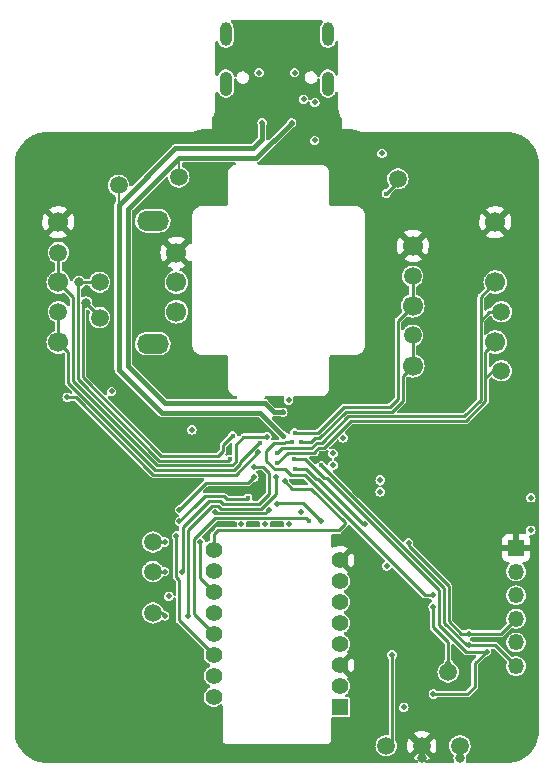
<source format=gbr>
%TF.GenerationSoftware,KiCad,Pcbnew,(6.0.7)*%
%TF.CreationDate,2022-11-13T10:41:01-05:00*%
%TF.ProjectId,redshift,72656473-6869-4667-942e-6b696361645f,0.2*%
%TF.SameCoordinates,Original*%
%TF.FileFunction,Copper,L4,Bot*%
%TF.FilePolarity,Positive*%
%FSLAX46Y46*%
G04 Gerber Fmt 4.6, Leading zero omitted, Abs format (unit mm)*
G04 Created by KiCad (PCBNEW (6.0.7)) date 2022-11-13 10:41:01*
%MOMM*%
%LPD*%
G01*
G04 APERTURE LIST*
%TA.AperFunction,SMDPad,CuDef*%
%ADD10C,1.500000*%
%TD*%
%TA.AperFunction,ComponentPad*%
%ADD11O,2.700000X1.700000*%
%TD*%
%TA.AperFunction,ComponentPad*%
%ADD12C,1.700000*%
%TD*%
%TA.AperFunction,ComponentPad*%
%ADD13O,1.050000X2.100000*%
%TD*%
%TA.AperFunction,ComponentPad*%
%ADD14O,1.000000X2.000000*%
%TD*%
%TA.AperFunction,ComponentPad*%
%ADD15O,1.350000X1.350000*%
%TD*%
%TA.AperFunction,ComponentPad*%
%ADD16R,1.350000X1.350000*%
%TD*%
%TA.AperFunction,ComponentPad*%
%ADD17C,1.400000*%
%TD*%
%TA.AperFunction,ComponentPad*%
%ADD18R,1.400000X1.400000*%
%TD*%
%TA.AperFunction,ViaPad*%
%ADD19C,0.500000*%
%TD*%
%TA.AperFunction,ViaPad*%
%ADD20C,0.450000*%
%TD*%
%TA.AperFunction,ViaPad*%
%ADD21C,0.800000*%
%TD*%
%TA.AperFunction,Conductor*%
%ADD22C,0.200000*%
%TD*%
%TA.AperFunction,Conductor*%
%ADD23C,0.400000*%
%TD*%
%TA.AperFunction,Conductor*%
%ADD24C,0.250000*%
%TD*%
G04 APERTURE END LIST*
D10*
%TO.P,TP9,1,1*%
%TO.N,/USB_D-*%
X14200000Y49900000D03*
%TD*%
%TO.P,TP8,1,1*%
%TO.N,/USB_D+*%
X9100000Y49200000D03*
%TD*%
D11*
%TO.P,ENC1,MP*%
%TO.N,N/C*%
X12000000Y35800000D03*
X12000000Y46200000D03*
D12*
%TO.P,ENC1,C,C*%
%TO.N,GND*%
X14000000Y43500000D03*
%TO.P,ENC1,B,B*%
%TO.N,/ENC_B*%
X14000000Y41000000D03*
%TO.P,ENC1,A,A*%
%TO.N,/ENC_A*%
X14000000Y38500000D03*
%TD*%
D13*
%TO.P,J1,S4,SHIELD*%
%TO.N,/SH*%
X18180000Y57820000D03*
D14*
%TO.P,J1,S3,SHIELD*%
X18180000Y62000000D03*
%TO.P,J1,S2,SHIELD*%
X26820000Y62000000D03*
D13*
%TO.P,J1,S1,SHIELD*%
X26820000Y57820000D03*
%TD*%
D12*
%TO.P,SW3,3,NC*%
%TO.N,/SW3_M_NC*%
X34000000Y33920000D03*
%TO.P,SW3,2,NO*%
%TO.N,/SW3_M_NO*%
X34000000Y39000000D03*
%TO.P,SW3,1,C*%
%TO.N,GND*%
X34000000Y44080000D03*
%TD*%
D15*
%TO.P,J3,6,Pin_6*%
%TO.N,/SWCLK*%
X42750000Y8500000D03*
%TO.P,J3,5,Pin_5*%
%TO.N,/SWO*%
X42750000Y10500000D03*
%TO.P,J3,4,Pin_4*%
%TO.N,/SWDIO*%
X42750000Y12500000D03*
%TO.P,J3,3,Pin_3*%
%TO.N,/RESET*%
X42750000Y14500000D03*
%TO.P,J3,2,Pin_2*%
%TO.N,/DBG_VIN*%
X42750000Y16500000D03*
D16*
%TO.P,J3,1,Pin_1*%
%TO.N,GND*%
X42750000Y18500000D03*
%TD*%
D17*
%TO.P,U1,16*%
%TO.N,N/C*%
X17150000Y5905000D03*
%TO.P,U1,15,LED_P*%
%TO.N,Net-(R7-Pad2)*%
X17150000Y7685000D03*
%TO.P,U1,14,~{RESET}*%
%TO.N,/SNSR_RST*%
X17150000Y9465000D03*
%TO.P,U1,13,~{CS}*%
%TO.N,/FC6_CS1*%
X17150000Y11245000D03*
%TO.P,U1,12,MISO*%
%TO.N,/FC6_MISO*%
X17150000Y13025000D03*
%TO.P,U1,11,MOSI*%
%TO.N,/FC6_MOSI*%
X17150000Y14805000D03*
%TO.P,U1,10,SCLK*%
%TO.N,/FC6_SCK*%
X17150000Y16585000D03*
%TO.P,U1,9,MOTION*%
%TO.N,/SNSR_MTN*%
X17150000Y18365000D03*
%TO.P,U1,8,GND*%
%TO.N,GND*%
X27850000Y17475000D03*
%TO.P,U1,7,VDDIO*%
%TO.N,+3V3*%
X27850000Y15695000D03*
%TO.P,U1,6,GPO*%
%TO.N,unconnected-(U1-Pad6)*%
X27850000Y13915000D03*
%TO.P,U1,5,VDDPIX*%
%TO.N,Net-(C21-Pad1)*%
X27850000Y12135000D03*
%TO.P,U1,4,VDD*%
%TO.N,+1V9*%
X27850000Y10355000D03*
%TO.P,U1,3,GND*%
%TO.N,GND*%
X27850000Y8575000D03*
%TO.P,U1,2*%
%TO.N,N/C*%
X27850000Y6795000D03*
D18*
%TO.P,U1,1*%
X27850000Y5015000D03*
%TD*%
D12*
%TO.P,SW2,3,NC*%
%TO.N,/SW2_R_NC*%
X41000000Y35920000D03*
%TO.P,SW2,2,NO*%
%TO.N,/SW2_R_NO*%
X41000000Y41000000D03*
%TO.P,SW2,1,C*%
%TO.N,GND*%
X41000000Y46080000D03*
%TD*%
%TO.P,SW1,3,NC*%
%TO.N,/SW1_L_NC*%
X4000000Y35920000D03*
%TO.P,SW1,2,NO*%
%TO.N,/SW1_L_NO*%
X4000000Y41000000D03*
%TO.P,SW1,1,C*%
%TO.N,GND*%
X4000000Y46080000D03*
%TD*%
D10*
%TO.P,TP5,1,1*%
%TO.N,/FC6_MISO*%
X12000000Y13000000D03*
%TD*%
%TO.P,TP6,1,1*%
%TO.N,/SW2_R_NO*%
X41500000Y38500000D03*
%TD*%
%TO.P,TP7,1,1*%
%TO.N,/SW2_R_NC*%
X41500000Y33500000D03*
%TD*%
%TO.P,TP13,1,1*%
%TO.N,/ENC_A*%
X7500000Y38000000D03*
%TD*%
%TO.P,TP3,1,1*%
%TO.N,/FC6_MOSI*%
X12000000Y19000000D03*
%TD*%
%TO.P,TP10,1,1*%
%TO.N,/SW3_M_NO*%
X34000000Y41500000D03*
%TD*%
%TO.P,TP11,1,1*%
%TO.N,/SW3_M_NC*%
X34000000Y36500000D03*
%TD*%
%TO.P,TP2,1,1*%
%TO.N,/SW1_L_NO*%
X4000000Y43500000D03*
%TD*%
%TO.P,TP12,1,1*%
%TO.N,+3V3*%
X38000000Y1750000D03*
%TD*%
%TO.P,TP18,1,1*%
%TO.N,/ISP*%
X37000000Y8000000D03*
%TD*%
%TO.P,TP17,1,1*%
%TO.N,+5V*%
X32750000Y49750000D03*
%TD*%
%TO.P,TP16,1,1*%
%TO.N,+1V9*%
X31750000Y1750000D03*
%TD*%
%TO.P,TP4,1,1*%
%TO.N,/SW1_L_NC*%
X4000000Y38500000D03*
%TD*%
%TO.P,TP14,1,1*%
%TO.N,GND*%
X34750000Y1750000D03*
%TD*%
%TO.P,TP1,1,1*%
%TO.N,/FC6_SCK*%
X12000000Y16500000D03*
%TD*%
%TO.P,TP15,1,1*%
%TO.N,/ENC_B*%
X7500000Y41000000D03*
%TD*%
D19*
%TO.N,GND*%
X29900000Y52100000D03*
X32900000Y11900000D03*
X22500000Y60300000D03*
X30400000Y7100000D03*
X13000000Y28900000D03*
D20*
%TO.N,+5V*%
X31750000Y48500000D03*
D19*
X25700000Y53000000D03*
X31786965Y16986965D03*
%TO.N,+3V3*%
X23500000Y31000000D03*
X31250000Y24250000D03*
X15300000Y28500000D03*
X23500000Y20500000D03*
X13350000Y14400000D03*
X27250000Y26500000D03*
X8500000Y31750000D03*
X31400000Y51900000D03*
X19500000Y20500000D03*
X31250000Y23250000D03*
X28100000Y27824500D03*
X21500000Y20500000D03*
X24549011Y21549011D03*
X27250000Y25500000D03*
D21*
X38000000Y750000D03*
D19*
%TO.N,+1V9*%
X32250000Y9450000D03*
%TO.N,/USB_D+*%
X21250000Y54500000D03*
X23050000Y28000000D03*
%TO.N,/USB_D-*%
X23000000Y30000000D03*
X23750000Y54500000D03*
%TO.N,/VBUS_*%
X21000000Y58750000D03*
X44000000Y22750000D03*
X25718767Y56218767D03*
X24000000Y58750000D03*
X24759355Y56495456D03*
%TO.N,/USB1_LED*%
X20924500Y26586598D03*
X4750000Y31250000D03*
D20*
%TO.N,/FC6_CS1*%
X25250000Y20750000D03*
%TO.N,/RESET*%
X23800000Y27500000D03*
D19*
X35725500Y14500000D03*
%TO.N,/FC6_SCK*%
X13000000Y16500000D03*
X14475500Y16500000D03*
X20550000Y25350000D03*
%TO.N,/FC6_MOSI*%
X16024500Y19000000D03*
X13000000Y19000000D03*
%TO.N,/FC6_MISO*%
X22399500Y24490312D03*
X14975500Y12750000D03*
X13000000Y12750000D03*
D20*
%TO.N,/SW1_L_NC*%
X21050000Y27400000D03*
D19*
%TO.N,/SNSR_RST*%
X17300000Y21549011D03*
X14000000Y19524500D03*
X21850000Y21750000D03*
%TO.N,/SW1_L_NO*%
X21650000Y27924500D03*
%TO.N,GND*%
X21350000Y24500000D03*
X29270000Y26500000D03*
X27000000Y56250000D03*
X29250000Y28500000D03*
X31250000Y22250000D03*
X19000000Y53750000D03*
X24451727Y24042359D03*
X35750000Y5000000D03*
X24000000Y51750000D03*
X26600989Y31000000D03*
D21*
X34750000Y750000D03*
D19*
X30000000Y33250000D03*
X18475011Y27000000D03*
X22500000Y20500000D03*
X25750000Y31000000D03*
X38250000Y5000000D03*
X35500000Y50750000D03*
X20500000Y20500000D03*
X34500000Y5000000D03*
X34100000Y10250000D03*
X25000000Y55090500D03*
X30250000Y28500000D03*
X17000000Y53750000D03*
X33229122Y15229122D03*
X30580000Y13920000D03*
X29250000Y25500000D03*
X20800000Y28450000D03*
X18374500Y56250000D03*
D20*
X26250000Y26500000D03*
D19*
X18500000Y20500000D03*
X14250000Y22750000D03*
X39650000Y20300000D03*
%TO.N,/SW4_NC*%
X20544503Y24500000D03*
X14250000Y21750000D03*
D20*
%TO.N,/SW4_NO*%
X20050000Y22724011D03*
D19*
X14250000Y20750000D03*
D20*
%TO.N,/SW2_R_NO*%
X22494503Y26500000D03*
%TO.N,/SW2_R_NC*%
X22535842Y25670558D03*
%TO.N,/SW3_M_NO*%
X24000000Y28250000D03*
%TO.N,/SW3_M_NC*%
X24569819Y27449500D03*
%TO.N,/ENC_B*%
X18500000Y26000000D03*
D21*
X5750000Y41000000D03*
%TO.N,/ENC_A*%
X6334080Y39232867D03*
D20*
X18750000Y28000000D03*
D19*
%TO.N,/SWO*%
X35750000Y6125500D03*
D20*
X23991917Y26050500D03*
D19*
X40250000Y9725500D03*
D20*
%TO.N,/SWCLK*%
X26250000Y25500000D03*
D19*
X38750000Y10250000D03*
%TO.N,/SWDIO*%
X33650000Y18950000D03*
D20*
X24000000Y25200000D03*
D19*
X38750000Y11250000D03*
X29945943Y20495943D03*
%TO.N,/SNSR_MTN*%
X23150000Y24150000D03*
%TO.N,/ISP*%
X26250000Y20750000D03*
X35725500Y13500000D03*
X37000000Y8750000D03*
X22500000Y22250000D03*
%TO.N,/DBG_VIN*%
X44000000Y20000000D03*
X33250000Y5000000D03*
%TD*%
D22*
%TO.N,/USB_D-*%
X14200000Y51509314D02*
X14200000Y49900000D01*
D23*
X14215686Y51525000D02*
X14200000Y51509314D01*
D22*
%TO.N,/USB_D+*%
X9100000Y47540686D02*
X9100000Y49200000D01*
D23*
%TO.N,/USB_D-*%
X14215686Y51525000D02*
X9900000Y47209314D01*
X13065242Y30750444D02*
X21474556Y30750444D01*
X20775000Y51525000D02*
X14215686Y51525000D01*
X23750000Y54500000D02*
X20775000Y51525000D01*
X9900000Y47209314D02*
X9900000Y33915686D01*
X9900000Y33915686D02*
X13065242Y30750444D01*
X21474556Y30750444D02*
X22225000Y30000000D01*
X22225000Y30000000D02*
X23000000Y30000000D01*
%TO.N,/USB_D+*%
X12733870Y29950444D02*
X21099556Y29950444D01*
X9100000Y33584314D02*
X12733870Y29950444D01*
X21099556Y29950444D02*
X23050000Y28000000D01*
X13884314Y52325000D02*
X9100000Y47540686D01*
X9100000Y47540686D02*
X9100000Y33584314D01*
X20443629Y52325000D02*
X13884314Y52325000D01*
X21250000Y53131371D02*
X20443629Y52325000D01*
X21250000Y54500000D02*
X21250000Y53131371D01*
D24*
%TO.N,+5V*%
X32750000Y49500000D02*
X32750000Y49750000D01*
X31750000Y48500000D02*
X32750000Y49500000D01*
%TO.N,+1V9*%
X32250000Y2250000D02*
X31750000Y1750000D01*
X32250000Y9450000D02*
X32250000Y2250000D01*
%TO.N,/USB1_LED*%
X12039014Y24700962D02*
X19037389Y24700961D01*
X19037389Y24700961D02*
X20923026Y26586598D01*
X4750000Y31250000D02*
X5489976Y31250000D01*
X5489976Y31250000D02*
X12039014Y24700962D01*
%TO.N,/FC6_CS1*%
X15500000Y12895000D02*
X17150000Y11245000D01*
X15500000Y19241772D02*
X15500000Y12895000D01*
X24975489Y21024511D02*
X17282739Y21024511D01*
X17282739Y21024511D02*
X15500000Y19241772D01*
X25250000Y20750000D02*
X24975489Y21024511D01*
%TO.N,/RESET*%
X35015686Y14500000D02*
X24865686Y24650000D01*
X23800000Y27500000D02*
X23292463Y27500000D01*
X22241756Y27350000D02*
X21620878Y26729122D01*
X23292463Y27500000D02*
X23142463Y27350000D01*
X23700000Y24650000D02*
X23179442Y25170558D01*
X21620878Y25878415D02*
X21620878Y26729122D01*
X22328735Y25170558D02*
X21620878Y25878415D01*
X35725500Y14500000D02*
X35015686Y14500000D01*
X23179442Y25170558D02*
X22328735Y25170558D01*
X23142463Y27350000D02*
X22241756Y27350000D01*
X24865686Y24650000D02*
X23700000Y24650000D01*
%TO.N,/FC6_SCK*%
X21342761Y25350000D02*
X21875000Y24817761D01*
X13000000Y16500000D02*
X12000000Y16500000D01*
X21875000Y23090686D02*
X21008825Y22224511D01*
X16724011Y22474011D02*
X14524511Y20274511D01*
X14524511Y20274511D02*
X14524511Y16524511D01*
X21008825Y22224511D02*
X17932649Y22224511D01*
X21875000Y24817761D02*
X21875000Y23090686D01*
X14524511Y16524511D02*
X14500000Y16500000D01*
X20550000Y25350000D02*
X21342761Y25350000D01*
X17683148Y22474011D02*
X16724011Y22474011D01*
X17932649Y22224511D02*
X17683148Y22474011D01*
%TO.N,/FC6_MOSI*%
X16000000Y15955000D02*
X17150000Y14805000D01*
X13000000Y19000000D02*
X12000000Y19000000D01*
X16024500Y19000000D02*
X16000000Y18975500D01*
X16000000Y18975500D02*
X16000000Y15955000D01*
%TO.N,/FC6_MISO*%
X12750000Y13000000D02*
X12000000Y13000000D01*
X22399500Y24490312D02*
X22399500Y23049500D01*
X21174511Y21824511D02*
X17766963Y21824511D01*
X13000000Y12750000D02*
X12750000Y13000000D01*
X17766963Y21824511D02*
X17517463Y22074011D01*
X22399500Y23049500D02*
X21174511Y21824511D01*
X15000000Y20028389D02*
X15000000Y12774500D01*
X17045622Y22074011D02*
X15000000Y20028389D01*
X15000000Y12774500D02*
X14975500Y12750000D01*
X17517463Y22074011D02*
X17045622Y22074011D01*
%TO.N,/SW1_L_NC*%
X4850480Y35069520D02*
X4000000Y35920000D01*
X4000000Y35920000D02*
X4000000Y38500000D01*
X19399030Y25803591D02*
X19399030Y25627608D01*
X19399030Y25627608D02*
X18871903Y25100481D01*
X21050000Y27400000D02*
X20995439Y27400000D01*
X12204501Y25100481D02*
X4850480Y32454502D01*
X20995439Y27400000D02*
X19399030Y25803591D01*
X18871903Y25100481D02*
X12204501Y25100481D01*
X4850480Y32454502D02*
X4850480Y35069520D01*
%TO.N,/SNSR_RST*%
X14000000Y19524500D02*
X13950989Y19475489D01*
X14250000Y12365000D02*
X17150000Y9465000D01*
X13950989Y16049011D02*
X14250000Y15750000D01*
X13950989Y19475489D02*
X13950989Y16049011D01*
X14250000Y15750000D02*
X14250000Y12365000D01*
X21524511Y21424511D02*
X17424500Y21424511D01*
X21850000Y21750000D02*
X21524511Y21424511D01*
X17424500Y21424511D02*
X17300000Y21549011D01*
%TO.N,/SW1_L_NO*%
X5250000Y39750000D02*
X4000000Y41000000D01*
X4000000Y41000000D02*
X4000000Y43500000D01*
X18706417Y25500001D02*
X12369987Y25500001D01*
X18999511Y27249511D02*
X18999511Y25793095D01*
X21650000Y27924500D02*
X19674500Y27924500D01*
X12369987Y25500001D02*
X5250000Y32619988D01*
X19674500Y27924500D02*
X18999511Y27249511D01*
X5250000Y32619988D02*
X5250000Y39750000D01*
X18999511Y25793095D02*
X18706417Y25500001D01*
%TO.N,/SW4_NC*%
X20044503Y24000000D02*
X16500000Y24000000D01*
X20544503Y24500000D02*
X20044503Y24000000D01*
X16500000Y24000000D02*
X14250000Y21750000D01*
%TO.N,/SW4_NO*%
X16374011Y22874011D02*
X15550000Y22050000D01*
X15550000Y22050000D02*
X14250000Y20750000D01*
X19975989Y22650000D02*
X18250000Y22650000D01*
X18250000Y22650000D02*
X18025989Y22874011D01*
X20050000Y22724011D02*
X19975989Y22650000D01*
X18025989Y22874011D02*
X16374011Y22874011D01*
%TO.N,/SW2_R_NO*%
X39750000Y37750000D02*
X39750000Y39750000D01*
X25427207Y26950000D02*
X25877208Y27400000D01*
X22944503Y26950000D02*
X25427207Y26950000D01*
X38334514Y29649520D02*
X39750000Y31065006D01*
X26300000Y27400000D02*
X28549520Y29649520D01*
X25877208Y27400000D02*
X26300000Y27400000D01*
X39750000Y31065006D02*
X39750000Y37750000D01*
X39750000Y39750000D02*
X41000000Y41000000D01*
X40500000Y38500000D02*
X41500000Y38500000D01*
X39750000Y37750000D02*
X40500000Y38500000D01*
X22494503Y26500000D02*
X22944503Y26950000D01*
X28549520Y29649520D02*
X38334514Y29649520D01*
%TO.N,/SW2_R_NC*%
X25750000Y26550000D02*
X25750000Y26707107D01*
X28750000Y29250000D02*
X38500000Y29250000D01*
X40149520Y32850480D02*
X40149520Y35069520D01*
X23415284Y26550000D02*
X25750000Y26550000D01*
X38500000Y29250000D02*
X40149520Y30899520D01*
X26500000Y27000000D02*
X28750000Y29250000D01*
X40149520Y35069520D02*
X41000000Y35920000D01*
X26042893Y27000000D02*
X26500000Y27000000D01*
X25750000Y26707107D02*
X26042893Y27000000D01*
X40799040Y33500000D02*
X40149520Y32850480D01*
X40149520Y30899520D02*
X40149520Y32850480D01*
X41500000Y33500000D02*
X40799040Y33500000D01*
X22535842Y25670558D02*
X23415284Y26550000D01*
%TO.N,/SW3_M_NO*%
X32069028Y30449040D02*
X32750000Y31130012D01*
X24000000Y28250000D02*
X25984314Y28250000D01*
X34000000Y39000000D02*
X34000000Y41500000D01*
X25984314Y28250000D02*
X28183355Y30449040D01*
X28183355Y30449040D02*
X32069028Y30449040D01*
X32750000Y31130012D02*
X32750000Y37750000D01*
X32750000Y37750000D02*
X34000000Y39000000D01*
%TO.N,/SW3_M_NC*%
X33149520Y30964526D02*
X33149520Y33069520D01*
X25361022Y27449500D02*
X25711523Y27800000D01*
X25711523Y27800000D02*
X26100000Y27800000D01*
X34000000Y33920000D02*
X34000000Y36500000D01*
X28349040Y30049040D02*
X32234034Y30049040D01*
X33149520Y33069520D02*
X34000000Y33920000D01*
X24569819Y27449500D02*
X25361022Y27449500D01*
X32234034Y30049040D02*
X33149520Y30964526D01*
X26100000Y27800000D02*
X28349040Y30049040D01*
%TO.N,/ENC_B*%
X12535473Y25899521D02*
X18399521Y25899521D01*
X5649520Y40899520D02*
X5649520Y32785474D01*
X5750000Y41000000D02*
X7500000Y41000000D01*
X5649520Y32785474D02*
X12535473Y25899521D01*
X5750000Y41000000D02*
X5649520Y40899520D01*
X18399521Y25899521D02*
X18500000Y26000000D01*
%TO.N,/ENC_A*%
X6049040Y32950960D02*
X6049040Y38947827D01*
X17950500Y27217261D02*
X17950500Y26700500D01*
X6334080Y39232867D02*
X7500000Y38066947D01*
X12700960Y26299040D02*
X6049040Y32950960D01*
X17950500Y26700500D02*
X17549040Y26299040D01*
X17549040Y26299040D02*
X12700960Y26299040D01*
X18750000Y28000000D02*
X18733239Y28000000D01*
X18733239Y28000000D02*
X17950500Y27217261D01*
X6049040Y38947827D02*
X6334080Y39232867D01*
X7500000Y38066947D02*
X7500000Y38000000D01*
%TO.N,/SWO*%
X36250000Y14933642D02*
X36250000Y12000000D01*
X26500000Y24450000D02*
X26733642Y24450000D01*
X38625500Y6125500D02*
X39250000Y6750000D01*
X38524500Y9725500D02*
X40250000Y9725500D01*
X35750000Y6125500D02*
X38625500Y6125500D01*
X26733642Y24450000D02*
X36250000Y14933642D01*
X39250000Y6750000D02*
X39250000Y8725500D01*
X23991917Y26050500D02*
X24899500Y26050500D01*
X36250000Y12000000D02*
X38524500Y9725500D01*
X39250000Y8725500D02*
X40250000Y9725500D01*
X24899500Y26050500D02*
X26500000Y24450000D01*
%TO.N,/SWCLK*%
X26250000Y25500000D02*
X26775000Y24975000D01*
X36649519Y12165487D02*
X38565006Y10250000D01*
X26775000Y24974328D02*
X36649519Y15099809D01*
X26775000Y24975000D02*
X26775000Y24974328D01*
X36649519Y15099809D02*
X36649519Y12165487D01*
X41000000Y10250000D02*
X42750000Y8500000D01*
X38565006Y10250000D02*
X41000000Y10250000D01*
%TO.N,/SWDIO*%
X29804057Y20495943D02*
X29945943Y20495943D01*
X38130012Y11250000D02*
X41500000Y11250000D01*
X24000000Y25200000D02*
X24950000Y25200000D01*
X33650000Y18950000D02*
X33650000Y18665014D01*
X25832152Y24317848D02*
X25982152Y24317848D01*
X37049039Y12330973D02*
X38130012Y11250000D01*
X25982152Y24317848D02*
X29804057Y20495943D01*
X37049039Y15265975D02*
X37049039Y12330973D01*
X24950000Y25200000D02*
X25832152Y24317848D01*
X41500000Y11250000D02*
X42750000Y12500000D01*
X33650000Y18665014D02*
X37049039Y15265975D01*
%TO.N,/SNSR_MTN*%
X17475489Y19975489D02*
X17150000Y19650000D01*
X28250000Y20500000D02*
X27725489Y19975489D01*
X28250000Y20700000D02*
X28250000Y20500000D01*
X23150000Y24150000D02*
X23782152Y23517848D01*
X23782152Y23517848D02*
X25432152Y23517848D01*
X27725489Y19975489D02*
X17475489Y19975489D01*
X17150000Y19650000D02*
X17150000Y18365000D01*
X25432152Y23517848D02*
X28250000Y20700000D01*
%TO.N,/ISP*%
X24725489Y22274511D02*
X22524511Y22274511D01*
X35725500Y11774500D02*
X37000000Y10500000D01*
X22524511Y22274511D02*
X22500000Y22250000D01*
X37000000Y10500000D02*
X37000000Y8750000D01*
X35725500Y13500000D02*
X35725500Y11774500D01*
X26250000Y20750000D02*
X24725489Y22274511D01*
%TD*%
%TA.AperFunction,Conductor*%
%TO.N,GND*%
G36*
X26361470Y63179498D02*
G01*
X26407963Y63125842D01*
X26418067Y63055568D01*
X26385199Y62987247D01*
X26289552Y62885393D01*
X26285735Y62878449D01*
X26285733Y62878447D01*
X26244506Y62803455D01*
X26210373Y62741368D01*
X26208403Y62733696D01*
X26208402Y62733693D01*
X26172878Y62595335D01*
X26169500Y62582177D01*
X26169500Y61459075D01*
X26173342Y61428664D01*
X26181555Y61363653D01*
X26184929Y61336942D01*
X26245432Y61184129D01*
X26342037Y61051163D01*
X26468674Y60946400D01*
X26617387Y60876421D01*
X26625170Y60874936D01*
X26625174Y60874935D01*
X26771044Y60847109D01*
X26771046Y60847109D01*
X26778830Y60845624D01*
X26860845Y60850784D01*
X26934949Y60855446D01*
X26934951Y60855446D01*
X26942860Y60855944D01*
X26950396Y60858393D01*
X26950398Y60858393D01*
X27005882Y60876421D01*
X27099171Y60906732D01*
X27237940Y60994798D01*
X27350448Y61114607D01*
X27392720Y61191498D01*
X27425807Y61251684D01*
X27429627Y61258632D01*
X27451458Y61343659D01*
X27487773Y61404665D01*
X27551305Y61436354D01*
X27621884Y61428664D01*
X27677101Y61384037D01*
X27699500Y61312324D01*
X27699500Y58618501D01*
X27679498Y58550380D01*
X27625842Y58503887D01*
X27555568Y58493783D01*
X27490988Y58523277D01*
X27455634Y58573963D01*
X27425711Y58653152D01*
X27423027Y58660255D01*
X27414427Y58672768D01*
X27334723Y58788738D01*
X27334722Y58788739D01*
X27330421Y58794997D01*
X27208348Y58903760D01*
X27201638Y58907313D01*
X27070566Y58976712D01*
X27070564Y58976713D01*
X27063855Y58980265D01*
X27003787Y58995353D01*
X26912655Y59018244D01*
X26912651Y59018244D01*
X26905284Y59020095D01*
X26897685Y59020135D01*
X26897683Y59020135D01*
X26829653Y59020491D01*
X26741790Y59020951D01*
X26734410Y59019179D01*
X26734408Y59019179D01*
X26590189Y58984556D01*
X26590185Y58984555D01*
X26582810Y58982784D01*
X26437524Y58907796D01*
X26431802Y58902804D01*
X26431800Y58902803D01*
X26320044Y58805312D01*
X26320041Y58805309D01*
X26314319Y58800317D01*
X26220307Y58666552D01*
X26160917Y58514224D01*
X26158140Y58493127D01*
X26151505Y58442732D01*
X26122783Y58377805D01*
X26063518Y58338713D01*
X25992526Y58337868D01*
X25932347Y58375538D01*
X25903069Y58434272D01*
X25892634Y58486023D01*
X25890936Y58494444D01*
X25825571Y58622730D01*
X25728116Y58728712D01*
X25605750Y58804582D01*
X25467488Y58844751D01*
X25460673Y58845251D01*
X25459596Y58845331D01*
X25459583Y58845331D01*
X25457288Y58845500D01*
X25353930Y58845500D01*
X25349685Y58844918D01*
X25349678Y58844918D01*
X25290769Y58836848D01*
X25247354Y58830901D01*
X25239470Y58827489D01*
X25239469Y58827489D01*
X25123098Y58777131D01*
X25123095Y58777129D01*
X25115217Y58773720D01*
X25003325Y58683112D01*
X24919921Y58565751D01*
X24871150Y58430285D01*
X24870522Y58421727D01*
X24870521Y58421724D01*
X24865098Y58347863D01*
X24860606Y58286693D01*
X24889064Y58145556D01*
X24954429Y58017270D01*
X25051884Y57911288D01*
X25174250Y57835418D01*
X25312512Y57795249D01*
X25319327Y57794749D01*
X25320404Y57794669D01*
X25320417Y57794669D01*
X25322712Y57794500D01*
X25426070Y57794500D01*
X25430315Y57795082D01*
X25430322Y57795082D01*
X25489231Y57803152D01*
X25532646Y57809099D01*
X25587929Y57833022D01*
X25656902Y57862869D01*
X25656905Y57862871D01*
X25664783Y57866280D01*
X25776675Y57956888D01*
X25860079Y58074249D01*
X25899949Y58184992D01*
X25941844Y58242310D01*
X26008076Y58267879D01*
X26077618Y58253581D01*
X26128391Y58203956D01*
X26144500Y58142311D01*
X26144500Y57254004D01*
X26159181Y57132687D01*
X26216973Y56979745D01*
X26309579Y56845003D01*
X26315249Y56839952D01*
X26315250Y56839950D01*
X26341576Y56816495D01*
X26431652Y56736240D01*
X26438361Y56732688D01*
X26438362Y56732687D01*
X26569434Y56663288D01*
X26569436Y56663287D01*
X26576145Y56659735D01*
X26627215Y56646907D01*
X26727345Y56621756D01*
X26727349Y56621756D01*
X26734716Y56619905D01*
X26742315Y56619865D01*
X26742317Y56619865D01*
X26810347Y56619509D01*
X26898210Y56619049D01*
X26905590Y56620821D01*
X26905592Y56620821D01*
X27049811Y56655444D01*
X27049815Y56655445D01*
X27057190Y56657216D01*
X27202476Y56732204D01*
X27208200Y56737197D01*
X27319956Y56834688D01*
X27319959Y56834691D01*
X27325681Y56839683D01*
X27419693Y56973448D01*
X27456107Y57066845D01*
X27499488Y57123046D01*
X27566367Y57146873D01*
X27635511Y57130759D01*
X27684967Y57079822D01*
X27699500Y57021075D01*
X27699500Y56037317D01*
X27697586Y56015437D01*
X27694864Y56000000D01*
X27695520Y55996279D01*
X27696113Y55986470D01*
X27696113Y55986469D01*
X27709925Y55758136D01*
X27712099Y55722199D01*
X27762266Y55448448D01*
X27845063Y55182740D01*
X27959285Y54928950D01*
X27961257Y54925689D01*
X27961259Y54925684D01*
X27981828Y54891659D01*
X28000000Y54826474D01*
X28000000Y54000000D01*
X28826474Y54000000D01*
X28891659Y53981828D01*
X28925684Y53961259D01*
X28925689Y53961257D01*
X28928950Y53959285D01*
X29018052Y53919183D01*
X29179264Y53846627D01*
X29179270Y53846625D01*
X29182740Y53845063D01*
X29448448Y53762266D01*
X29722199Y53712099D01*
X29725991Y53711870D01*
X29725996Y53711869D01*
X29985484Y53696173D01*
X29996279Y53695520D01*
X30000000Y53694864D01*
X30015437Y53697586D01*
X30037317Y53699500D01*
X41962683Y53699500D01*
X41984563Y53697586D01*
X42000000Y53694864D01*
X42010855Y53696778D01*
X42021294Y53696778D01*
X42034509Y53697562D01*
X42295187Y53682923D01*
X42309219Y53681342D01*
X42451471Y53657172D01*
X42593719Y53633003D01*
X42607494Y53629859D01*
X42693847Y53604981D01*
X42884799Y53549969D01*
X42898118Y53545308D01*
X43113449Y53456115D01*
X43164736Y53434871D01*
X43177466Y53428740D01*
X43430020Y53289159D01*
X43441985Y53281642D01*
X43677342Y53114647D01*
X43688389Y53105837D01*
X43903559Y52913550D01*
X43913550Y52903559D01*
X44105837Y52688389D01*
X44114647Y52677342D01*
X44281642Y52441985D01*
X44289159Y52430020D01*
X44428740Y52177466D01*
X44434871Y52164736D01*
X44545308Y51898118D01*
X44549969Y51884799D01*
X44581689Y51774696D01*
X44629859Y51607494D01*
X44633003Y51593719D01*
X44645723Y51518855D01*
X44675183Y51345470D01*
X44681341Y51309224D01*
X44682923Y51295187D01*
X44694397Y51090878D01*
X44697562Y51034512D01*
X44696778Y51021294D01*
X44696778Y51010855D01*
X44694864Y51000000D01*
X44696778Y50989145D01*
X44697586Y50984563D01*
X44699500Y50962683D01*
X44699500Y3037317D01*
X44697586Y3015437D01*
X44694864Y3000000D01*
X44696778Y2989145D01*
X44696778Y2978706D01*
X44697562Y2965491D01*
X44686926Y2776095D01*
X44682923Y2704817D01*
X44681342Y2690781D01*
X44669808Y2622899D01*
X44633003Y2406281D01*
X44629859Y2392506D01*
X44549969Y2115201D01*
X44545308Y2101882D01*
X44446547Y1863452D01*
X44434871Y1835264D01*
X44428740Y1822534D01*
X44289159Y1569980D01*
X44281642Y1558015D01*
X44114647Y1322658D01*
X44105837Y1311611D01*
X43913550Y1096441D01*
X43903559Y1086450D01*
X43688389Y894163D01*
X43677342Y885353D01*
X43441985Y718358D01*
X43430020Y710841D01*
X43177466Y571260D01*
X43164735Y565129D01*
X42898118Y454692D01*
X42884799Y450031D01*
X42725466Y404128D01*
X42607494Y370141D01*
X42593719Y366997D01*
X42451471Y342828D01*
X42309219Y318658D01*
X42295187Y317077D01*
X42034509Y302438D01*
X42021294Y303222D01*
X42010855Y303222D01*
X42000000Y305136D01*
X41989145Y303222D01*
X41984563Y302414D01*
X41962683Y300500D01*
X38598240Y300500D01*
X38530119Y320502D01*
X38483626Y374158D01*
X38473522Y444432D01*
X38481831Y474718D01*
X38496966Y511256D01*
X38536330Y606291D01*
X38555250Y750000D01*
X38536330Y893709D01*
X38532033Y904084D01*
X38531764Y906587D01*
X38531033Y909314D01*
X38531458Y909428D01*
X38524445Y974672D01*
X38556226Y1038158D01*
X38574382Y1054234D01*
X38600532Y1073233D01*
X38605871Y1077112D01*
X38618525Y1091165D01*
X38728114Y1212876D01*
X38728115Y1212877D01*
X38732533Y1217784D01*
X38827179Y1381716D01*
X38885674Y1561744D01*
X38895552Y1655724D01*
X38904770Y1743435D01*
X38905460Y1750000D01*
X38896499Y1835264D01*
X38886364Y1931693D01*
X38886364Y1931695D01*
X38885674Y1938256D01*
X38827179Y2118284D01*
X38779222Y2201349D01*
X38735836Y2276495D01*
X38732533Y2282216D01*
X38633227Y2392506D01*
X38610286Y2417985D01*
X38610284Y2417986D01*
X38605871Y2422888D01*
X38452730Y2534151D01*
X38279803Y2611144D01*
X38181788Y2631978D01*
X38101103Y2649128D01*
X38101099Y2649128D01*
X38094646Y2650500D01*
X37905354Y2650500D01*
X37898901Y2649128D01*
X37898897Y2649128D01*
X37818212Y2631978D01*
X37720197Y2611144D01*
X37547270Y2534151D01*
X37394129Y2422888D01*
X37389716Y2417986D01*
X37389714Y2417985D01*
X37366773Y2392506D01*
X37267467Y2282216D01*
X37264164Y2276495D01*
X37220779Y2201349D01*
X37172821Y2118284D01*
X37114326Y1938256D01*
X37113636Y1931695D01*
X37113636Y1931693D01*
X37103501Y1835264D01*
X37094540Y1750000D01*
X37095230Y1743435D01*
X37104449Y1655724D01*
X37114326Y1561744D01*
X37172821Y1381716D01*
X37267467Y1217784D01*
X37271885Y1212877D01*
X37271886Y1212876D01*
X37381476Y1091165D01*
X37394129Y1077112D01*
X37399468Y1073233D01*
X37425618Y1054234D01*
X37468972Y998012D01*
X37475047Y927276D01*
X37467968Y904086D01*
X37463670Y893709D01*
X37444750Y750000D01*
X37463670Y606291D01*
X37503035Y511256D01*
X37518169Y474718D01*
X37525758Y404128D01*
X37493979Y340641D01*
X37432920Y304414D01*
X37401760Y300500D01*
X35157997Y300500D01*
X35089876Y320502D01*
X35043383Y374158D01*
X35033279Y444432D01*
X35062773Y509012D01*
X35125386Y548207D01*
X35176595Y561928D01*
X35186887Y565674D01*
X35376416Y654053D01*
X35385912Y659536D01*
X35427148Y688410D01*
X35435523Y698888D01*
X35428457Y712332D01*
X34762811Y1377979D01*
X34748868Y1385592D01*
X34747034Y1385461D01*
X34740420Y1381210D01*
X34070820Y711609D01*
X34064393Y699839D01*
X34073687Y687825D01*
X34114088Y659536D01*
X34123584Y654053D01*
X34313113Y565674D01*
X34323405Y561928D01*
X34374614Y548207D01*
X34435237Y511256D01*
X34466258Y447395D01*
X34457830Y376900D01*
X34412627Y322153D01*
X34342003Y300500D01*
X3037317Y300500D01*
X3015437Y302414D01*
X3010855Y303222D01*
X3000000Y305136D01*
X2989145Y303222D01*
X2978706Y303222D01*
X2965491Y302438D01*
X2704813Y317077D01*
X2690781Y318658D01*
X2548529Y342828D01*
X2406281Y366997D01*
X2392506Y370141D01*
X2274534Y404128D01*
X2115201Y450031D01*
X2101882Y454692D01*
X1835265Y565129D01*
X1822534Y571260D01*
X1569980Y710841D01*
X1558015Y718358D01*
X1322658Y885353D01*
X1311611Y894163D01*
X1096441Y1086450D01*
X1086450Y1096441D01*
X894163Y1311611D01*
X885353Y1322658D01*
X718358Y1558015D01*
X710841Y1569980D01*
X611348Y1750000D01*
X30844540Y1750000D01*
X30845230Y1743435D01*
X30854449Y1655724D01*
X30864326Y1561744D01*
X30922821Y1381716D01*
X31017467Y1217784D01*
X31021885Y1212877D01*
X31021886Y1212876D01*
X31131476Y1091165D01*
X31144129Y1077112D01*
X31297270Y965849D01*
X31470197Y888856D01*
X31568212Y868022D01*
X31648897Y850872D01*
X31648901Y850872D01*
X31655354Y849500D01*
X31844646Y849500D01*
X31851099Y850872D01*
X31851103Y850872D01*
X31931788Y868022D01*
X32029803Y888856D01*
X32202730Y965849D01*
X32355871Y1077112D01*
X32368525Y1091165D01*
X32478114Y1212876D01*
X32478115Y1212877D01*
X32482533Y1217784D01*
X32577179Y1381716D01*
X32635674Y1561744D01*
X32645552Y1655724D01*
X32654770Y1743435D01*
X32654885Y1744525D01*
X33487674Y1744525D01*
X33505901Y1536196D01*
X33507804Y1525401D01*
X33561928Y1323405D01*
X33565674Y1313113D01*
X33654054Y1123583D01*
X33659534Y1114093D01*
X33688411Y1072851D01*
X33698887Y1064477D01*
X33712334Y1071545D01*
X34377979Y1737189D01*
X34384356Y1748868D01*
X35114408Y1748868D01*
X35114539Y1747034D01*
X35118790Y1740420D01*
X35788391Y1070820D01*
X35800161Y1064393D01*
X35812176Y1073689D01*
X35840466Y1114093D01*
X35845946Y1123583D01*
X35934326Y1313113D01*
X35938072Y1323405D01*
X35992196Y1525401D01*
X35994099Y1536196D01*
X36012326Y1744525D01*
X36012326Y1755475D01*
X35994099Y1963804D01*
X35992196Y1974599D01*
X35938072Y2176595D01*
X35934326Y2186887D01*
X35845946Y2376417D01*
X35840466Y2385907D01*
X35811589Y2427149D01*
X35801113Y2435523D01*
X35787666Y2428455D01*
X35122021Y1762811D01*
X35114408Y1748868D01*
X34384356Y1748868D01*
X34385592Y1751132D01*
X34385461Y1752966D01*
X34381210Y1759580D01*
X33711609Y2429180D01*
X33699839Y2435607D01*
X33687824Y2426311D01*
X33659534Y2385907D01*
X33654054Y2376417D01*
X33565674Y2186887D01*
X33561928Y2176595D01*
X33507804Y1974599D01*
X33505901Y1963804D01*
X33487674Y1755475D01*
X33487674Y1744525D01*
X32654885Y1744525D01*
X32655460Y1750000D01*
X32646499Y1835264D01*
X32636364Y1931693D01*
X32636364Y1931695D01*
X32635674Y1938256D01*
X32577179Y2118284D01*
X32564778Y2139764D01*
X32545357Y2173401D01*
X32528476Y2236401D01*
X32528476Y2237829D01*
X32530897Y2250000D01*
X32527921Y2264963D01*
X32525500Y2289543D01*
X32525500Y2801113D01*
X34064477Y2801113D01*
X34071545Y2787666D01*
X34737189Y2122021D01*
X34751132Y2114408D01*
X34752966Y2114539D01*
X34759580Y2118790D01*
X35429180Y2788391D01*
X35435607Y2800161D01*
X35426313Y2812175D01*
X35385912Y2840464D01*
X35376416Y2845947D01*
X35186887Y2934326D01*
X35176595Y2938072D01*
X34974599Y2992196D01*
X34963804Y2994099D01*
X34755475Y3012326D01*
X34744525Y3012326D01*
X34536196Y2994099D01*
X34525401Y2992196D01*
X34323405Y2938072D01*
X34313113Y2934326D01*
X34123583Y2845946D01*
X34114093Y2840466D01*
X34072851Y2811589D01*
X34064477Y2801113D01*
X32525500Y2801113D01*
X32525500Y5000000D01*
X32844508Y5000000D01*
X32864354Y4874696D01*
X32921950Y4761658D01*
X33011658Y4671950D01*
X33124696Y4614354D01*
X33134485Y4612804D01*
X33134487Y4612803D01*
X33240207Y4596059D01*
X33250000Y4594508D01*
X33259793Y4596059D01*
X33365513Y4612803D01*
X33365515Y4612804D01*
X33375304Y4614354D01*
X33488342Y4671950D01*
X33578050Y4761658D01*
X33635646Y4874696D01*
X33655492Y5000000D01*
X33635646Y5125304D01*
X33578050Y5238342D01*
X33488342Y5328050D01*
X33375304Y5385646D01*
X33365515Y5387196D01*
X33365513Y5387197D01*
X33259793Y5403941D01*
X33250000Y5405492D01*
X33240207Y5403941D01*
X33134487Y5387197D01*
X33134485Y5387196D01*
X33124696Y5385646D01*
X33011658Y5328050D01*
X32921950Y5238342D01*
X32864354Y5125304D01*
X32844508Y5000000D01*
X32525500Y5000000D01*
X32525500Y9106918D01*
X32545502Y9175039D01*
X32562405Y9196013D01*
X32578050Y9211658D01*
X32635646Y9324696D01*
X32648280Y9404461D01*
X32653941Y9440207D01*
X32655492Y9450000D01*
X32652960Y9465985D01*
X32637197Y9565513D01*
X32637196Y9565515D01*
X32635646Y9575304D01*
X32578050Y9688342D01*
X32488342Y9778050D01*
X32375304Y9835646D01*
X32365515Y9837196D01*
X32365513Y9837197D01*
X32259793Y9853941D01*
X32250000Y9855492D01*
X32240207Y9853941D01*
X32134487Y9837197D01*
X32134485Y9837196D01*
X32124696Y9835646D01*
X32011658Y9778050D01*
X31921950Y9688342D01*
X31864354Y9575304D01*
X31862804Y9565515D01*
X31862803Y9565513D01*
X31847040Y9465985D01*
X31844508Y9450000D01*
X31846059Y9440207D01*
X31851721Y9404461D01*
X31864354Y9324696D01*
X31921950Y9211658D01*
X31937595Y9196013D01*
X31971621Y9133701D01*
X31974500Y9106918D01*
X31974500Y2776095D01*
X31954498Y2707974D01*
X31900842Y2661481D01*
X31844646Y2652306D01*
X31844646Y2650500D01*
X31655354Y2650500D01*
X31648901Y2649128D01*
X31648897Y2649128D01*
X31568212Y2631978D01*
X31470197Y2611144D01*
X31297270Y2534151D01*
X31144129Y2422888D01*
X31139716Y2417986D01*
X31139714Y2417985D01*
X31116773Y2392506D01*
X31017467Y2282216D01*
X31014164Y2276495D01*
X30970779Y2201349D01*
X30922821Y2118284D01*
X30864326Y1938256D01*
X30863636Y1931695D01*
X30863636Y1931693D01*
X30853501Y1835264D01*
X30844540Y1750000D01*
X611348Y1750000D01*
X571260Y1822534D01*
X565129Y1835264D01*
X553453Y1863452D01*
X454692Y2101882D01*
X450031Y2115201D01*
X370141Y2392506D01*
X366997Y2406281D01*
X330192Y2622899D01*
X318658Y2690781D01*
X317077Y2704817D01*
X313074Y2776095D01*
X302438Y2965491D01*
X303222Y2978706D01*
X303222Y2989145D01*
X305136Y3000000D01*
X302414Y3015437D01*
X300500Y3037317D01*
X300500Y13000000D01*
X11094540Y13000000D01*
X11095230Y12993435D01*
X11111007Y12843326D01*
X11114326Y12811744D01*
X11172821Y12631716D01*
X11176124Y12625994D01*
X11176125Y12625993D01*
X11221777Y12546921D01*
X11267467Y12467784D01*
X11271885Y12462877D01*
X11271886Y12462876D01*
X11389711Y12332019D01*
X11394129Y12327112D01*
X11547270Y12215849D01*
X11720197Y12138856D01*
X11818212Y12118022D01*
X11898897Y12100872D01*
X11898901Y12100872D01*
X11905354Y12099500D01*
X12094646Y12099500D01*
X12101099Y12100872D01*
X12101103Y12100872D01*
X12181788Y12118022D01*
X12279803Y12138856D01*
X12452730Y12215849D01*
X12495862Y12247186D01*
X12600527Y12323229D01*
X12600529Y12323231D01*
X12605871Y12327112D01*
X12648709Y12374689D01*
X12709154Y12411927D01*
X12780138Y12410575D01*
X12799546Y12402644D01*
X12849541Y12377171D01*
X12874696Y12364354D01*
X12884485Y12362804D01*
X12884487Y12362803D01*
X12990207Y12346059D01*
X13000000Y12344508D01*
X13009793Y12346059D01*
X13115513Y12362803D01*
X13115515Y12362804D01*
X13125304Y12364354D01*
X13238342Y12421950D01*
X13328050Y12511658D01*
X13385646Y12624696D01*
X13387754Y12638001D01*
X13403941Y12740207D01*
X13405492Y12750000D01*
X13395713Y12811744D01*
X13387197Y12865513D01*
X13387196Y12865515D01*
X13385646Y12875304D01*
X13328050Y12988342D01*
X13238342Y13078050D01*
X13125304Y13135646D01*
X13115513Y13137197D01*
X13115512Y13137197D01*
X13074526Y13143688D01*
X13026574Y13151283D01*
X12962421Y13181695D01*
X12957189Y13186637D01*
X12955515Y13188311D01*
X12948624Y13198624D01*
X12925623Y13213993D01*
X12927212Y13216370D01*
X12927210Y13216372D01*
X12925621Y13213994D01*
X12900243Y13230951D01*
X12854716Y13285427D01*
X12850412Y13296780D01*
X12829221Y13361999D01*
X12827179Y13368284D01*
X12732533Y13532216D01*
X12613509Y13664405D01*
X12610286Y13667985D01*
X12610284Y13667986D01*
X12605871Y13672888D01*
X12474551Y13768297D01*
X12458072Y13780270D01*
X12458071Y13780271D01*
X12452730Y13784151D01*
X12279803Y13861144D01*
X12176249Y13883155D01*
X12101103Y13899128D01*
X12101099Y13899128D01*
X12094646Y13900500D01*
X11905354Y13900500D01*
X11898901Y13899128D01*
X11898897Y13899128D01*
X11823751Y13883155D01*
X11720197Y13861144D01*
X11547270Y13784151D01*
X11541929Y13780271D01*
X11541928Y13780270D01*
X11525449Y13768297D01*
X11394129Y13672888D01*
X11389716Y13667986D01*
X11389714Y13667985D01*
X11386491Y13664405D01*
X11267467Y13532216D01*
X11172821Y13368284D01*
X11114326Y13188256D01*
X11113636Y13181695D01*
X11113636Y13181693D01*
X11106304Y13111934D01*
X11094540Y13000000D01*
X300500Y13000000D01*
X300500Y16500000D01*
X11094540Y16500000D01*
X11095230Y16493435D01*
X11112207Y16331910D01*
X11114326Y16311744D01*
X11172821Y16131716D01*
X11176124Y16125994D01*
X11176125Y16125993D01*
X11201331Y16082335D01*
X11267467Y15967784D01*
X11271885Y15962877D01*
X11271886Y15962876D01*
X11380806Y15841909D01*
X11394129Y15827112D01*
X11399468Y15823233D01*
X11457380Y15781158D01*
X11547270Y15715849D01*
X11720197Y15638856D01*
X11816770Y15618329D01*
X11898897Y15600872D01*
X11898901Y15600872D01*
X11905354Y15599500D01*
X12094646Y15599500D01*
X12101099Y15600872D01*
X12101103Y15600872D01*
X12183230Y15618329D01*
X12279803Y15638856D01*
X12452730Y15715849D01*
X12542621Y15781158D01*
X12600532Y15823233D01*
X12605871Y15827112D01*
X12619195Y15841909D01*
X12728114Y15962876D01*
X12728115Y15962877D01*
X12732533Y15967784D01*
X12778677Y16047708D01*
X12830059Y16096701D01*
X12899773Y16110137D01*
X12907506Y16109157D01*
X12990206Y16096059D01*
X12990207Y16096059D01*
X13000000Y16094508D01*
X13009793Y16096059D01*
X13115513Y16112803D01*
X13115515Y16112804D01*
X13125304Y16114354D01*
X13238342Y16171950D01*
X13328050Y16261658D01*
X13385646Y16374696D01*
X13394955Y16433468D01*
X13403941Y16490207D01*
X13405492Y16500000D01*
X13392588Y16581473D01*
X13387197Y16615513D01*
X13387196Y16615515D01*
X13385646Y16625304D01*
X13328050Y16738342D01*
X13238342Y16828050D01*
X13125304Y16885646D01*
X13115515Y16887196D01*
X13115513Y16887197D01*
X13009793Y16903941D01*
X13000000Y16905492D01*
X12990207Y16903941D01*
X12990206Y16903941D01*
X12907506Y16890843D01*
X12837095Y16899943D01*
X12782781Y16945665D01*
X12778677Y16952292D01*
X12735836Y17026495D01*
X12732533Y17032216D01*
X12702500Y17065571D01*
X12610286Y17167985D01*
X12610284Y17167986D01*
X12605871Y17172888D01*
X12545880Y17216474D01*
X12458072Y17280270D01*
X12458071Y17280271D01*
X12452730Y17284151D01*
X12279803Y17361144D01*
X12181788Y17381978D01*
X12101103Y17399128D01*
X12101099Y17399128D01*
X12094646Y17400500D01*
X11905354Y17400500D01*
X11898901Y17399128D01*
X11898897Y17399128D01*
X11818212Y17381978D01*
X11720197Y17361144D01*
X11547270Y17284151D01*
X11541929Y17280271D01*
X11541928Y17280270D01*
X11454120Y17216474D01*
X11394129Y17172888D01*
X11389716Y17167986D01*
X11389714Y17167985D01*
X11297500Y17065571D01*
X11267467Y17032216D01*
X11264164Y17026495D01*
X11193408Y16903941D01*
X11172821Y16868284D01*
X11114326Y16688256D01*
X11113636Y16681695D01*
X11113636Y16681693D01*
X11105662Y16605820D01*
X11094540Y16500000D01*
X300500Y16500000D01*
X300500Y19000000D01*
X11094540Y19000000D01*
X11095230Y18993435D01*
X11111936Y18834487D01*
X11114326Y18811744D01*
X11172821Y18631716D01*
X11176124Y18625994D01*
X11176125Y18625993D01*
X11194303Y18594508D01*
X11267467Y18467784D01*
X11394129Y18327112D01*
X11399468Y18323233D01*
X11505771Y18246000D01*
X11547270Y18215849D01*
X11720197Y18138856D01*
X11787159Y18124623D01*
X11898897Y18100872D01*
X11898901Y18100872D01*
X11905354Y18099500D01*
X12094646Y18099500D01*
X12101099Y18100872D01*
X12101103Y18100872D01*
X12212841Y18124623D01*
X12279803Y18138856D01*
X12452730Y18215849D01*
X12494230Y18246000D01*
X12600532Y18323233D01*
X12605871Y18327112D01*
X12732533Y18467784D01*
X12778677Y18547708D01*
X12830059Y18596701D01*
X12899773Y18610137D01*
X12907506Y18609157D01*
X12990206Y18596059D01*
X12990207Y18596059D01*
X13000000Y18594508D01*
X13009793Y18596059D01*
X13115513Y18612803D01*
X13115515Y18612804D01*
X13125304Y18614354D01*
X13238342Y18671950D01*
X13328050Y18761658D01*
X13385646Y18874696D01*
X13405492Y19000000D01*
X13388340Y19108297D01*
X13387197Y19115513D01*
X13387196Y19115515D01*
X13385646Y19125304D01*
X13328050Y19238342D01*
X13238342Y19328050D01*
X13125304Y19385646D01*
X13115515Y19387196D01*
X13115513Y19387197D01*
X13009793Y19403941D01*
X13000000Y19405492D01*
X12990207Y19403941D01*
X12990206Y19403941D01*
X12907506Y19390843D01*
X12837095Y19399943D01*
X12782781Y19445665D01*
X12778677Y19452292D01*
X12735836Y19526495D01*
X12732533Y19532216D01*
X12723784Y19541933D01*
X12610286Y19667985D01*
X12610284Y19667986D01*
X12605871Y19672888D01*
X12483915Y19761494D01*
X12458072Y19780270D01*
X12458071Y19780271D01*
X12452730Y19784151D01*
X12279803Y19861144D01*
X12169982Y19884487D01*
X12101103Y19899128D01*
X12101099Y19899128D01*
X12094646Y19900500D01*
X11905354Y19900500D01*
X11898901Y19899128D01*
X11898897Y19899128D01*
X11830018Y19884487D01*
X11720197Y19861144D01*
X11547270Y19784151D01*
X11541929Y19780271D01*
X11541928Y19780270D01*
X11516085Y19761494D01*
X11394129Y19672888D01*
X11389716Y19667986D01*
X11389714Y19667985D01*
X11276216Y19541933D01*
X11267467Y19532216D01*
X11264164Y19526495D01*
X11192027Y19401549D01*
X11172821Y19368284D01*
X11114326Y19188256D01*
X11113636Y19181695D01*
X11113636Y19181693D01*
X11101368Y19064968D01*
X11094540Y19000000D01*
X300500Y19000000D01*
X300500Y35934037D01*
X2994757Y35934037D01*
X3011175Y35738517D01*
X3065258Y35549909D01*
X3068076Y35544426D01*
X3152123Y35380887D01*
X3152126Y35380883D01*
X3154944Y35375399D01*
X3276818Y35221631D01*
X3281511Y35217637D01*
X3281512Y35217636D01*
X3417003Y35102325D01*
X3426238Y35094465D01*
X3431616Y35091459D01*
X3431618Y35091458D01*
X3463330Y35073735D01*
X3597513Y34998743D01*
X3784118Y34938111D01*
X3978946Y34914879D01*
X3985081Y34915351D01*
X3985083Y34915351D01*
X4168434Y34929459D01*
X4168438Y34929460D01*
X4174576Y34929932D01*
X4363556Y34982697D01*
X4369054Y34985474D01*
X4369057Y34985475D01*
X4392168Y34997150D01*
X4461990Y35010012D01*
X4527681Y34983083D01*
X4568385Y34924914D01*
X4574980Y34884685D01*
X4574980Y32494045D01*
X4572559Y32469463D01*
X4569583Y32454502D01*
X4574980Y32427370D01*
X4574980Y32427369D01*
X4590965Y32347007D01*
X4651856Y32255878D01*
X4662172Y32248985D01*
X4662173Y32248984D01*
X4664544Y32247400D01*
X4683636Y32231730D01*
X5139446Y31775920D01*
X5173472Y31713608D01*
X5168407Y31642793D01*
X5125860Y31585957D01*
X5059340Y31561146D01*
X4990208Y31576184D01*
X4988342Y31578050D01*
X4875304Y31635646D01*
X4865515Y31637196D01*
X4865513Y31637197D01*
X4759793Y31653941D01*
X4750000Y31655492D01*
X4740207Y31653941D01*
X4634487Y31637197D01*
X4634485Y31637196D01*
X4624696Y31635646D01*
X4511658Y31578050D01*
X4421950Y31488342D01*
X4364354Y31375304D01*
X4362804Y31365515D01*
X4362803Y31365513D01*
X4356507Y31325761D01*
X4344508Y31250000D01*
X4346059Y31240207D01*
X4362643Y31135502D01*
X4364354Y31124696D01*
X4421950Y31011658D01*
X4511658Y30921950D01*
X4624696Y30864354D01*
X4634485Y30862804D01*
X4634487Y30862803D01*
X4740207Y30846059D01*
X4750000Y30844508D01*
X4759793Y30846059D01*
X4865513Y30862803D01*
X4865515Y30862804D01*
X4875304Y30864354D01*
X4988342Y30921950D01*
X5003987Y30937595D01*
X5066299Y30971621D01*
X5093082Y30974500D01*
X5323670Y30974500D01*
X5391791Y30954498D01*
X5412765Y30937595D01*
X11816242Y24534118D01*
X11831912Y24515026D01*
X11840390Y24502338D01*
X11850703Y24495447D01*
X11863391Y24486969D01*
X11863391Y24486968D01*
X11888053Y24470490D01*
X11888055Y24470489D01*
X11931519Y24441447D01*
X11976358Y24432528D01*
X12011874Y24425463D01*
X12011879Y24425462D01*
X12011882Y24425462D01*
X12011890Y24425461D01*
X12039014Y24420066D01*
X12053971Y24423041D01*
X12078551Y24425462D01*
X12096968Y24425462D01*
X16227445Y24425461D01*
X16295566Y24405459D01*
X16342059Y24351803D01*
X16352162Y24281529D01*
X16322669Y24216949D01*
X16316540Y24210366D01*
X16311689Y24205515D01*
X16301376Y24198624D01*
X16294485Y24188311D01*
X16292898Y24185936D01*
X16277228Y24166844D01*
X14297814Y22187430D01*
X14228430Y22152076D01*
X14134487Y22137197D01*
X14134485Y22137196D01*
X14124696Y22135646D01*
X14011658Y22078050D01*
X13921950Y21988342D01*
X13864354Y21875304D01*
X13862804Y21865515D01*
X13862803Y21865513D01*
X13860436Y21850566D01*
X13844508Y21750000D01*
X13864354Y21624696D01*
X13921950Y21511658D01*
X14011658Y21421950D01*
X14107282Y21373227D01*
X14124696Y21364354D01*
X14123706Y21362412D01*
X14171458Y21329759D01*
X14199095Y21264362D01*
X14186988Y21194405D01*
X14138981Y21142100D01*
X14124932Y21135683D01*
X14124696Y21135646D01*
X14011658Y21078050D01*
X13921950Y20988342D01*
X13864354Y20875304D01*
X13844508Y20750000D01*
X13864354Y20624696D01*
X13921950Y20511658D01*
X14011658Y20421950D01*
X14124696Y20364354D01*
X14134487Y20362803D01*
X14134488Y20362803D01*
X14142292Y20361567D01*
X14206445Y20331156D01*
X14243973Y20270888D01*
X14246158Y20261718D01*
X14246586Y20259568D01*
X14249011Y20234968D01*
X14249011Y20038080D01*
X14229009Y19969959D01*
X14175353Y19923466D01*
X14103300Y19913631D01*
X14009793Y19928441D01*
X14000000Y19929992D01*
X13990207Y19928441D01*
X13884487Y19911697D01*
X13884485Y19911696D01*
X13874696Y19910146D01*
X13761658Y19852550D01*
X13671950Y19762842D01*
X13614354Y19649804D01*
X13612804Y19640015D01*
X13612803Y19640013D01*
X13597827Y19545453D01*
X13594508Y19524500D01*
X13596059Y19514707D01*
X13611472Y19417394D01*
X13614354Y19399196D01*
X13648312Y19332550D01*
X13661756Y19306165D01*
X13675489Y19248962D01*
X13675489Y16088554D01*
X13673068Y16063972D01*
X13670092Y16049011D01*
X13675489Y16021879D01*
X13675489Y16021878D01*
X13691474Y15941516D01*
X13752365Y15850387D01*
X13762681Y15843494D01*
X13762682Y15843493D01*
X13765053Y15841909D01*
X13784145Y15826239D01*
X13937595Y15672789D01*
X13971621Y15610477D01*
X13974500Y15583694D01*
X13974500Y14580700D01*
X13954498Y14512579D01*
X13900842Y14466086D01*
X13830568Y14455982D01*
X13765988Y14485476D01*
X13738588Y14526803D01*
X13735646Y14525304D01*
X13678050Y14638342D01*
X13588342Y14728050D01*
X13475304Y14785646D01*
X13465515Y14787196D01*
X13465513Y14787197D01*
X13359793Y14803941D01*
X13350000Y14805492D01*
X13340207Y14803941D01*
X13234487Y14787197D01*
X13234485Y14787196D01*
X13224696Y14785646D01*
X13111658Y14728050D01*
X13021950Y14638342D01*
X12964354Y14525304D01*
X12962804Y14515515D01*
X12962803Y14515513D01*
X12948083Y14422573D01*
X12944508Y14400000D01*
X12946059Y14390207D01*
X12962563Y14286006D01*
X12964354Y14274696D01*
X13021950Y14161658D01*
X13111658Y14071950D01*
X13224696Y14014354D01*
X13234485Y14012804D01*
X13234487Y14012803D01*
X13340207Y13996059D01*
X13350000Y13994508D01*
X13359793Y13996059D01*
X13465513Y14012803D01*
X13465515Y14012804D01*
X13475304Y14014354D01*
X13588342Y14071950D01*
X13678050Y14161658D01*
X13735646Y14274696D01*
X13738818Y14273080D01*
X13768734Y14316837D01*
X13834129Y14344478D01*
X13904087Y14332376D01*
X13956396Y14284373D01*
X13974500Y14219300D01*
X13974500Y12404543D01*
X13972079Y12379961D01*
X13969103Y12365000D01*
X13974500Y12337868D01*
X13974500Y12337867D01*
X13990485Y12257505D01*
X14051376Y12166376D01*
X14061692Y12159483D01*
X14061693Y12159482D01*
X14064064Y12157898D01*
X14083156Y12142228D01*
X16324893Y9900491D01*
X16358919Y9838179D01*
X16355631Y9772460D01*
X16324248Y9675872D01*
X16313503Y9642803D01*
X16312813Y9636240D01*
X16312813Y9636239D01*
X16302652Y9539563D01*
X16294815Y9465000D01*
X16295505Y9458435D01*
X16311520Y9306068D01*
X16313503Y9287197D01*
X16368750Y9117165D01*
X16458141Y8962335D01*
X16462559Y8957428D01*
X16462560Y8957427D01*
X16569954Y8838155D01*
X16577770Y8829474D01*
X16583109Y8825595D01*
X16704125Y8737671D01*
X16722407Y8724388D01*
X16728433Y8721705D01*
X16728440Y8721701D01*
X16799403Y8690107D01*
X16853499Y8644127D01*
X16874149Y8576200D01*
X16854797Y8507892D01*
X16799404Y8459893D01*
X16728438Y8428297D01*
X16728436Y8428296D01*
X16722408Y8425612D01*
X16717067Y8421732D01*
X16717066Y8421731D01*
X16630893Y8359122D01*
X16577770Y8320526D01*
X16573357Y8315624D01*
X16573355Y8315623D01*
X16464326Y8194534D01*
X16458141Y8187665D01*
X16368750Y8032835D01*
X16313503Y7862803D01*
X16294815Y7685000D01*
X16295505Y7678435D01*
X16302874Y7608329D01*
X16313503Y7507197D01*
X16368750Y7337165D01*
X16372053Y7331443D01*
X16372054Y7331442D01*
X16388722Y7302573D01*
X16458141Y7182335D01*
X16462559Y7177428D01*
X16462560Y7177427D01*
X16494869Y7141545D01*
X16577770Y7049474D01*
X16583109Y7045595D01*
X16683298Y6972803D01*
X16722407Y6944388D01*
X16728433Y6941705D01*
X16728440Y6941701D01*
X16799403Y6910107D01*
X16853499Y6864127D01*
X16874149Y6796200D01*
X16854797Y6727892D01*
X16799404Y6679893D01*
X16728438Y6648297D01*
X16728436Y6648296D01*
X16722408Y6645612D01*
X16577770Y6540526D01*
X16573357Y6535624D01*
X16573355Y6535623D01*
X16551316Y6511146D01*
X16458141Y6407665D01*
X16368750Y6252835D01*
X16313503Y6082803D01*
X16312813Y6076240D01*
X16312813Y6076239D01*
X16299532Y5949877D01*
X16294815Y5905000D01*
X16295505Y5898435D01*
X16299885Y5856767D01*
X16313503Y5727197D01*
X16368750Y5557165D01*
X16458141Y5402335D01*
X16462559Y5397428D01*
X16462560Y5397427D01*
X16531341Y5321039D01*
X16577770Y5269474D01*
X16583109Y5265595D01*
X16632777Y5229509D01*
X16722407Y5164388D01*
X16728435Y5161704D01*
X16728437Y5161703D01*
X16879702Y5094356D01*
X16885733Y5091671D01*
X16973171Y5073085D01*
X17054152Y5055872D01*
X17054156Y5055872D01*
X17060609Y5054500D01*
X17239391Y5054500D01*
X17245844Y5055872D01*
X17245848Y5055872D01*
X17326829Y5073085D01*
X17414267Y5091671D01*
X17420298Y5094356D01*
X17571563Y5161703D01*
X17571565Y5161704D01*
X17577593Y5164388D01*
X17667224Y5229509D01*
X17699439Y5252915D01*
X17766306Y5276773D01*
X17835458Y5260693D01*
X17884938Y5209780D01*
X17899500Y5150979D01*
X17899500Y2287374D01*
X17898935Y2275817D01*
X17895754Y2264832D01*
X17896758Y2253241D01*
X17899030Y2227006D01*
X17899500Y2216134D01*
X17899500Y2207052D01*
X17900562Y2201351D01*
X17900562Y2201349D01*
X17900724Y2200479D01*
X17902384Y2188280D01*
X17903673Y2173401D01*
X17905413Y2153304D01*
X17910520Y2142855D01*
X17911432Y2139567D01*
X17912661Y2136383D01*
X17914791Y2124947D01*
X17929014Y2101873D01*
X17933221Y2095048D01*
X17939160Y2084266D01*
X17954575Y2052731D01*
X17963101Y2044822D01*
X17965134Y2042084D01*
X17967428Y2039554D01*
X17973532Y2029652D01*
X17982788Y2022613D01*
X17982793Y2022608D01*
X18001487Y2008393D01*
X18010908Y2000474D01*
X18036646Y1976599D01*
X18047447Y1972290D01*
X18050324Y1970471D01*
X18053381Y1968934D01*
X18062641Y1961892D01*
X18083348Y1955896D01*
X18096367Y1952126D01*
X18108008Y1948129D01*
X18140622Y1935117D01*
X18146915Y1934500D01*
X18149997Y1934500D01*
X18153067Y1934350D01*
X18153061Y1934234D01*
X18159183Y1933935D01*
X18170168Y1930754D01*
X18207994Y1934030D01*
X18218866Y1934500D01*
X26747626Y1934500D01*
X26759183Y1933935D01*
X26770168Y1930754D01*
X26807994Y1934030D01*
X26818866Y1934500D01*
X26827948Y1934500D01*
X26833649Y1935562D01*
X26833651Y1935562D01*
X26834521Y1935724D01*
X26846720Y1937384D01*
X26870105Y1939409D01*
X26870106Y1939409D01*
X26881696Y1940413D01*
X26892145Y1945520D01*
X26895433Y1946432D01*
X26898617Y1947661D01*
X26910053Y1949791D01*
X26939952Y1968221D01*
X26950734Y1974160D01*
X26971819Y1984467D01*
X26982269Y1989575D01*
X26990178Y1998101D01*
X26992916Y2000134D01*
X26995446Y2002428D01*
X27005348Y2008532D01*
X27012387Y2017788D01*
X27012392Y2017793D01*
X27026607Y2036487D01*
X27034526Y2045908D01*
X27050490Y2063118D01*
X27058401Y2071646D01*
X27062710Y2082447D01*
X27064529Y2085324D01*
X27066066Y2088381D01*
X27073108Y2097641D01*
X27082874Y2131368D01*
X27086873Y2143014D01*
X27099883Y2175622D01*
X27100500Y2181915D01*
X27100500Y2184997D01*
X27100650Y2188067D01*
X27100766Y2188061D01*
X27101065Y2194183D01*
X27104246Y2205168D01*
X27100970Y2242994D01*
X27100500Y2253866D01*
X27100500Y4038500D01*
X27120502Y4106621D01*
X27174158Y4153114D01*
X27226500Y4164500D01*
X28564820Y4164500D01*
X28608722Y4173233D01*
X28619040Y4180127D01*
X28619042Y4180128D01*
X28648185Y4199601D01*
X28658504Y4206496D01*
X28665399Y4216815D01*
X28684872Y4245958D01*
X28684873Y4245960D01*
X28691767Y4256278D01*
X28700500Y4300180D01*
X28700500Y5729820D01*
X28691767Y5773722D01*
X28684873Y5784040D01*
X28684872Y5784042D01*
X28665399Y5813185D01*
X28658504Y5823504D01*
X28648185Y5830399D01*
X28619042Y5849872D01*
X28619040Y5849873D01*
X28608722Y5856767D01*
X28564820Y5865500D01*
X28405398Y5865500D01*
X28337277Y5885502D01*
X28290784Y5939158D01*
X28280680Y6009432D01*
X28310174Y6074012D01*
X28331337Y6093436D01*
X28361991Y6115707D01*
X28422230Y6159474D01*
X28495649Y6241013D01*
X28537440Y6287427D01*
X28537441Y6287428D01*
X28541859Y6292335D01*
X28631250Y6447165D01*
X28686497Y6617197D01*
X28688073Y6632186D01*
X28704495Y6788435D01*
X28705185Y6795000D01*
X28697919Y6864127D01*
X28687187Y6966239D01*
X28687187Y6966240D01*
X28686497Y6972803D01*
X28631250Y7142835D01*
X28541859Y7297665D01*
X28478617Y7367902D01*
X28447900Y7431910D01*
X28456663Y7502363D01*
X28482054Y7533468D01*
X28479937Y7535160D01*
X28499623Y7559788D01*
X28492554Y7573236D01*
X27579885Y8485905D01*
X27545859Y8548217D01*
X27547694Y8573868D01*
X28214408Y8573868D01*
X28214539Y8572035D01*
X28218790Y8565420D01*
X28852486Y7931724D01*
X28864261Y7925294D01*
X28876276Y7934590D01*
X28897001Y7964189D01*
X28902479Y7973677D01*
X28987159Y8155277D01*
X28990907Y8165571D01*
X29042769Y8359122D01*
X29044671Y8369909D01*
X29062135Y8569525D01*
X29062135Y8580475D01*
X29044671Y8780091D01*
X29042769Y8790878D01*
X28990907Y8984429D01*
X28987159Y8994723D01*
X28902479Y9176323D01*
X28897001Y9185811D01*
X28875689Y9216248D01*
X28865212Y9224623D01*
X28851764Y9217554D01*
X28222022Y8587812D01*
X28214408Y8573868D01*
X27547694Y8573868D01*
X27550924Y8619032D01*
X27579885Y8664095D01*
X28493276Y9577486D01*
X28499706Y9589261D01*
X28478701Y9616411D01*
X28481065Y9618240D01*
X28455651Y9650038D01*
X28448346Y9720658D01*
X28478617Y9782098D01*
X28537440Y9847427D01*
X28537441Y9847428D01*
X28541859Y9852335D01*
X28600843Y9954498D01*
X28627946Y10001442D01*
X28627947Y10001443D01*
X28631250Y10007165D01*
X28686497Y10177197D01*
X28697127Y10278329D01*
X28704495Y10348435D01*
X28705185Y10355000D01*
X28697762Y10425623D01*
X28687187Y10526239D01*
X28687187Y10526240D01*
X28686497Y10532803D01*
X28631250Y10702835D01*
X28541859Y10857665D01*
X28488028Y10917450D01*
X28426645Y10985623D01*
X28426643Y10985624D01*
X28422230Y10990526D01*
X28359633Y11036006D01*
X28282935Y11091731D01*
X28282933Y11091732D01*
X28277593Y11095612D01*
X28271567Y11098295D01*
X28271560Y11098299D01*
X28200597Y11129893D01*
X28146501Y11175873D01*
X28125851Y11243800D01*
X28145203Y11312108D01*
X28200597Y11360107D01*
X28271560Y11391701D01*
X28271567Y11391705D01*
X28277593Y11394388D01*
X28316703Y11422803D01*
X28416891Y11495595D01*
X28422230Y11499474D01*
X28427834Y11505697D01*
X28537440Y11627427D01*
X28537441Y11627428D01*
X28541859Y11632335D01*
X28593889Y11722454D01*
X28627946Y11781442D01*
X28627947Y11781443D01*
X28631250Y11787165D01*
X28686497Y11957197D01*
X28697127Y12058329D01*
X28704495Y12128435D01*
X28705185Y12135000D01*
X28698132Y12202108D01*
X28687187Y12306239D01*
X28687187Y12306240D01*
X28686497Y12312803D01*
X28683858Y12320927D01*
X28635259Y12470496D01*
X28631250Y12482835D01*
X28617550Y12506565D01*
X28545162Y12631944D01*
X28541859Y12637665D01*
X28469279Y12718273D01*
X28426645Y12765623D01*
X28426643Y12765624D01*
X28422230Y12770526D01*
X28338540Y12831331D01*
X28282935Y12871731D01*
X28282933Y12871732D01*
X28277593Y12875612D01*
X28271567Y12878295D01*
X28271560Y12878299D01*
X28200597Y12909893D01*
X28146501Y12955873D01*
X28125851Y13023800D01*
X28145203Y13092108D01*
X28200597Y13140107D01*
X28271560Y13171701D01*
X28271567Y13171705D01*
X28277593Y13174388D01*
X28287648Y13181693D01*
X28416891Y13275595D01*
X28422230Y13279474D01*
X28427834Y13285697D01*
X28537440Y13407427D01*
X28537441Y13407428D01*
X28541859Y13412335D01*
X28631250Y13567165D01*
X28686497Y13737197D01*
X28691526Y13785039D01*
X28704495Y13908435D01*
X28705185Y13915000D01*
X28697919Y13984127D01*
X28687187Y14086239D01*
X28687187Y14086240D01*
X28686497Y14092803D01*
X28631250Y14262835D01*
X28608999Y14301376D01*
X28545162Y14411944D01*
X28541859Y14417665D01*
X28500634Y14463450D01*
X28426645Y14545623D01*
X28426643Y14545624D01*
X28422230Y14550526D01*
X28392942Y14571805D01*
X28282935Y14651731D01*
X28282933Y14651732D01*
X28277593Y14655612D01*
X28271567Y14658295D01*
X28271560Y14658299D01*
X28200597Y14689893D01*
X28146501Y14735873D01*
X28125851Y14803800D01*
X28145203Y14872108D01*
X28200597Y14920107D01*
X28271560Y14951701D01*
X28271567Y14951705D01*
X28277593Y14954388D01*
X28316703Y14982803D01*
X28416891Y15055595D01*
X28422230Y15059474D01*
X28427834Y15065697D01*
X28537440Y15187427D01*
X28537441Y15187428D01*
X28541859Y15192335D01*
X28631250Y15347165D01*
X28671646Y15471490D01*
X28684457Y15510918D01*
X28684457Y15510920D01*
X28686497Y15517197D01*
X28695148Y15599500D01*
X28704495Y15688435D01*
X28705185Y15695000D01*
X28698132Y15762108D01*
X28687187Y15866239D01*
X28687187Y15866240D01*
X28686497Y15872803D01*
X28683134Y15883155D01*
X28633292Y16036550D01*
X28631250Y16042835D01*
X28620658Y16061182D01*
X28545162Y16191944D01*
X28541859Y16197665D01*
X28478617Y16267902D01*
X28447900Y16331910D01*
X28456663Y16402363D01*
X28482054Y16433468D01*
X28479937Y16435160D01*
X28499623Y16459788D01*
X28492554Y16473236D01*
X27579885Y17385905D01*
X27545859Y17448217D01*
X27547694Y17473868D01*
X28214408Y17473868D01*
X28214539Y17472035D01*
X28218790Y17465420D01*
X28852486Y16831724D01*
X28864261Y16825294D01*
X28876276Y16834590D01*
X28897001Y16864189D01*
X28902479Y16873677D01*
X28987159Y17055277D01*
X28990907Y17065571D01*
X29042769Y17259122D01*
X29044671Y17269909D01*
X29062135Y17469525D01*
X29062135Y17480475D01*
X29044671Y17680091D01*
X29042769Y17690878D01*
X28990907Y17884429D01*
X28987159Y17894723D01*
X28902479Y18076323D01*
X28897001Y18085811D01*
X28875689Y18116248D01*
X28865212Y18124623D01*
X28851764Y18117554D01*
X28222022Y17487812D01*
X28214408Y17473868D01*
X27547694Y17473868D01*
X27550924Y17519032D01*
X27579885Y17564095D01*
X28493276Y18477486D01*
X28499706Y18489261D01*
X28490410Y18501276D01*
X28460811Y18522001D01*
X28451323Y18527479D01*
X28269723Y18612159D01*
X28259429Y18615907D01*
X28065878Y18667769D01*
X28055091Y18669671D01*
X27855475Y18687135D01*
X27844525Y18687135D01*
X27644909Y18669671D01*
X27634122Y18667769D01*
X27440571Y18615907D01*
X27430277Y18612159D01*
X27279749Y18541968D01*
X27209558Y18531307D01*
X27144745Y18560287D01*
X27105889Y18619707D01*
X27100500Y18656163D01*
X27100500Y19442626D01*
X27101065Y19454183D01*
X27104246Y19465168D01*
X27100970Y19502994D01*
X27100500Y19513866D01*
X27100500Y19522948D01*
X27099276Y19529521D01*
X27097616Y19541720D01*
X27095763Y19563118D01*
X27109813Y19632711D01*
X27159258Y19683660D01*
X27221293Y19699989D01*
X27685946Y19699989D01*
X27710528Y19697568D01*
X27725489Y19694592D01*
X27752621Y19699989D01*
X27752622Y19699989D01*
X27832984Y19715974D01*
X27888997Y19753401D01*
X27901109Y19761494D01*
X27903676Y19757653D01*
X27903679Y19757655D01*
X27901112Y19761496D01*
X27913800Y19769974D01*
X27924113Y19776865D01*
X27932593Y19789555D01*
X27948260Y19808644D01*
X28416844Y20277228D01*
X28435936Y20292898D01*
X28438311Y20294485D01*
X28448624Y20301376D01*
X28466448Y20328050D01*
X28509516Y20392506D01*
X28511361Y20391273D01*
X28545676Y20433852D01*
X28613041Y20456269D01*
X28681831Y20438707D01*
X28706626Y20419444D01*
X31599844Y17526226D01*
X31633870Y17463914D01*
X31628805Y17393099D01*
X31586258Y17336263D01*
X31567954Y17324865D01*
X31557456Y17319516D01*
X31557454Y17319515D01*
X31548623Y17315015D01*
X31458915Y17225307D01*
X31401319Y17112269D01*
X31399769Y17102480D01*
X31399768Y17102478D01*
X31397422Y17087665D01*
X31381473Y16986965D01*
X31383024Y16977172D01*
X31399364Y16874007D01*
X31401319Y16861661D01*
X31458915Y16748623D01*
X31548623Y16658915D01*
X31661661Y16601319D01*
X31671450Y16599769D01*
X31671452Y16599768D01*
X31777172Y16583024D01*
X31786965Y16581473D01*
X31796758Y16583024D01*
X31902478Y16599768D01*
X31902480Y16599769D01*
X31912269Y16601319D01*
X32025307Y16658915D01*
X32115015Y16748623D01*
X32124865Y16767954D01*
X32173614Y16819568D01*
X32242529Y16836633D01*
X32309730Y16813731D01*
X32326226Y16799844D01*
X34792914Y14333156D01*
X34808584Y14314064D01*
X34817062Y14301376D01*
X34827375Y14294485D01*
X34840063Y14286007D01*
X34840064Y14286006D01*
X34884148Y14256550D01*
X34908192Y14240484D01*
X35015686Y14219103D01*
X35030648Y14222079D01*
X35055228Y14224500D01*
X35382418Y14224500D01*
X35450539Y14204498D01*
X35471513Y14187595D01*
X35487158Y14171950D01*
X35600196Y14114354D01*
X35599206Y14112412D01*
X35646958Y14079759D01*
X35674595Y14014362D01*
X35662488Y13944405D01*
X35614481Y13892100D01*
X35600432Y13885683D01*
X35600196Y13885646D01*
X35487158Y13828050D01*
X35397450Y13738342D01*
X35339854Y13625304D01*
X35338304Y13615515D01*
X35338303Y13615513D01*
X35321936Y13512172D01*
X35320008Y13500000D01*
X35321559Y13490207D01*
X35333893Y13412335D01*
X35339854Y13374696D01*
X35397450Y13261658D01*
X35413095Y13246013D01*
X35447121Y13183701D01*
X35450000Y13156918D01*
X35450000Y11814043D01*
X35447579Y11789461D01*
X35444603Y11774500D01*
X35450000Y11747368D01*
X35450000Y11747367D01*
X35465985Y11667005D01*
X35526876Y11575876D01*
X35537192Y11568983D01*
X35537193Y11568982D01*
X35539564Y11567398D01*
X35558656Y11551728D01*
X36687595Y10422789D01*
X36721621Y10360477D01*
X36724500Y10333694D01*
X36724500Y9093082D01*
X36704498Y9024961D01*
X36687595Y9003987D01*
X36671950Y8988342D01*
X36614354Y8875304D01*
X36612803Y8865513D01*
X36610023Y8856956D01*
X36569950Y8798350D01*
X36553250Y8786814D01*
X36547270Y8784151D01*
X36541929Y8780271D01*
X36541928Y8780270D01*
X36449791Y8713329D01*
X36394129Y8672888D01*
X36389716Y8667986D01*
X36389714Y8667985D01*
X36303320Y8572035D01*
X36267467Y8532216D01*
X36264164Y8526495D01*
X36203679Y8421731D01*
X36172821Y8368284D01*
X36114326Y8188256D01*
X36113636Y8181695D01*
X36113636Y8181693D01*
X36097991Y8032835D01*
X36094540Y8000000D01*
X36095230Y7993435D01*
X36109650Y7856239D01*
X36114326Y7811744D01*
X36172821Y7631716D01*
X36176124Y7625994D01*
X36176125Y7625993D01*
X36229544Y7533468D01*
X36267467Y7467784D01*
X36394129Y7327112D01*
X36547270Y7215849D01*
X36720197Y7138856D01*
X36818212Y7118022D01*
X36898897Y7100872D01*
X36898901Y7100872D01*
X36905354Y7099500D01*
X37094646Y7099500D01*
X37101099Y7100872D01*
X37101103Y7100872D01*
X37181788Y7118022D01*
X37279803Y7138856D01*
X37452730Y7215849D01*
X37605871Y7327112D01*
X37732533Y7467784D01*
X37770456Y7533468D01*
X37823875Y7625993D01*
X37823876Y7625994D01*
X37827179Y7631716D01*
X37885674Y7811744D01*
X37890351Y7856239D01*
X37904770Y7993435D01*
X37905460Y8000000D01*
X37902009Y8032835D01*
X37886364Y8181693D01*
X37886364Y8181695D01*
X37885674Y8188256D01*
X37827179Y8368284D01*
X37796322Y8421731D01*
X37735836Y8526495D01*
X37732533Y8532216D01*
X37696680Y8572035D01*
X37610286Y8667985D01*
X37610284Y8667986D01*
X37605871Y8672888D01*
X37550209Y8713329D01*
X37458072Y8780270D01*
X37458071Y8780271D01*
X37452730Y8784151D01*
X37446785Y8786798D01*
X37397817Y8838155D01*
X37389977Y8856956D01*
X37387197Y8865513D01*
X37385646Y8875304D01*
X37328050Y8988342D01*
X37312405Y9003987D01*
X37278379Y9066299D01*
X37275500Y9093082D01*
X37275500Y10280694D01*
X37295502Y10348815D01*
X37349158Y10395308D01*
X37419432Y10405412D01*
X37484012Y10375918D01*
X37490595Y10369789D01*
X38301729Y9558655D01*
X38317396Y9539566D01*
X38325876Y9526876D01*
X38336189Y9519985D01*
X38348877Y9511507D01*
X38347288Y9509130D01*
X38347290Y9509129D01*
X38348878Y9511506D01*
X38375032Y9494031D01*
X38375034Y9494028D01*
X38375035Y9494029D01*
X38417005Y9465985D01*
X38429174Y9463564D01*
X38429175Y9463564D01*
X38497367Y9450000D01*
X38512328Y9447024D01*
X38512329Y9447024D01*
X38524500Y9444603D01*
X38536671Y9447024D01*
X38536673Y9447024D01*
X38539463Y9447579D01*
X38564043Y9450000D01*
X39280694Y9450000D01*
X39348815Y9429998D01*
X39395308Y9376342D01*
X39405412Y9306068D01*
X39375918Y9241488D01*
X39369789Y9234905D01*
X39083156Y8948272D01*
X39064064Y8932602D01*
X39051376Y8924124D01*
X39044485Y8913811D01*
X39036007Y8901123D01*
X39036006Y8901122D01*
X39018755Y8875304D01*
X39000868Y8848535D01*
X39000868Y8848534D01*
X38990485Y8832995D01*
X38990485Y8832994D01*
X38969103Y8725500D01*
X38971524Y8713329D01*
X38972079Y8710539D01*
X38974500Y8685957D01*
X38974500Y6916306D01*
X38954498Y6848185D01*
X38937595Y6827211D01*
X38548289Y6437905D01*
X38485977Y6403879D01*
X38459194Y6401000D01*
X36093082Y6401000D01*
X36024961Y6421002D01*
X36003987Y6437905D01*
X35988342Y6453550D01*
X35875304Y6511146D01*
X35865515Y6512696D01*
X35865513Y6512697D01*
X35759793Y6529441D01*
X35750000Y6530992D01*
X35740207Y6529441D01*
X35634487Y6512697D01*
X35634485Y6512696D01*
X35624696Y6511146D01*
X35511658Y6453550D01*
X35421950Y6363842D01*
X35364354Y6250804D01*
X35362804Y6241015D01*
X35362803Y6241013D01*
X35346059Y6135293D01*
X35344508Y6125500D01*
X35364354Y6000196D01*
X35421950Y5887158D01*
X35511658Y5797450D01*
X35624696Y5739854D01*
X35634485Y5738304D01*
X35634487Y5738303D01*
X35740207Y5721559D01*
X35750000Y5720008D01*
X35759793Y5721559D01*
X35865513Y5738303D01*
X35865515Y5738304D01*
X35875304Y5739854D01*
X35988342Y5797450D01*
X36003987Y5813095D01*
X36066299Y5847121D01*
X36093082Y5850000D01*
X38585957Y5850000D01*
X38610539Y5847579D01*
X38625500Y5844603D01*
X38652632Y5850000D01*
X38652633Y5850000D01*
X38732995Y5865985D01*
X38791401Y5905011D01*
X38801122Y5911506D01*
X38802592Y5909306D01*
X38802594Y5909306D01*
X38801123Y5911507D01*
X38813811Y5919985D01*
X38824124Y5926876D01*
X38832602Y5939564D01*
X38848272Y5958656D01*
X39416844Y6527228D01*
X39435936Y6542898D01*
X39438307Y6544482D01*
X39438308Y6544483D01*
X39448624Y6551376D01*
X39509515Y6642505D01*
X39525500Y6722867D01*
X39525500Y6722871D01*
X39530896Y6750000D01*
X39527921Y6764957D01*
X39525500Y6789537D01*
X39525500Y8559194D01*
X39545502Y8627315D01*
X39562405Y8648289D01*
X40202186Y9288070D01*
X40271570Y9323424D01*
X40365513Y9338303D01*
X40365515Y9338304D01*
X40375304Y9339854D01*
X40488342Y9397450D01*
X40578050Y9487158D01*
X40635646Y9600196D01*
X40647415Y9674500D01*
X40653941Y9715707D01*
X40655492Y9725500D01*
X40653941Y9735294D01*
X40639133Y9828790D01*
X40648233Y9899201D01*
X40693955Y9953515D01*
X40763582Y9974500D01*
X40833694Y9974500D01*
X40901815Y9954498D01*
X40922789Y9937595D01*
X41944733Y8915651D01*
X41978759Y8853339D01*
X41975472Y8787622D01*
X41938092Y8672576D01*
X41937402Y8666009D01*
X41920783Y8507892D01*
X41919953Y8500000D01*
X41938092Y8327424D01*
X41991714Y8162389D01*
X42078478Y8012111D01*
X42194590Y7883155D01*
X42334976Y7781158D01*
X42341004Y7778474D01*
X42341006Y7778473D01*
X42487470Y7713263D01*
X42493501Y7710578D01*
X42578368Y7692539D01*
X42656779Y7675872D01*
X42656783Y7675872D01*
X42663236Y7674500D01*
X42836764Y7674500D01*
X42843217Y7675872D01*
X42843221Y7675872D01*
X42921631Y7692539D01*
X43006499Y7710578D01*
X43012530Y7713263D01*
X43158994Y7778473D01*
X43158996Y7778474D01*
X43165024Y7781158D01*
X43305410Y7883155D01*
X43421522Y8012111D01*
X43508286Y8162389D01*
X43561908Y8327424D01*
X43580047Y8500000D01*
X43579218Y8507892D01*
X43562598Y8666009D01*
X43561908Y8672576D01*
X43557561Y8685957D01*
X43513990Y8820055D01*
X43508286Y8837611D01*
X43421522Y8987889D01*
X43305410Y9116845D01*
X43165024Y9218842D01*
X43158996Y9221526D01*
X43158994Y9221527D01*
X43012530Y9286737D01*
X43012529Y9286737D01*
X43006499Y9289422D01*
X42921631Y9307461D01*
X42843221Y9324128D01*
X42843217Y9324128D01*
X42836764Y9325500D01*
X42663236Y9325500D01*
X42656783Y9324128D01*
X42656779Y9324128D01*
X42499959Y9290795D01*
X42499956Y9290794D01*
X42493501Y9289422D01*
X42473453Y9280496D01*
X42403088Y9271060D01*
X42338791Y9301166D01*
X42333109Y9306507D01*
X41222772Y10416844D01*
X41207102Y10435936D01*
X41205515Y10438311D01*
X41198624Y10448624D01*
X41175623Y10463993D01*
X41175621Y10463995D01*
X41139183Y10488342D01*
X41139182Y10488342D01*
X41121735Y10500000D01*
X41919953Y10500000D01*
X41938092Y10327424D01*
X41940132Y10321145D01*
X41940133Y10321141D01*
X41964193Y10247092D01*
X41991714Y10162389D01*
X42078478Y10012111D01*
X42194590Y9883155D01*
X42334976Y9781158D01*
X42341004Y9778474D01*
X42341006Y9778473D01*
X42470861Y9720658D01*
X42493501Y9710578D01*
X42565130Y9695353D01*
X42656779Y9675872D01*
X42656783Y9675872D01*
X42663236Y9674500D01*
X42836764Y9674500D01*
X42843217Y9675872D01*
X42843221Y9675872D01*
X42934870Y9695353D01*
X43006499Y9710578D01*
X43029139Y9720658D01*
X43158994Y9778473D01*
X43158996Y9778474D01*
X43165024Y9781158D01*
X43305410Y9883155D01*
X43421522Y10012111D01*
X43508286Y10162389D01*
X43535807Y10247092D01*
X43559867Y10321141D01*
X43559868Y10321145D01*
X43561908Y10327424D01*
X43580047Y10500000D01*
X43561908Y10672576D01*
X43552077Y10702835D01*
X43535807Y10752908D01*
X43508286Y10837611D01*
X43421522Y10987889D01*
X43355767Y11060918D01*
X43309832Y11111934D01*
X43309831Y11111935D01*
X43305410Y11116845D01*
X43165024Y11218842D01*
X43158996Y11221526D01*
X43158994Y11221527D01*
X43012530Y11286737D01*
X43012529Y11286737D01*
X43006499Y11289422D01*
X42921631Y11307461D01*
X42843221Y11324128D01*
X42843217Y11324128D01*
X42836764Y11325500D01*
X42663236Y11325500D01*
X42656783Y11324128D01*
X42656779Y11324128D01*
X42578369Y11307461D01*
X42493501Y11289422D01*
X42487472Y11286738D01*
X42487470Y11286737D01*
X42341007Y11221527D01*
X42341005Y11221526D01*
X42334977Y11218842D01*
X42329636Y11214962D01*
X42329635Y11214961D01*
X42265452Y11168329D01*
X42194590Y11116845D01*
X42190169Y11111935D01*
X42190168Y11111934D01*
X42144233Y11060918D01*
X42078478Y10987889D01*
X41991714Y10837611D01*
X41964193Y10752908D01*
X41947924Y10702835D01*
X41938092Y10672576D01*
X41919953Y10500000D01*
X41121735Y10500000D01*
X41107495Y10509515D01*
X41095326Y10511936D01*
X41095325Y10511936D01*
X41027133Y10525500D01*
X41012172Y10528476D01*
X41012171Y10528476D01*
X41000000Y10530897D01*
X40987829Y10528476D01*
X40985039Y10527921D01*
X40960457Y10525500D01*
X39093082Y10525500D01*
X39024961Y10545502D01*
X39003987Y10562405D01*
X38988342Y10578050D01*
X38875304Y10635646D01*
X38876294Y10637588D01*
X38828542Y10670241D01*
X38800905Y10735638D01*
X38813012Y10805595D01*
X38861019Y10857900D01*
X38875068Y10864317D01*
X38875304Y10864354D01*
X38988342Y10921950D01*
X39003987Y10937595D01*
X39066299Y10971621D01*
X39093082Y10974500D01*
X41460457Y10974500D01*
X41485039Y10972079D01*
X41500000Y10969103D01*
X41527132Y10974500D01*
X41527133Y10974500D01*
X41607495Y10990485D01*
X41665901Y11029511D01*
X41675622Y11036006D01*
X41677092Y11033806D01*
X41677094Y11033806D01*
X41675623Y11036007D01*
X41688311Y11044485D01*
X41698624Y11051376D01*
X41707102Y11064064D01*
X41722772Y11083156D01*
X42333109Y11693493D01*
X42395421Y11727519D01*
X42466236Y11722454D01*
X42473443Y11719508D01*
X42481316Y11716003D01*
X42487465Y11713265D01*
X42487468Y11713264D01*
X42493501Y11710578D01*
X42499962Y11709205D01*
X42499961Y11709205D01*
X42656779Y11675872D01*
X42656783Y11675872D01*
X42663236Y11674500D01*
X42836764Y11674500D01*
X42843217Y11675872D01*
X42843221Y11675872D01*
X42926120Y11693493D01*
X43006499Y11710578D01*
X43055000Y11732172D01*
X43158994Y11778473D01*
X43158996Y11778474D01*
X43165024Y11781158D01*
X43181943Y11793450D01*
X43293226Y11874303D01*
X43305410Y11883155D01*
X43421522Y12012111D01*
X43508286Y12162389D01*
X43555025Y12306239D01*
X43559867Y12321141D01*
X43559869Y12321150D01*
X43561908Y12327424D01*
X43580047Y12500000D01*
X43561908Y12672576D01*
X43547061Y12718273D01*
X43527230Y12779307D01*
X43508286Y12837611D01*
X43421522Y12987889D01*
X43355417Y13061306D01*
X43309832Y13111934D01*
X43309831Y13111935D01*
X43305410Y13116845D01*
X43183367Y13205515D01*
X43170366Y13214961D01*
X43170365Y13214962D01*
X43165024Y13218842D01*
X43158996Y13221526D01*
X43158994Y13221527D01*
X43012530Y13286737D01*
X43012529Y13286737D01*
X43006499Y13289422D01*
X42921632Y13307461D01*
X42843221Y13324128D01*
X42843217Y13324128D01*
X42836764Y13325500D01*
X42663236Y13325500D01*
X42656783Y13324128D01*
X42656779Y13324128D01*
X42578368Y13307461D01*
X42493501Y13289422D01*
X42487472Y13286738D01*
X42487470Y13286737D01*
X42341007Y13221527D01*
X42341005Y13221526D01*
X42334977Y13218842D01*
X42329636Y13214962D01*
X42329635Y13214961D01*
X42241990Y13151283D01*
X42194590Y13116845D01*
X42190169Y13111935D01*
X42190168Y13111934D01*
X42144583Y13061306D01*
X42078478Y12987889D01*
X41991714Y12837611D01*
X41972770Y12779307D01*
X41952940Y12718273D01*
X41938092Y12672576D01*
X41919953Y12500000D01*
X41938092Y12327424D01*
X41975217Y12213163D01*
X41975472Y12212379D01*
X41977498Y12141411D01*
X41944733Y12084349D01*
X41422789Y11562405D01*
X41360477Y11528379D01*
X41333694Y11525500D01*
X39093082Y11525500D01*
X39024961Y11545502D01*
X39003987Y11562405D01*
X38988342Y11578050D01*
X38875304Y11635646D01*
X38865515Y11637196D01*
X38865513Y11637197D01*
X38759793Y11653941D01*
X38750000Y11655492D01*
X38740207Y11653941D01*
X38634487Y11637197D01*
X38634485Y11637196D01*
X38624696Y11635646D01*
X38511658Y11578050D01*
X38496013Y11562405D01*
X38433701Y11528379D01*
X38406918Y11525500D01*
X38296318Y11525500D01*
X38228197Y11545502D01*
X38207223Y11562405D01*
X37361444Y12408184D01*
X37327418Y12470496D01*
X37324539Y12497279D01*
X37324539Y14500000D01*
X41919953Y14500000D01*
X41938092Y14327424D01*
X41940132Y14321145D01*
X41940133Y14321141D01*
X41946555Y14301376D01*
X41991714Y14162389D01*
X42078478Y14012111D01*
X42082899Y14007201D01*
X42178973Y13900500D01*
X42194590Y13883155D01*
X42270435Y13828050D01*
X42327160Y13786837D01*
X42334976Y13781158D01*
X42341004Y13778474D01*
X42341006Y13778473D01*
X42450981Y13729509D01*
X42493501Y13710578D01*
X42578368Y13692539D01*
X42656779Y13675872D01*
X42656783Y13675872D01*
X42663236Y13674500D01*
X42836764Y13674500D01*
X42843217Y13675872D01*
X42843221Y13675872D01*
X42921632Y13692539D01*
X43006499Y13710578D01*
X43049019Y13729509D01*
X43158994Y13778473D01*
X43158996Y13778474D01*
X43165024Y13781158D01*
X43172841Y13786837D01*
X43229565Y13828050D01*
X43305410Y13883155D01*
X43321028Y13900500D01*
X43417101Y14007201D01*
X43421522Y14012111D01*
X43508286Y14162389D01*
X43553445Y14301376D01*
X43559867Y14321141D01*
X43559868Y14321145D01*
X43561908Y14327424D01*
X43580047Y14500000D01*
X43561908Y14672576D01*
X43556282Y14689893D01*
X43527531Y14778379D01*
X43508286Y14837611D01*
X43421522Y14987889D01*
X43351464Y15065697D01*
X43309832Y15111934D01*
X43309831Y15111935D01*
X43305410Y15116845D01*
X43193633Y15198056D01*
X43170366Y15214961D01*
X43170365Y15214962D01*
X43165024Y15218842D01*
X43158996Y15221526D01*
X43158994Y15221527D01*
X43012530Y15286737D01*
X43012529Y15286737D01*
X43006499Y15289422D01*
X42920672Y15307665D01*
X42843221Y15324128D01*
X42843217Y15324128D01*
X42836764Y15325500D01*
X42663236Y15325500D01*
X42656783Y15324128D01*
X42656779Y15324128D01*
X42579328Y15307665D01*
X42493501Y15289422D01*
X42487472Y15286738D01*
X42487470Y15286737D01*
X42341007Y15221527D01*
X42341005Y15221526D01*
X42334977Y15218842D01*
X42329636Y15214962D01*
X42329635Y15214961D01*
X42319818Y15207828D01*
X42194590Y15116845D01*
X42190169Y15111935D01*
X42190168Y15111934D01*
X42148536Y15065697D01*
X42078478Y14987889D01*
X41991714Y14837611D01*
X41972469Y14778379D01*
X41943719Y14689893D01*
X41938092Y14672576D01*
X41919953Y14500000D01*
X37324539Y14500000D01*
X37324539Y15226432D01*
X37326960Y15251014D01*
X37327515Y15253804D01*
X37329936Y15265975D01*
X37323480Y15298433D01*
X37308554Y15373470D01*
X37280510Y15415440D01*
X37280511Y15415440D01*
X37280508Y15415443D01*
X37263033Y15441597D01*
X37266874Y15444164D01*
X37266873Y15444165D01*
X37263032Y15441598D01*
X37254554Y15454286D01*
X37247663Y15464599D01*
X37234975Y15473077D01*
X37215883Y15488747D01*
X34924299Y17780331D01*
X41567001Y17780331D01*
X41567371Y17773510D01*
X41572895Y17722648D01*
X41576521Y17707396D01*
X41621676Y17586946D01*
X41630214Y17571351D01*
X41706715Y17469276D01*
X41719276Y17456715D01*
X41821351Y17380214D01*
X41836946Y17371676D01*
X41957394Y17326522D01*
X41972649Y17322895D01*
X42023514Y17317369D01*
X42030328Y17317000D01*
X42091810Y17317000D01*
X42159931Y17296998D01*
X42206424Y17243342D01*
X42216528Y17173068D01*
X42185448Y17106691D01*
X42078478Y16987889D01*
X41991714Y16837611D01*
X41989674Y16831331D01*
X41943187Y16688256D01*
X41938092Y16672576D01*
X41919953Y16500000D01*
X41938092Y16327424D01*
X41940132Y16321145D01*
X41940133Y16321141D01*
X41945226Y16305466D01*
X41991714Y16162389D01*
X42078478Y16012111D01*
X42194590Y15883155D01*
X42334976Y15781158D01*
X42341004Y15778474D01*
X42341006Y15778473D01*
X42472945Y15719730D01*
X42493501Y15710578D01*
X42572436Y15693800D01*
X42656779Y15675872D01*
X42656783Y15675872D01*
X42663236Y15674500D01*
X42836764Y15674500D01*
X42843217Y15675872D01*
X42843221Y15675872D01*
X42927564Y15693800D01*
X43006499Y15710578D01*
X43027055Y15719730D01*
X43158994Y15778473D01*
X43158996Y15778474D01*
X43165024Y15781158D01*
X43305410Y15883155D01*
X43421522Y16012111D01*
X43508286Y16162389D01*
X43554774Y16305466D01*
X43559867Y16321141D01*
X43559868Y16321145D01*
X43561908Y16327424D01*
X43580047Y16500000D01*
X43561908Y16672576D01*
X43556814Y16688256D01*
X43510326Y16831331D01*
X43508286Y16837611D01*
X43421522Y16987889D01*
X43314551Y17106693D01*
X43283835Y17170699D01*
X43292600Y17241152D01*
X43338063Y17295683D01*
X43408189Y17317001D01*
X43469669Y17317001D01*
X43476490Y17317371D01*
X43527352Y17322895D01*
X43542604Y17326521D01*
X43663054Y17371676D01*
X43678649Y17380214D01*
X43780724Y17456715D01*
X43793285Y17469276D01*
X43869786Y17571351D01*
X43878324Y17586946D01*
X43923478Y17707394D01*
X43927105Y17722649D01*
X43932631Y17773514D01*
X43933000Y17780328D01*
X43933000Y18227885D01*
X43928525Y18243124D01*
X43927135Y18244329D01*
X43919452Y18246000D01*
X41585116Y18246000D01*
X41569877Y18241525D01*
X41568672Y18240135D01*
X41567001Y18232452D01*
X41567001Y17780331D01*
X34924299Y17780331D01*
X34047819Y18656811D01*
X34013793Y18719123D01*
X34017583Y18772115D01*
X41567000Y18772115D01*
X41571475Y18756876D01*
X41572865Y18755671D01*
X41580548Y18754000D01*
X42477885Y18754000D01*
X42493124Y18758475D01*
X42494329Y18759865D01*
X42496000Y18767548D01*
X42496000Y18772115D01*
X43004000Y18772115D01*
X43008475Y18756876D01*
X43009865Y18755671D01*
X43017548Y18754000D01*
X43914884Y18754000D01*
X43930123Y18758475D01*
X43931328Y18759865D01*
X43932999Y18767548D01*
X43932999Y19219669D01*
X43932629Y19226490D01*
X43927105Y19277352D01*
X43923479Y19292604D01*
X43875172Y19421462D01*
X43877451Y19422316D01*
X43865074Y19478905D01*
X43889809Y19545453D01*
X43946597Y19588065D01*
X43990504Y19596012D01*
X44000000Y19594508D01*
X44009793Y19596059D01*
X44115513Y19612803D01*
X44115515Y19612804D01*
X44125304Y19614354D01*
X44238342Y19671950D01*
X44328050Y19761658D01*
X44385646Y19874696D01*
X44391507Y19911697D01*
X44403941Y19990207D01*
X44405492Y20000000D01*
X44385646Y20125304D01*
X44328050Y20238342D01*
X44238342Y20328050D01*
X44125304Y20385646D01*
X44115515Y20387196D01*
X44115513Y20387197D01*
X44009793Y20403941D01*
X44000000Y20405492D01*
X43990207Y20403941D01*
X43884487Y20387197D01*
X43884485Y20387196D01*
X43874696Y20385646D01*
X43761658Y20328050D01*
X43671950Y20238342D01*
X43614354Y20125304D01*
X43594508Y20000000D01*
X43596059Y19990207D01*
X43608494Y19911697D01*
X43614354Y19874696D01*
X43618854Y19865865D01*
X43618855Y19865861D01*
X43620236Y19863151D01*
X43620921Y19859504D01*
X43621920Y19856429D01*
X43621522Y19856300D01*
X43633338Y19793374D01*
X43606635Y19727590D01*
X43548607Y19686686D01*
X43494357Y19680689D01*
X43476481Y19682631D01*
X43469672Y19683000D01*
X43022115Y19683000D01*
X43006876Y19678525D01*
X43005671Y19677135D01*
X43004000Y19669452D01*
X43004000Y18772115D01*
X42496000Y18772115D01*
X42496000Y19664884D01*
X42491525Y19680123D01*
X42490135Y19681328D01*
X42482452Y19682999D01*
X42030331Y19682999D01*
X42023510Y19682629D01*
X41972648Y19677105D01*
X41957396Y19673479D01*
X41836946Y19628324D01*
X41821351Y19619786D01*
X41719276Y19543285D01*
X41706715Y19530724D01*
X41630214Y19428649D01*
X41621676Y19413054D01*
X41576522Y19292606D01*
X41572895Y19277351D01*
X41567369Y19226486D01*
X41567000Y19219672D01*
X41567000Y18772115D01*
X34017583Y18772115D01*
X34018858Y18789938D01*
X34024647Y18803108D01*
X34031144Y18815860D01*
X34031144Y18815861D01*
X34035646Y18824696D01*
X34045036Y18883979D01*
X34053941Y18940207D01*
X34055492Y18950000D01*
X34047490Y19000526D01*
X34037197Y19065513D01*
X34037196Y19065515D01*
X34035646Y19075304D01*
X33978050Y19188342D01*
X33888342Y19278050D01*
X33775304Y19335646D01*
X33765515Y19337196D01*
X33765513Y19337197D01*
X33659793Y19353941D01*
X33650000Y19355492D01*
X33640207Y19353941D01*
X33534487Y19337197D01*
X33534485Y19337196D01*
X33524696Y19335646D01*
X33411658Y19278050D01*
X33321950Y19188342D01*
X33317449Y19179509D01*
X33317448Y19179507D01*
X33275338Y19096861D01*
X33226590Y19045245D01*
X33157675Y19028179D01*
X33090474Y19051079D01*
X33073976Y19064968D01*
X29388944Y22750000D01*
X43594508Y22750000D01*
X43596059Y22740207D01*
X43612620Y22635646D01*
X43614354Y22624696D01*
X43671950Y22511658D01*
X43761658Y22421950D01*
X43874696Y22364354D01*
X43884485Y22362804D01*
X43884487Y22362803D01*
X43990207Y22346059D01*
X44000000Y22344508D01*
X44009793Y22346059D01*
X44115513Y22362803D01*
X44115515Y22362804D01*
X44125304Y22364354D01*
X44238342Y22421950D01*
X44328050Y22511658D01*
X44385646Y22624696D01*
X44387381Y22635646D01*
X44403941Y22740207D01*
X44405492Y22750000D01*
X44389515Y22850876D01*
X44387197Y22865513D01*
X44387196Y22865515D01*
X44385646Y22875304D01*
X44328050Y22988342D01*
X44238342Y23078050D01*
X44125304Y23135646D01*
X44115515Y23137196D01*
X44115513Y23137197D01*
X44009793Y23153941D01*
X44000000Y23155492D01*
X43990207Y23153941D01*
X43884487Y23137197D01*
X43884485Y23137196D01*
X43874696Y23135646D01*
X43761658Y23078050D01*
X43671950Y22988342D01*
X43614354Y22875304D01*
X43612804Y22865515D01*
X43612803Y22865513D01*
X43610485Y22850876D01*
X43594508Y22750000D01*
X29388944Y22750000D01*
X28888944Y23250000D01*
X30844508Y23250000D01*
X30846059Y23240207D01*
X30862620Y23135646D01*
X30864354Y23124696D01*
X30921950Y23011658D01*
X31011658Y22921950D01*
X31124696Y22864354D01*
X31134485Y22862804D01*
X31134487Y22862803D01*
X31240207Y22846059D01*
X31250000Y22844508D01*
X31259793Y22846059D01*
X31365513Y22862803D01*
X31365515Y22862804D01*
X31375304Y22864354D01*
X31488342Y22921950D01*
X31578050Y23011658D01*
X31635646Y23124696D01*
X31637381Y23135646D01*
X31653941Y23240207D01*
X31655492Y23250000D01*
X31649266Y23289311D01*
X31637197Y23365513D01*
X31637196Y23365515D01*
X31635646Y23375304D01*
X31578050Y23488342D01*
X31488342Y23578050D01*
X31375304Y23635646D01*
X31376294Y23637588D01*
X31328542Y23670241D01*
X31300905Y23735638D01*
X31313012Y23805595D01*
X31361019Y23857900D01*
X31375068Y23864317D01*
X31375304Y23864354D01*
X31488342Y23921950D01*
X31578050Y24011658D01*
X31635646Y24124696D01*
X31642418Y24167450D01*
X31653941Y24240207D01*
X31655492Y24250000D01*
X31650997Y24278379D01*
X31637197Y24365513D01*
X31637196Y24365515D01*
X31635646Y24375304D01*
X31578050Y24488342D01*
X31488342Y24578050D01*
X31375304Y24635646D01*
X31365515Y24637196D01*
X31365513Y24637197D01*
X31259793Y24653941D01*
X31250000Y24655492D01*
X31240207Y24653941D01*
X31134487Y24637197D01*
X31134485Y24637196D01*
X31124696Y24635646D01*
X31011658Y24578050D01*
X30921950Y24488342D01*
X30864354Y24375304D01*
X30862804Y24365515D01*
X30862803Y24365513D01*
X30849003Y24278379D01*
X30844508Y24250000D01*
X30846059Y24240207D01*
X30857583Y24167450D01*
X30864354Y24124696D01*
X30921950Y24011658D01*
X31011658Y23921950D01*
X31095685Y23879136D01*
X31124696Y23864354D01*
X31123706Y23862412D01*
X31171458Y23829759D01*
X31199095Y23764362D01*
X31186988Y23694405D01*
X31138981Y23642100D01*
X31124932Y23635683D01*
X31124696Y23635646D01*
X31011658Y23578050D01*
X30921950Y23488342D01*
X30864354Y23375304D01*
X30862804Y23365515D01*
X30862803Y23365513D01*
X30850734Y23289311D01*
X30844508Y23250000D01*
X28888944Y23250000D01*
X27247402Y24891542D01*
X27213376Y24953854D01*
X27218441Y25024669D01*
X27260988Y25081505D01*
X27316787Y25105086D01*
X27358282Y25111658D01*
X27365512Y25112803D01*
X27365513Y25112803D01*
X27375304Y25114354D01*
X27488342Y25171950D01*
X27578050Y25261658D01*
X27635646Y25374696D01*
X27647113Y25447093D01*
X27653941Y25490207D01*
X27655492Y25500000D01*
X27645357Y25563993D01*
X27637197Y25615513D01*
X27637196Y25615515D01*
X27635646Y25625304D01*
X27578050Y25738342D01*
X27488342Y25828050D01*
X27375304Y25885646D01*
X27376294Y25887588D01*
X27328542Y25920241D01*
X27300905Y25985638D01*
X27313012Y26055595D01*
X27361019Y26107900D01*
X27375068Y26114317D01*
X27375304Y26114354D01*
X27488342Y26171950D01*
X27578050Y26261658D01*
X27635646Y26374696D01*
X27639604Y26399682D01*
X27653941Y26490207D01*
X27655492Y26500000D01*
X27649501Y26537829D01*
X27637197Y26615513D01*
X27637196Y26615515D01*
X27635646Y26625304D01*
X27578050Y26738342D01*
X27488342Y26828050D01*
X27375304Y26885646D01*
X27365515Y26887196D01*
X27365513Y26887197D01*
X27259793Y26903941D01*
X27250000Y26905492D01*
X27240207Y26903941D01*
X27134487Y26887197D01*
X27134485Y26887196D01*
X27124696Y26885646D01*
X27115863Y26881146D01*
X27106429Y26878080D01*
X27105519Y26880881D01*
X27051303Y26870699D01*
X26985518Y26897398D01*
X26944611Y26955425D01*
X26941570Y27026357D01*
X26974781Y27085165D01*
X27549349Y27659733D01*
X27611661Y27693759D01*
X27682476Y27688694D01*
X27739312Y27646147D01*
X27750710Y27627842D01*
X27766706Y27596450D01*
X27771950Y27586158D01*
X27861658Y27496450D01*
X27974696Y27438854D01*
X27984485Y27437304D01*
X27984487Y27437303D01*
X28090207Y27420559D01*
X28100000Y27419008D01*
X28109793Y27420559D01*
X28215513Y27437303D01*
X28215515Y27437304D01*
X28225304Y27438854D01*
X28338342Y27496450D01*
X28428050Y27586158D01*
X28485646Y27699196D01*
X28505492Y27824500D01*
X28498942Y27865857D01*
X28487197Y27940013D01*
X28487196Y27940015D01*
X28485646Y27949804D01*
X28428050Y28062842D01*
X28338342Y28152550D01*
X28329508Y28157051D01*
X28329507Y28157052D01*
X28296658Y28173790D01*
X28245043Y28222538D01*
X28227978Y28291453D01*
X28250879Y28358655D01*
X28264767Y28375151D01*
X28827211Y28937595D01*
X28889523Y28971621D01*
X28916306Y28974500D01*
X38460457Y28974500D01*
X38485039Y28972079D01*
X38500000Y28969103D01*
X38527132Y28974500D01*
X38527133Y28974500D01*
X38607495Y28990485D01*
X38649465Y29018529D01*
X38649465Y29018528D01*
X38649468Y29018531D01*
X38675622Y29036006D01*
X38678189Y29032165D01*
X38678190Y29032166D01*
X38675623Y29036007D01*
X38688311Y29044485D01*
X38698624Y29051376D01*
X38707104Y29064066D01*
X38722771Y29083155D01*
X40316364Y30676748D01*
X40335456Y30692418D01*
X40337827Y30694002D01*
X40337828Y30694003D01*
X40348144Y30700896D01*
X40370067Y30733705D01*
X40386974Y30759008D01*
X40402142Y30781708D01*
X40402142Y30781709D01*
X40409036Y30792026D01*
X40423422Y30864354D01*
X40427996Y30887348D01*
X40430417Y30899520D01*
X40427441Y30914482D01*
X40425020Y30939062D01*
X40425020Y32684174D01*
X40445022Y32752295D01*
X40461925Y32773269D01*
X40620976Y32932320D01*
X40683288Y32966346D01*
X40754103Y32961281D01*
X40803707Y32927535D01*
X40889709Y32832019D01*
X40889718Y32832011D01*
X40894129Y32827112D01*
X41047270Y32715849D01*
X41220197Y32638856D01*
X41318212Y32618022D01*
X41398897Y32600872D01*
X41398901Y32600872D01*
X41405354Y32599500D01*
X41594646Y32599500D01*
X41601099Y32600872D01*
X41601103Y32600872D01*
X41681788Y32618022D01*
X41779803Y32638856D01*
X41952730Y32715849D01*
X42105871Y32827112D01*
X42110290Y32832019D01*
X42228114Y32962876D01*
X42228115Y32962877D01*
X42232533Y32967784D01*
X42267397Y33028171D01*
X42323875Y33125993D01*
X42323876Y33125994D01*
X42327179Y33131716D01*
X42385674Y33311744D01*
X42388131Y33335116D01*
X42404770Y33493435D01*
X42405460Y33500000D01*
X42401483Y33537841D01*
X42386364Y33681693D01*
X42386364Y33681695D01*
X42385674Y33688256D01*
X42327179Y33868284D01*
X42311493Y33895454D01*
X42235836Y34026495D01*
X42232533Y34032216D01*
X42163272Y34109138D01*
X42110286Y34167985D01*
X42110284Y34167986D01*
X42105871Y34172888D01*
X41952730Y34284151D01*
X41779803Y34361144D01*
X41681788Y34381978D01*
X41601103Y34399128D01*
X41601099Y34399128D01*
X41594646Y34400500D01*
X41405354Y34400500D01*
X41398901Y34399128D01*
X41398897Y34399128D01*
X41318212Y34381978D01*
X41220197Y34361144D01*
X41047270Y34284151D01*
X40894129Y34172888D01*
X40889716Y34167986D01*
X40889714Y34167985D01*
X40836728Y34109138D01*
X40767467Y34032216D01*
X40672821Y33868284D01*
X40670780Y33862003D01*
X40668094Y33855970D01*
X40666928Y33856489D01*
X40630780Y33803623D01*
X40565384Y33775985D01*
X40495427Y33788091D01*
X40443120Y33836097D01*
X40425020Y33901164D01*
X40425020Y34882211D01*
X40445022Y34950332D01*
X40498678Y34996825D01*
X40568952Y35006929D01*
X40597310Y34998857D01*
X40597513Y34998743D01*
X40784118Y34938111D01*
X40978946Y34914879D01*
X40985081Y34915351D01*
X40985083Y34915351D01*
X41168434Y34929459D01*
X41168438Y34929460D01*
X41174576Y34929932D01*
X41363556Y34982697D01*
X41538689Y35071163D01*
X41553116Y35082434D01*
X41680251Y35181763D01*
X41693303Y35191960D01*
X41699857Y35199552D01*
X41817485Y35335827D01*
X41817485Y35335828D01*
X41821509Y35340489D01*
X41918425Y35511091D01*
X41980358Y35697268D01*
X42004949Y35891929D01*
X42005341Y35920000D01*
X41986194Y36115272D01*
X41984413Y36121171D01*
X41984412Y36121176D01*
X41931265Y36297207D01*
X41929484Y36303106D01*
X41837370Y36476347D01*
X41713361Y36628398D01*
X41562180Y36753465D01*
X41389585Y36846787D01*
X41276172Y36881894D01*
X41208039Y36902985D01*
X41208036Y36902986D01*
X41202152Y36904807D01*
X41196027Y36905451D01*
X41196026Y36905451D01*
X41013147Y36924673D01*
X41013146Y36924673D01*
X41007019Y36925317D01*
X40884383Y36914156D01*
X40817759Y36908093D01*
X40817758Y36908093D01*
X40811618Y36907534D01*
X40805704Y36905793D01*
X40805702Y36905793D01*
X40725208Y36882102D01*
X40623393Y36852136D01*
X40617930Y36849280D01*
X40617928Y36849279D01*
X40454972Y36764088D01*
X40454968Y36764085D01*
X40449512Y36761233D01*
X40444712Y36757373D01*
X40444711Y36757373D01*
X40410326Y36729727D01*
X40296600Y36638289D01*
X40292642Y36633572D01*
X40292640Y36633570D01*
X40248022Y36580396D01*
X40188912Y36541069D01*
X40117924Y36539943D01*
X40057597Y36577374D01*
X40027083Y36641479D01*
X40025500Y36661387D01*
X40025500Y37583694D01*
X40045502Y37651815D01*
X40062405Y37672789D01*
X40501261Y38111645D01*
X40563573Y38145671D01*
X40634388Y38140606D01*
X40691224Y38098059D01*
X40699474Y38085551D01*
X40767467Y37967784D01*
X40771885Y37962877D01*
X40771886Y37962876D01*
X40810052Y37920489D01*
X40894129Y37827112D01*
X40899468Y37823233D01*
X40970040Y37771960D01*
X41047270Y37715849D01*
X41220197Y37638856D01*
X41318212Y37618022D01*
X41398897Y37600872D01*
X41398901Y37600872D01*
X41405354Y37599500D01*
X41594646Y37599500D01*
X41601099Y37600872D01*
X41601103Y37600872D01*
X41681788Y37618022D01*
X41779803Y37638856D01*
X41952730Y37715849D01*
X42029961Y37771960D01*
X42100532Y37823233D01*
X42105871Y37827112D01*
X42189949Y37920489D01*
X42228114Y37962876D01*
X42228115Y37962877D01*
X42232533Y37967784D01*
X42304086Y38091718D01*
X42323875Y38125993D01*
X42323876Y38125994D01*
X42327179Y38131716D01*
X42385674Y38311744D01*
X42391617Y38368284D01*
X42404770Y38493435D01*
X42405460Y38500000D01*
X42395271Y38596944D01*
X42386364Y38681693D01*
X42386364Y38681695D01*
X42385674Y38688256D01*
X42327179Y38868284D01*
X42265305Y38975454D01*
X42235836Y39026495D01*
X42232533Y39032216D01*
X42223215Y39042565D01*
X42110286Y39167985D01*
X42110284Y39167986D01*
X42105871Y39172888D01*
X42063566Y39203624D01*
X41958072Y39280270D01*
X41958071Y39280271D01*
X41952730Y39284151D01*
X41779803Y39361144D01*
X41671299Y39384207D01*
X41601103Y39399128D01*
X41601099Y39399128D01*
X41594646Y39400500D01*
X41405354Y39400500D01*
X41398901Y39399128D01*
X41398897Y39399128D01*
X41328701Y39384207D01*
X41220197Y39361144D01*
X41047270Y39284151D01*
X41041929Y39280271D01*
X41041928Y39280270D01*
X40936434Y39203624D01*
X40894129Y39172888D01*
X40889716Y39167986D01*
X40889714Y39167985D01*
X40776785Y39042565D01*
X40767467Y39032216D01*
X40672821Y38868284D01*
X40670780Y38862003D01*
X40668094Y38855970D01*
X40666837Y38856530D01*
X40630886Y38803956D01*
X40565489Y38776321D01*
X40551129Y38775500D01*
X40539543Y38775500D01*
X40514961Y38777921D01*
X40512171Y38778476D01*
X40500000Y38780897D01*
X40487829Y38778476D01*
X40472868Y38775500D01*
X40472867Y38775500D01*
X40392505Y38759515D01*
X40364025Y38740485D01*
X40324378Y38713994D01*
X40324377Y38713993D01*
X40301376Y38698624D01*
X40294485Y38688311D01*
X40292898Y38685936D01*
X40277228Y38666844D01*
X40240595Y38630211D01*
X40178283Y38596185D01*
X40107468Y38601250D01*
X40050632Y38643797D01*
X40025821Y38710317D01*
X40025500Y38719306D01*
X40025500Y39583694D01*
X40045502Y39651815D01*
X40062405Y39672789D01*
X40447308Y40057692D01*
X40509620Y40091718D01*
X40586844Y40084060D01*
X40592134Y40081749D01*
X40597513Y40078743D01*
X40784118Y40018111D01*
X40978946Y39994879D01*
X40985081Y39995351D01*
X40985083Y39995351D01*
X41168434Y40009459D01*
X41168438Y40009460D01*
X41174576Y40009932D01*
X41363556Y40062697D01*
X41538689Y40151163D01*
X41568515Y40174465D01*
X41688453Y40268171D01*
X41693303Y40271960D01*
X41723084Y40306461D01*
X41817485Y40415827D01*
X41817485Y40415828D01*
X41821509Y40420489D01*
X41848377Y40467784D01*
X41880407Y40524168D01*
X41918425Y40591091D01*
X41980358Y40777268D01*
X42004949Y40971929D01*
X42005341Y41000000D01*
X41986194Y41195272D01*
X41984413Y41201171D01*
X41984412Y41201176D01*
X41931265Y41377207D01*
X41929484Y41383106D01*
X41837370Y41556347D01*
X41713361Y41708398D01*
X41562180Y41833465D01*
X41389585Y41926787D01*
X41276172Y41961894D01*
X41208039Y41982985D01*
X41208036Y41982986D01*
X41202152Y41984807D01*
X41196027Y41985451D01*
X41196026Y41985451D01*
X41013147Y42004673D01*
X41013146Y42004673D01*
X41007019Y42005317D01*
X40884383Y41994156D01*
X40817759Y41988093D01*
X40817758Y41988093D01*
X40811618Y41987534D01*
X40805704Y41985793D01*
X40805702Y41985793D01*
X40727753Y41962851D01*
X40623393Y41932136D01*
X40617930Y41929280D01*
X40617928Y41929279D01*
X40454972Y41844088D01*
X40454968Y41844085D01*
X40449512Y41841233D01*
X40444712Y41837373D01*
X40444711Y41837373D01*
X40410326Y41809727D01*
X40296600Y41718289D01*
X40170480Y41567984D01*
X40167516Y41562592D01*
X40167513Y41562588D01*
X40119819Y41475832D01*
X40075956Y41396046D01*
X40074095Y41390179D01*
X40074094Y41390177D01*
X40049214Y41311744D01*
X40016628Y41209022D01*
X39994757Y41014037D01*
X40011175Y40818517D01*
X40065258Y40629909D01*
X40073471Y40613929D01*
X40082679Y40596012D01*
X40096026Y40526281D01*
X40069555Y40460404D01*
X40059707Y40449323D01*
X39583156Y39972772D01*
X39564064Y39957102D01*
X39551376Y39948624D01*
X39490485Y39857495D01*
X39490485Y39857494D01*
X39469103Y39750000D01*
X39471524Y39737829D01*
X39472079Y39735039D01*
X39474500Y39710457D01*
X39474500Y37789543D01*
X39472079Y37764963D01*
X39469103Y37750000D01*
X39471524Y37737829D01*
X39472079Y37735039D01*
X39474500Y37710457D01*
X39474500Y31231311D01*
X39454498Y31163190D01*
X39437595Y31142216D01*
X38257303Y29961925D01*
X38194991Y29927899D01*
X38168208Y29925020D01*
X32803820Y29925020D01*
X32735699Y29945022D01*
X32689206Y29998678D01*
X32679102Y30068952D01*
X32708596Y30133532D01*
X32714725Y30140115D01*
X33316364Y30741754D01*
X33335456Y30757424D01*
X33337827Y30759008D01*
X33337828Y30759009D01*
X33348144Y30765902D01*
X33409035Y30857031D01*
X33425020Y30937393D01*
X33425020Y30937394D01*
X33430417Y30964526D01*
X33427441Y30979489D01*
X33425020Y31004069D01*
X33425020Y32882211D01*
X33445022Y32950332D01*
X33498678Y32996825D01*
X33568952Y33006929D01*
X33597310Y32998857D01*
X33597513Y32998743D01*
X33784118Y32938111D01*
X33978946Y32914879D01*
X33985081Y32915351D01*
X33985083Y32915351D01*
X34168434Y32929459D01*
X34168438Y32929460D01*
X34174576Y32929932D01*
X34363556Y32982697D01*
X34538689Y33071163D01*
X34597699Y33117266D01*
X34688453Y33188171D01*
X34693303Y33191960D01*
X34821509Y33340489D01*
X34839411Y33372001D01*
X34893983Y33468066D01*
X34918425Y33511091D01*
X34980358Y33697268D01*
X35004949Y33891929D01*
X35005341Y33920000D01*
X34986194Y34115272D01*
X34984413Y34121171D01*
X34984412Y34121176D01*
X34931265Y34297207D01*
X34929484Y34303106D01*
X34837370Y34476347D01*
X34713361Y34628398D01*
X34562180Y34753465D01*
X34389585Y34846787D01*
X34382959Y34848838D01*
X34364242Y34854632D01*
X34305082Y34893882D01*
X34276534Y34958886D01*
X34275500Y34974997D01*
X34275500Y35555116D01*
X34295502Y35623237D01*
X34350248Y35670221D01*
X34452730Y35715849D01*
X34605871Y35827112D01*
X34631382Y35855444D01*
X34728114Y35962876D01*
X34728115Y35962877D01*
X34732533Y35967784D01*
X34827179Y36131716D01*
X34885674Y36311744D01*
X34905460Y36500000D01*
X34899019Y36561280D01*
X34886364Y36681693D01*
X34886364Y36681695D01*
X34885674Y36688256D01*
X34827179Y36868284D01*
X34807145Y36902985D01*
X34735836Y37026495D01*
X34732533Y37032216D01*
X34636514Y37138856D01*
X34610286Y37167985D01*
X34610284Y37167986D01*
X34605871Y37172888D01*
X34452730Y37284151D01*
X34279803Y37361144D01*
X34181788Y37381978D01*
X34101103Y37399128D01*
X34101099Y37399128D01*
X34094646Y37400500D01*
X33905354Y37400500D01*
X33898901Y37399128D01*
X33898897Y37399128D01*
X33818212Y37381978D01*
X33720197Y37361144D01*
X33547270Y37284151D01*
X33394129Y37172888D01*
X33389716Y37167986D01*
X33389714Y37167985D01*
X33363486Y37138856D01*
X33267467Y37032216D01*
X33264164Y37026495D01*
X33260619Y37020355D01*
X33209236Y36971362D01*
X33139523Y36957926D01*
X33073612Y36984313D01*
X33032430Y37042145D01*
X33025500Y37083355D01*
X33025500Y37583694D01*
X33045502Y37651815D01*
X33062405Y37672789D01*
X33447308Y38057692D01*
X33509620Y38091718D01*
X33586844Y38084060D01*
X33592134Y38081749D01*
X33597513Y38078743D01*
X33784118Y38018111D01*
X33978946Y37994879D01*
X33985081Y37995351D01*
X33985083Y37995351D01*
X34168434Y38009459D01*
X34168438Y38009460D01*
X34174576Y38009932D01*
X34363556Y38062697D01*
X34538689Y38151163D01*
X34693303Y38271960D01*
X34703167Y38283387D01*
X34817485Y38415827D01*
X34817485Y38415828D01*
X34821509Y38420489D01*
X34918425Y38591091D01*
X34980358Y38777268D01*
X35004949Y38971929D01*
X35005341Y39000000D01*
X34986194Y39195272D01*
X34984413Y39201171D01*
X34984412Y39201176D01*
X34931265Y39377207D01*
X34929484Y39383106D01*
X34837370Y39556347D01*
X34713361Y39708398D01*
X34562180Y39833465D01*
X34389585Y39926787D01*
X34383696Y39928610D01*
X34364242Y39934632D01*
X34305082Y39973882D01*
X34276534Y40038886D01*
X34275500Y40054997D01*
X34275500Y40555116D01*
X34295502Y40623237D01*
X34350248Y40670221D01*
X34452730Y40715849D01*
X34461713Y40722375D01*
X34600532Y40823233D01*
X34605871Y40827112D01*
X34674813Y40903679D01*
X34728114Y40962876D01*
X34728115Y40962877D01*
X34732533Y40967784D01*
X34751133Y41000000D01*
X34823875Y41125993D01*
X34823876Y41125994D01*
X34827179Y41131716D01*
X34885674Y41311744D01*
X34891617Y41368284D01*
X34904770Y41493435D01*
X34905460Y41500000D01*
X34885674Y41688256D01*
X34827179Y41868284D01*
X34792351Y41928609D01*
X34735836Y42026495D01*
X34732533Y42032216D01*
X34726527Y42038886D01*
X34610286Y42167985D01*
X34610284Y42167986D01*
X34605871Y42172888D01*
X34452730Y42284151D01*
X34279803Y42361144D01*
X34155680Y42387527D01*
X34101103Y42399128D01*
X34101099Y42399128D01*
X34094646Y42400500D01*
X33905354Y42400500D01*
X33898901Y42399128D01*
X33898897Y42399128D01*
X33844320Y42387527D01*
X33720197Y42361144D01*
X33547270Y42284151D01*
X33394129Y42172888D01*
X33389716Y42167986D01*
X33389714Y42167985D01*
X33273473Y42038886D01*
X33267467Y42032216D01*
X33264164Y42026495D01*
X33207650Y41928609D01*
X33172821Y41868284D01*
X33114326Y41688256D01*
X33094540Y41500000D01*
X33095230Y41493435D01*
X33108384Y41368284D01*
X33114326Y41311744D01*
X33172821Y41131716D01*
X33176124Y41125994D01*
X33176125Y41125993D01*
X33248867Y41000000D01*
X33267467Y40967784D01*
X33271885Y40962877D01*
X33271886Y40962876D01*
X33325188Y40903679D01*
X33394129Y40827112D01*
X33399468Y40823233D01*
X33538288Y40722375D01*
X33547270Y40715849D01*
X33649752Y40670221D01*
X33703845Y40624242D01*
X33724500Y40555116D01*
X33724500Y40056153D01*
X33704498Y39988032D01*
X33650842Y39941539D01*
X33634078Y39935281D01*
X33623393Y39932136D01*
X33539818Y39888444D01*
X33454972Y39844088D01*
X33454968Y39844085D01*
X33449512Y39841233D01*
X33444712Y39837373D01*
X33444711Y39837373D01*
X33410326Y39809727D01*
X33296600Y39718289D01*
X33170480Y39567984D01*
X33167516Y39562592D01*
X33167513Y39562588D01*
X33142476Y39517045D01*
X33075956Y39396046D01*
X33016628Y39209022D01*
X32994757Y39014037D01*
X33011175Y38818517D01*
X33065258Y38629909D01*
X33079987Y38601250D01*
X33082679Y38596012D01*
X33096026Y38526281D01*
X33069555Y38460404D01*
X33059707Y38449323D01*
X32583156Y37972772D01*
X32564064Y37957102D01*
X32551376Y37948624D01*
X32536007Y37925623D01*
X32533630Y37927212D01*
X32533629Y37927210D01*
X32536006Y37925622D01*
X32518531Y37899468D01*
X32518528Y37899466D01*
X32518529Y37899465D01*
X32490485Y37857495D01*
X32488065Y37845326D01*
X32488064Y37845325D01*
X32483670Y37823233D01*
X32483045Y37820091D01*
X32469103Y37750000D01*
X32471524Y37737829D01*
X32472079Y37735039D01*
X32474500Y37710457D01*
X32474500Y31296318D01*
X32454498Y31228197D01*
X32437595Y31207223D01*
X31991817Y30761445D01*
X31929505Y30727419D01*
X31902722Y30724540D01*
X28222898Y30724540D01*
X28198318Y30726961D01*
X28195528Y30727516D01*
X28195526Y30727516D01*
X28183355Y30729937D01*
X28156223Y30724540D01*
X28156222Y30724540D01*
X28075860Y30708555D01*
X28065541Y30701660D01*
X28038557Y30683630D01*
X28014342Y30667450D01*
X28007733Y30663034D01*
X28007732Y30663033D01*
X27984731Y30647664D01*
X27977840Y30637351D01*
X27976253Y30634976D01*
X27960583Y30615884D01*
X25907103Y28562405D01*
X25844791Y28528379D01*
X25818008Y28525500D01*
X24305910Y28525500D01*
X24237789Y28545502D01*
X24231847Y28549565D01*
X24230479Y28550559D01*
X24223465Y28557573D01*
X24117482Y28611574D01*
X24000000Y28630181D01*
X23882518Y28611574D01*
X23776535Y28557573D01*
X23692427Y28473465D01*
X23687927Y28464633D01*
X23648006Y28386283D01*
X23638426Y28367482D01*
X23636875Y28357691D01*
X23636875Y28357690D01*
X23621742Y28262142D01*
X23591330Y28197989D01*
X23531061Y28160462D01*
X23460072Y28161476D01*
X23400900Y28200709D01*
X23385025Y28224653D01*
X23382551Y28229508D01*
X23378050Y28238342D01*
X23288342Y28328050D01*
X23175304Y28385646D01*
X23175629Y28386283D01*
X23133713Y28411969D01*
X22112585Y29433097D01*
X22078559Y29495409D01*
X22083624Y29566224D01*
X22126171Y29623060D01*
X22196733Y29648095D01*
X22230019Y29649403D01*
X22234966Y29649500D01*
X22775468Y29649500D01*
X22832670Y29635767D01*
X22874696Y29614354D01*
X22884485Y29612804D01*
X22884487Y29612803D01*
X22990207Y29596059D01*
X23000000Y29594508D01*
X23009793Y29596059D01*
X23115513Y29612803D01*
X23115515Y29612804D01*
X23125304Y29614354D01*
X23238342Y29671950D01*
X23328050Y29761658D01*
X23385646Y29874696D01*
X23393617Y29925020D01*
X23403941Y29990207D01*
X23405492Y30000000D01*
X23385646Y30125304D01*
X23328050Y30238342D01*
X23238342Y30328050D01*
X23125304Y30385646D01*
X23115515Y30387196D01*
X23115513Y30387197D01*
X23009793Y30403941D01*
X23000000Y30405492D01*
X22990207Y30403941D01*
X22884487Y30387197D01*
X22884485Y30387196D01*
X22874696Y30385646D01*
X22832671Y30364233D01*
X22775468Y30350500D01*
X22422372Y30350500D01*
X22354251Y30370502D01*
X22333277Y30387405D01*
X21758339Y30962343D01*
X21746261Y30977297D01*
X21743029Y30980849D01*
X21737381Y30989596D01*
X21713470Y31008446D01*
X21709535Y31011943D01*
X21709447Y31011839D01*
X21705488Y31015194D01*
X21701810Y31018872D01*
X21697585Y31021891D01*
X21697577Y31021898D01*
X21687476Y31029116D01*
X21682729Y31032680D01*
X21672274Y31040922D01*
X21645745Y31061836D01*
X21637769Y31064637D01*
X21630887Y31069555D01*
X21585720Y31083063D01*
X21580114Y31084885D01*
X21535650Y31100500D01*
X21536569Y31103117D01*
X21485866Y31130662D01*
X21451707Y31192901D01*
X21456620Y31263727D01*
X21499045Y31320654D01*
X21565512Y31345607D01*
X21574770Y31345948D01*
X23021164Y31345948D01*
X23089285Y31325946D01*
X23135778Y31272290D01*
X23145882Y31202016D01*
X23133431Y31162746D01*
X23122971Y31142216D01*
X23114354Y31125304D01*
X23112804Y31115515D01*
X23112803Y31115513D01*
X23105997Y31072538D01*
X23094508Y31000000D01*
X23096059Y30990207D01*
X23108053Y30914482D01*
X23114354Y30874696D01*
X23171950Y30761658D01*
X23261658Y30671950D01*
X23374696Y30614354D01*
X23384485Y30612804D01*
X23384487Y30612803D01*
X23490207Y30596059D01*
X23500000Y30594508D01*
X23509793Y30596059D01*
X23615513Y30612803D01*
X23615515Y30612804D01*
X23625304Y30614354D01*
X23738342Y30671950D01*
X23828050Y30761658D01*
X23885646Y30874696D01*
X23891948Y30914482D01*
X23903941Y30990207D01*
X23905492Y31000000D01*
X23894003Y31072538D01*
X23887197Y31115513D01*
X23887196Y31115515D01*
X23885646Y31125304D01*
X23877029Y31142216D01*
X23866569Y31162746D01*
X23853465Y31232522D01*
X23880165Y31298307D01*
X23938193Y31339213D01*
X23978836Y31345948D01*
X26109151Y31345948D01*
X26131018Y31344036D01*
X26146476Y31341312D01*
X26155070Y31342828D01*
X26159117Y31343227D01*
X26159328Y31343227D01*
X26159858Y31343300D01*
X26297247Y31356844D01*
X26297252Y31356845D01*
X26303409Y31357452D01*
X26404284Y31388063D01*
X26448390Y31401447D01*
X26448391Y31401448D01*
X26454308Y31403243D01*
X26593374Y31477592D01*
X26598155Y31481516D01*
X26710477Y31573713D01*
X26710481Y31573717D01*
X26715264Y31577643D01*
X26738137Y31605519D01*
X26811365Y31694765D01*
X26811369Y31694770D01*
X26815292Y31699552D01*
X26822804Y31713608D01*
X26886699Y31833175D01*
X26886700Y31833176D01*
X26889615Y31838632D01*
X26935377Y31989540D01*
X26935982Y31995693D01*
X26935985Y31995706D01*
X26944058Y32077759D01*
X26945130Y32084064D01*
X26946329Y32087069D01*
X26946946Y32093362D01*
X26946946Y32100939D01*
X26947552Y32113278D01*
X26949382Y32131875D01*
X26949668Y32133965D01*
X26949668Y32134782D01*
X26949854Y32136673D01*
X26951582Y32146476D01*
X26948862Y32161893D01*
X26946946Y32183785D01*
X26946948Y34609109D01*
X26948864Y34631000D01*
X26949669Y34635564D01*
X26951584Y34646418D01*
X26949866Y34656165D01*
X26951224Y34673394D01*
X26953592Y34688338D01*
X26965778Y34725832D01*
X26975991Y34745871D01*
X26999162Y34777758D01*
X27015065Y34793659D01*
X27046963Y34816830D01*
X27047085Y34816892D01*
X27067001Y34827037D01*
X27104491Y34839215D01*
X27120039Y34841676D01*
X27136853Y34842998D01*
X27146418Y34841310D01*
X27157273Y34843223D01*
X27157274Y34843223D01*
X27160871Y34843857D01*
X27161876Y34844034D01*
X27183743Y34845946D01*
X29109151Y34845948D01*
X29131018Y34844036D01*
X29146476Y34841312D01*
X29155070Y34842828D01*
X29159117Y34843227D01*
X29159328Y34843227D01*
X29159858Y34843300D01*
X29297247Y34856844D01*
X29297252Y34856845D01*
X29303409Y34857452D01*
X29423460Y34893882D01*
X29448390Y34901447D01*
X29448391Y34901448D01*
X29454308Y34903243D01*
X29593374Y34977592D01*
X29598155Y34981516D01*
X29710477Y35073713D01*
X29710481Y35073717D01*
X29715264Y35077643D01*
X29719195Y35082434D01*
X29811365Y35194765D01*
X29811369Y35194770D01*
X29815292Y35199552D01*
X29823660Y35215210D01*
X29886699Y35333175D01*
X29886700Y35333176D01*
X29889615Y35338632D01*
X29894193Y35353727D01*
X29905062Y35389572D01*
X29935377Y35489540D01*
X29935982Y35495693D01*
X29935985Y35495706D01*
X29944058Y35577759D01*
X29945130Y35584064D01*
X29946329Y35587069D01*
X29946946Y35593362D01*
X29946946Y35600939D01*
X29947552Y35613278D01*
X29949382Y35631875D01*
X29949668Y35633965D01*
X29949668Y35634782D01*
X29949854Y35636673D01*
X29951582Y35646476D01*
X29948862Y35661893D01*
X29946946Y35683785D01*
X29946946Y42955147D01*
X33239977Y42955147D01*
X33245258Y42948093D01*
X33406756Y42853721D01*
X33416042Y42849271D01*
X33615001Y42773297D01*
X33624899Y42770421D01*
X33833595Y42727962D01*
X33843823Y42726743D01*
X34056650Y42718938D01*
X34066936Y42719405D01*
X34278185Y42746466D01*
X34288262Y42748608D01*
X34492255Y42809809D01*
X34501842Y42813567D01*
X34693098Y42907262D01*
X34701944Y42912535D01*
X34749247Y42946277D01*
X34757648Y42956977D01*
X34750660Y42970130D01*
X34012812Y43707978D01*
X33998868Y43715592D01*
X33997035Y43715461D01*
X33990420Y43711210D01*
X33246737Y42967527D01*
X33239977Y42955147D01*
X29946946Y42955147D01*
X29946946Y44108137D01*
X32638050Y44108137D01*
X32650309Y43895523D01*
X32651745Y43885303D01*
X32698565Y43677554D01*
X32701645Y43667725D01*
X32781770Y43470397D01*
X32786413Y43461206D01*
X32866460Y43330580D01*
X32876916Y43321120D01*
X32885694Y43324904D01*
X33627978Y44067188D01*
X33634356Y44078868D01*
X34364408Y44078868D01*
X34364539Y44077035D01*
X34368790Y44070420D01*
X35110474Y43328736D01*
X35122484Y43322177D01*
X35134223Y43331145D01*
X35165004Y43373981D01*
X35170315Y43382820D01*
X35264670Y43573733D01*
X35268469Y43583328D01*
X35330376Y43787085D01*
X35332555Y43797166D01*
X35360590Y44010113D01*
X35361109Y44016788D01*
X35362572Y44076636D01*
X35362378Y44083354D01*
X35344781Y44297396D01*
X35343096Y44307576D01*
X35291214Y44514125D01*
X35287894Y44523876D01*
X35202972Y44719186D01*
X35198105Y44728261D01*
X35133063Y44828803D01*
X35122377Y44838005D01*
X35112812Y44833602D01*
X34372022Y44092812D01*
X34364408Y44078868D01*
X33634356Y44078868D01*
X33635592Y44081132D01*
X33635461Y44082965D01*
X33631210Y44089580D01*
X32889849Y44830941D01*
X32878313Y44837241D01*
X32866031Y44827618D01*
X32818089Y44757338D01*
X32813004Y44748387D01*
X32723338Y44555217D01*
X32719775Y44545530D01*
X32662864Y44340319D01*
X32660933Y44330200D01*
X32638302Y44118426D01*
X32638050Y44108137D01*
X29946946Y44108137D01*
X29946946Y45203573D01*
X33241223Y45203573D01*
X33247968Y45191242D01*
X33987188Y44452022D01*
X34001132Y44444408D01*
X34002965Y44444539D01*
X34009580Y44448790D01*
X34515937Y44955147D01*
X40239977Y44955147D01*
X40245258Y44948093D01*
X40406756Y44853721D01*
X40416042Y44849271D01*
X40615001Y44773297D01*
X40624899Y44770421D01*
X40833595Y44727962D01*
X40843823Y44726743D01*
X41056650Y44718938D01*
X41066936Y44719405D01*
X41278185Y44746466D01*
X41288262Y44748608D01*
X41492255Y44809809D01*
X41501842Y44813567D01*
X41693098Y44907262D01*
X41701944Y44912535D01*
X41749247Y44946277D01*
X41757648Y44956977D01*
X41750660Y44970130D01*
X41012812Y45707978D01*
X40998868Y45715592D01*
X40997035Y45715461D01*
X40990420Y45711210D01*
X40246737Y44967527D01*
X40239977Y44955147D01*
X34515937Y44955147D01*
X34753389Y45192599D01*
X34760410Y45205456D01*
X34753611Y45214787D01*
X34749554Y45217482D01*
X34563117Y45320401D01*
X34553705Y45324631D01*
X34352959Y45395720D01*
X34342989Y45398354D01*
X34133327Y45435699D01*
X34123073Y45436669D01*
X33910116Y45439272D01*
X33899832Y45438552D01*
X33689321Y45406339D01*
X33679293Y45403950D01*
X33476868Y45337788D01*
X33467359Y45333791D01*
X33278466Y45235460D01*
X33269734Y45229961D01*
X33249677Y45214901D01*
X33241223Y45203573D01*
X29946946Y45203573D01*
X29946946Y46108137D01*
X39638050Y46108137D01*
X39650309Y45895523D01*
X39651745Y45885303D01*
X39698565Y45677554D01*
X39701645Y45667725D01*
X39781770Y45470397D01*
X39786413Y45461206D01*
X39866460Y45330580D01*
X39876916Y45321120D01*
X39885694Y45324904D01*
X40627978Y46067188D01*
X40634356Y46078868D01*
X41364408Y46078868D01*
X41364539Y46077035D01*
X41368790Y46070420D01*
X42110474Y45328736D01*
X42122484Y45322177D01*
X42134223Y45331145D01*
X42165004Y45373981D01*
X42170315Y45382820D01*
X42264670Y45573733D01*
X42268469Y45583328D01*
X42330376Y45787085D01*
X42332555Y45797166D01*
X42360590Y46010113D01*
X42361109Y46016788D01*
X42362572Y46076636D01*
X42362378Y46083354D01*
X42344781Y46297396D01*
X42343096Y46307576D01*
X42291214Y46514125D01*
X42287894Y46523876D01*
X42202972Y46719186D01*
X42198105Y46728261D01*
X42133063Y46828803D01*
X42122377Y46838005D01*
X42112812Y46833602D01*
X41372022Y46092812D01*
X41364408Y46078868D01*
X40634356Y46078868D01*
X40635592Y46081132D01*
X40635461Y46082965D01*
X40631210Y46089580D01*
X39889849Y46830941D01*
X39878313Y46837241D01*
X39866031Y46827618D01*
X39818089Y46757338D01*
X39813004Y46748387D01*
X39723338Y46555217D01*
X39719775Y46545530D01*
X39662864Y46340319D01*
X39660933Y46330200D01*
X39638302Y46118426D01*
X39638050Y46108137D01*
X29946946Y46108137D01*
X29946946Y46609151D01*
X29948858Y46631019D01*
X29949669Y46635621D01*
X29949669Y46635622D01*
X29951582Y46646476D01*
X29949853Y46656277D01*
X29949667Y46658163D01*
X29949667Y46658987D01*
X29949381Y46661070D01*
X29939264Y46763693D01*
X29935351Y46803390D01*
X29889572Y46954273D01*
X29877093Y46977618D01*
X29818157Y47087869D01*
X29818155Y47087872D01*
X29815239Y47093327D01*
X29760609Y47159892D01*
X29724760Y47203573D01*
X40241223Y47203573D01*
X40247968Y47191242D01*
X40987188Y46452022D01*
X41001132Y46444408D01*
X41002965Y46444539D01*
X41009580Y46448790D01*
X41753389Y47192599D01*
X41760410Y47205456D01*
X41753611Y47214787D01*
X41749554Y47217482D01*
X41563117Y47320401D01*
X41553705Y47324631D01*
X41352959Y47395720D01*
X41342989Y47398354D01*
X41133327Y47435699D01*
X41123073Y47436669D01*
X40910116Y47439272D01*
X40899832Y47438552D01*
X40689321Y47406339D01*
X40679293Y47403950D01*
X40476868Y47337788D01*
X40467359Y47333791D01*
X40278466Y47235460D01*
X40269734Y47229961D01*
X40249677Y47214901D01*
X40241223Y47203573D01*
X29724760Y47203573D01*
X29719133Y47210430D01*
X29715210Y47215210D01*
X29593327Y47315239D01*
X29587872Y47318155D01*
X29587869Y47318157D01*
X29459730Y47386655D01*
X29459729Y47386655D01*
X29454273Y47389572D01*
X29303390Y47435351D01*
X29297234Y47435958D01*
X29297228Y47435959D01*
X29215163Y47444048D01*
X29208853Y47445121D01*
X29205825Y47446329D01*
X29199532Y47446946D01*
X29191959Y47446946D01*
X29179603Y47447554D01*
X29163500Y47449141D01*
X29161066Y47449381D01*
X29158984Y47449667D01*
X29158163Y47449667D01*
X29156277Y47449853D01*
X29146476Y47451582D01*
X29135621Y47449669D01*
X29131019Y47448858D01*
X29109151Y47446946D01*
X28146363Y47446947D01*
X27183749Y47446948D01*
X27161883Y47448860D01*
X27146419Y47451585D01*
X27136672Y47449865D01*
X27119445Y47451219D01*
X27112939Y47452249D01*
X27104492Y47453586D01*
X27066994Y47465767D01*
X27046948Y47475980D01*
X27015056Y47499152D01*
X26999153Y47515055D01*
X26975980Y47546949D01*
X26965768Y47566992D01*
X26953587Y47604486D01*
X26951218Y47619450D01*
X26949864Y47636671D01*
X26951584Y47646418D01*
X26948860Y47661876D01*
X26946948Y47683743D01*
X26946947Y48500000D01*
X31369819Y48500000D01*
X31388426Y48382518D01*
X31442427Y48276535D01*
X31526535Y48192427D01*
X31632518Y48138426D01*
X31750000Y48119819D01*
X31867482Y48138426D01*
X31973465Y48192427D01*
X32057573Y48276535D01*
X32111574Y48382518D01*
X32116428Y48413163D01*
X32122001Y48448354D01*
X32152413Y48512507D01*
X32157355Y48517739D01*
X32469881Y48830265D01*
X32532193Y48864291D01*
X32585172Y48864417D01*
X32641687Y48852405D01*
X32655354Y48849500D01*
X32844646Y48849500D01*
X32851099Y48850872D01*
X32851103Y48850872D01*
X32931788Y48868022D01*
X33029803Y48888856D01*
X33202730Y48965849D01*
X33257259Y49005466D01*
X33350532Y49073233D01*
X33355871Y49077112D01*
X33386327Y49110936D01*
X33478114Y49212876D01*
X33478115Y49212877D01*
X33482533Y49217784D01*
X33566302Y49362876D01*
X33573875Y49375993D01*
X33573876Y49375994D01*
X33577179Y49381716D01*
X33635674Y49561744D01*
X33655460Y49750000D01*
X33654101Y49762926D01*
X33636364Y49931693D01*
X33636364Y49931695D01*
X33635674Y49938256D01*
X33577179Y50118284D01*
X33569827Y50131019D01*
X33485836Y50276495D01*
X33482533Y50282216D01*
X33459467Y50307833D01*
X33360286Y50417985D01*
X33360284Y50417986D01*
X33355871Y50422888D01*
X33320825Y50448350D01*
X33208072Y50530270D01*
X33208071Y50530271D01*
X33202730Y50534151D01*
X33029803Y50611144D01*
X32931788Y50631978D01*
X32851103Y50649128D01*
X32851099Y50649128D01*
X32844646Y50650500D01*
X32655354Y50650500D01*
X32648901Y50649128D01*
X32648897Y50649128D01*
X32568212Y50631978D01*
X32470197Y50611144D01*
X32297270Y50534151D01*
X32291929Y50530271D01*
X32291928Y50530270D01*
X32179175Y50448350D01*
X32144129Y50422888D01*
X32139716Y50417986D01*
X32139714Y50417985D01*
X32040533Y50307833D01*
X32017467Y50282216D01*
X32014164Y50276495D01*
X31930174Y50131019D01*
X31922821Y50118284D01*
X31864326Y49938256D01*
X31863636Y49931695D01*
X31863636Y49931693D01*
X31845899Y49762926D01*
X31844540Y49750000D01*
X31864326Y49561744D01*
X31922821Y49381716D01*
X31926124Y49375994D01*
X31926125Y49375993D01*
X31991344Y49263031D01*
X32008082Y49194036D01*
X31984862Y49126944D01*
X31971320Y49110936D01*
X31767739Y48907355D01*
X31705427Y48873329D01*
X31698354Y48872001D01*
X31642310Y48863125D01*
X31642309Y48863125D01*
X31632518Y48861574D01*
X31526535Y48807573D01*
X31442427Y48723465D01*
X31388426Y48617482D01*
X31369819Y48500000D01*
X26946947Y48500000D01*
X26946946Y49574007D01*
X26946945Y50109151D01*
X26948857Y50131019D01*
X26949668Y50135621D01*
X26949668Y50135622D01*
X26951581Y50146476D01*
X26949852Y50156277D01*
X26949666Y50158163D01*
X26949666Y50158987D01*
X26949380Y50161070D01*
X26939263Y50263693D01*
X26935350Y50303390D01*
X26889571Y50454272D01*
X26815239Y50593326D01*
X26715209Y50715209D01*
X26593326Y50815239D01*
X26454272Y50889571D01*
X26303390Y50935350D01*
X26250687Y50940545D01*
X26215168Y50944047D01*
X26208854Y50945121D01*
X26205825Y50946329D01*
X26199532Y50946946D01*
X26191949Y50946946D01*
X26179592Y50947554D01*
X26167887Y50948707D01*
X26161067Y50949380D01*
X26158985Y50949666D01*
X26158163Y50949666D01*
X26156277Y50949852D01*
X26146476Y50951581D01*
X26131023Y50948858D01*
X26109157Y50946946D01*
X20935395Y50946946D01*
X20867274Y50966948D01*
X20820781Y51020604D01*
X20810677Y51090878D01*
X20840171Y51155458D01*
X20889474Y51188707D01*
X20890103Y51188812D01*
X20931584Y51211194D01*
X20936870Y51213887D01*
X20979326Y51234274D01*
X20983274Y51237592D01*
X20985207Y51239525D01*
X20986804Y51240990D01*
X20987294Y51241254D01*
X20987313Y51241234D01*
X20987402Y51241313D01*
X20992794Y51244222D01*
X21026455Y51280636D01*
X21029884Y51284202D01*
X21645682Y51900000D01*
X30994508Y51900000D01*
X30996059Y51890207D01*
X31008895Y51809165D01*
X31014354Y51774696D01*
X31071950Y51661658D01*
X31161658Y51571950D01*
X31274696Y51514354D01*
X31284485Y51512804D01*
X31284487Y51512803D01*
X31390207Y51496059D01*
X31400000Y51494508D01*
X31409793Y51496059D01*
X31515513Y51512803D01*
X31515515Y51512804D01*
X31525304Y51514354D01*
X31638342Y51571950D01*
X31728050Y51661658D01*
X31785646Y51774696D01*
X31791106Y51809165D01*
X31803941Y51890207D01*
X31805492Y51900000D01*
X31803941Y51909793D01*
X31787197Y52015513D01*
X31787196Y52015515D01*
X31785646Y52025304D01*
X31728050Y52138342D01*
X31638342Y52228050D01*
X31525304Y52285646D01*
X31515515Y52287196D01*
X31515513Y52287197D01*
X31409793Y52303941D01*
X31400000Y52305492D01*
X31390207Y52303941D01*
X31284487Y52287197D01*
X31284485Y52287196D01*
X31274696Y52285646D01*
X31161658Y52228050D01*
X31071950Y52138342D01*
X31014354Y52025304D01*
X31012804Y52015515D01*
X31012803Y52015513D01*
X30996059Y51909793D01*
X30994508Y51900000D01*
X21645682Y51900000D01*
X22745682Y53000000D01*
X25294508Y53000000D01*
X25296059Y52990207D01*
X25309783Y52903559D01*
X25314354Y52874696D01*
X25371950Y52761658D01*
X25461658Y52671950D01*
X25574696Y52614354D01*
X25584485Y52612804D01*
X25584487Y52612803D01*
X25690207Y52596059D01*
X25700000Y52594508D01*
X25709793Y52596059D01*
X25815513Y52612803D01*
X25815515Y52612804D01*
X25825304Y52614354D01*
X25938342Y52671950D01*
X26028050Y52761658D01*
X26085646Y52874696D01*
X26090218Y52903559D01*
X26103941Y52990207D01*
X26105492Y53000000D01*
X26095787Y53061277D01*
X26087197Y53115513D01*
X26087196Y53115515D01*
X26085646Y53125304D01*
X26028050Y53238342D01*
X25938342Y53328050D01*
X25825304Y53385646D01*
X25815515Y53387196D01*
X25815513Y53387197D01*
X25709793Y53403941D01*
X25700000Y53405492D01*
X25690207Y53403941D01*
X25584487Y53387197D01*
X25584485Y53387196D01*
X25574696Y53385646D01*
X25461658Y53328050D01*
X25371950Y53238342D01*
X25314354Y53125304D01*
X25312804Y53115515D01*
X25312803Y53115513D01*
X25304213Y53061277D01*
X25294508Y53000000D01*
X22745682Y53000000D01*
X23833713Y54088031D01*
X23875629Y54113717D01*
X23875304Y54114354D01*
X23883398Y54118478D01*
X23883399Y54118479D01*
X23988342Y54171950D01*
X24078050Y54261658D01*
X24135646Y54374696D01*
X24151010Y54471698D01*
X24153941Y54490207D01*
X24155492Y54500000D01*
X24144359Y54570290D01*
X24137197Y54615513D01*
X24137196Y54615515D01*
X24135646Y54625304D01*
X24078050Y54738342D01*
X23988342Y54828050D01*
X23875304Y54885646D01*
X23865515Y54887196D01*
X23865513Y54887197D01*
X23759793Y54903941D01*
X23750000Y54905492D01*
X23740207Y54903941D01*
X23634487Y54887197D01*
X23634485Y54887196D01*
X23624696Y54885646D01*
X23511658Y54828050D01*
X23421950Y54738342D01*
X23364354Y54625304D01*
X23363717Y54625629D01*
X23338031Y54583713D01*
X21815595Y53061277D01*
X21753283Y53027251D01*
X21682468Y53032316D01*
X21625632Y53074863D01*
X21600821Y53141383D01*
X21600500Y53150372D01*
X21600500Y54275468D01*
X21614233Y54332671D01*
X21631145Y54365863D01*
X21635646Y54374696D01*
X21651010Y54471698D01*
X21653941Y54490207D01*
X21655492Y54500000D01*
X21644359Y54570290D01*
X21637197Y54615513D01*
X21637196Y54615515D01*
X21635646Y54625304D01*
X21578050Y54738342D01*
X21488342Y54828050D01*
X21375304Y54885646D01*
X21365515Y54887196D01*
X21365513Y54887197D01*
X21259793Y54903941D01*
X21250000Y54905492D01*
X21240207Y54903941D01*
X21134487Y54887197D01*
X21134485Y54887196D01*
X21124696Y54885646D01*
X21011658Y54828050D01*
X20921950Y54738342D01*
X20864354Y54625304D01*
X20862804Y54615515D01*
X20862803Y54615513D01*
X20855641Y54570290D01*
X20844508Y54500000D01*
X20846059Y54490207D01*
X20848991Y54471698D01*
X20864354Y54374696D01*
X20868855Y54365863D01*
X20885767Y54332671D01*
X20899500Y54275468D01*
X20899500Y53328743D01*
X20879498Y53260622D01*
X20862595Y53239648D01*
X20335352Y52712405D01*
X20273040Y52678379D01*
X20246257Y52675500D01*
X13935140Y52675500D01*
X13916041Y52677533D01*
X13911237Y52677760D01*
X13901054Y52679952D01*
X13890712Y52678728D01*
X13890709Y52678728D01*
X13870826Y52676374D01*
X13865567Y52676064D01*
X13865578Y52675928D01*
X13860401Y52675500D01*
X13855199Y52675500D01*
X13837835Y52672610D01*
X13831965Y52671774D01*
X13795515Y52667460D01*
X13795513Y52667460D01*
X13785176Y52666236D01*
X13777556Y52662577D01*
X13769211Y52661188D01*
X13727734Y52638808D01*
X13722449Y52636116D01*
X13679988Y52615726D01*
X13676040Y52612408D01*
X13674107Y52610475D01*
X13672510Y52609010D01*
X13672020Y52608746D01*
X13672001Y52608766D01*
X13671912Y52608687D01*
X13666520Y52605778D01*
X13659450Y52598130D01*
X13659449Y52598129D01*
X13632859Y52569364D01*
X13629430Y52565798D01*
X10216807Y49153175D01*
X10154495Y49119149D01*
X10083680Y49124214D01*
X10026844Y49166761D01*
X10002402Y49229099D01*
X9986364Y49381694D01*
X9986363Y49381697D01*
X9985674Y49388256D01*
X9927179Y49568284D01*
X9832533Y49732216D01*
X9828114Y49737124D01*
X9710286Y49867985D01*
X9710284Y49867986D01*
X9705871Y49872888D01*
X9615899Y49938256D01*
X9558072Y49980270D01*
X9558071Y49980271D01*
X9552730Y49984151D01*
X9379803Y50061144D01*
X9281788Y50081978D01*
X9201103Y50099128D01*
X9201099Y50099128D01*
X9194646Y50100500D01*
X9005354Y50100500D01*
X8998901Y50099128D01*
X8998897Y50099128D01*
X8918212Y50081978D01*
X8820197Y50061144D01*
X8647270Y49984151D01*
X8641929Y49980271D01*
X8641928Y49980270D01*
X8584101Y49938256D01*
X8494129Y49872888D01*
X8489716Y49867986D01*
X8489714Y49867985D01*
X8371886Y49737124D01*
X8367467Y49732216D01*
X8272821Y49568284D01*
X8214326Y49388256D01*
X8213636Y49381695D01*
X8213636Y49381693D01*
X8197010Y49223505D01*
X8194540Y49200000D01*
X8195230Y49193435D01*
X8203038Y49119149D01*
X8214326Y49011744D01*
X8272821Y48831716D01*
X8367467Y48667784D01*
X8494129Y48527112D01*
X8499468Y48523233D01*
X8602531Y48448354D01*
X8647270Y48415849D01*
X8722132Y48382518D01*
X8774749Y48359091D01*
X8828845Y48313111D01*
X8849500Y48243985D01*
X8849500Y47833422D01*
X8826012Y47760161D01*
X8821326Y47753604D01*
X8817764Y47748859D01*
X8788608Y47711875D01*
X8785807Y47703899D01*
X8780889Y47697017D01*
X8767381Y47651850D01*
X8765559Y47646244D01*
X8752572Y47609263D01*
X8752571Y47609257D01*
X8749945Y47601780D01*
X8749500Y47596642D01*
X8749500Y47593923D01*
X8749405Y47591741D01*
X8749245Y47591206D01*
X8749218Y47591207D01*
X8749211Y47591089D01*
X8747456Y47585222D01*
X8749403Y47535667D01*
X8749500Y47530720D01*
X8749500Y33635138D01*
X8747467Y33616039D01*
X8747240Y33611231D01*
X8745049Y33601053D01*
X8746273Y33590714D01*
X8748627Y33570823D01*
X8748937Y33565568D01*
X8749072Y33565579D01*
X8749500Y33560400D01*
X8749500Y33555199D01*
X8750354Y33550071D01*
X8750354Y33550065D01*
X8752389Y33537841D01*
X8753226Y33531965D01*
X8758764Y33485176D01*
X8762423Y33477556D01*
X8763812Y33469211D01*
X8768757Y33460047D01*
X8786192Y33427734D01*
X8788884Y33422449D01*
X8809274Y33379988D01*
X8812592Y33376040D01*
X8814525Y33374107D01*
X8815990Y33372510D01*
X8816254Y33372020D01*
X8816234Y33372001D01*
X8816313Y33371912D01*
X8819222Y33366520D01*
X8826870Y33359450D01*
X8826871Y33359449D01*
X8855636Y33332859D01*
X8859202Y33329430D01*
X12450087Y29738545D01*
X12462165Y29723591D01*
X12465397Y29720039D01*
X12471045Y29711292D01*
X12479222Y29704846D01*
X12494956Y29692442D01*
X12498891Y29688945D01*
X12498979Y29689049D01*
X12502938Y29685694D01*
X12506616Y29682016D01*
X12510841Y29678997D01*
X12510849Y29678990D01*
X12520950Y29671772D01*
X12525697Y29668208D01*
X12536152Y29659966D01*
X12562681Y29639052D01*
X12570657Y29636251D01*
X12577539Y29631333D01*
X12587517Y29628349D01*
X12622661Y29617839D01*
X12628307Y29616005D01*
X12665297Y29603015D01*
X12665300Y29603014D01*
X12672776Y29600389D01*
X12677914Y29599944D01*
X12680619Y29599944D01*
X12682818Y29599849D01*
X12683350Y29599690D01*
X12683349Y29599663D01*
X12683465Y29599656D01*
X12689333Y29597901D01*
X12738873Y29599847D01*
X12743820Y29599944D01*
X20902184Y29599944D01*
X20970305Y29579942D01*
X20991279Y29563039D01*
X22638031Y27916287D01*
X22663717Y27874371D01*
X22664354Y27874696D01*
X22668858Y27865857D01*
X22697979Y27808703D01*
X22711083Y27738926D01*
X22684383Y27673141D01*
X22626355Y27632235D01*
X22585712Y27625500D01*
X22281299Y27625500D01*
X22256717Y27627921D01*
X22253927Y27628476D01*
X22241756Y27630897D01*
X22214624Y27625500D01*
X22214623Y27625500D01*
X22171760Y27616974D01*
X22101047Y27623302D01*
X22044979Y27666856D01*
X22021360Y27733808D01*
X22031139Y27779935D01*
X22028080Y27780929D01*
X22031146Y27790363D01*
X22035646Y27799196D01*
X22037528Y27811074D01*
X22053941Y27914707D01*
X22055492Y27924500D01*
X22047573Y27974500D01*
X22037197Y28040013D01*
X22037196Y28040015D01*
X22035646Y28049804D01*
X21978050Y28162842D01*
X21888342Y28252550D01*
X21775304Y28310146D01*
X21765515Y28311696D01*
X21765513Y28311697D01*
X21659793Y28328441D01*
X21650000Y28329992D01*
X21640207Y28328441D01*
X21534487Y28311697D01*
X21534485Y28311696D01*
X21524696Y28310146D01*
X21411658Y28252550D01*
X21396013Y28236905D01*
X21333701Y28202879D01*
X21306918Y28200000D01*
X19714042Y28200000D01*
X19689462Y28202421D01*
X19686672Y28202976D01*
X19674500Y28205397D01*
X19662328Y28202976D01*
X19659538Y28202421D01*
X19567006Y28184016D01*
X19556689Y28177123D01*
X19556688Y28177122D01*
X19498878Y28138494D01*
X19498877Y28138493D01*
X19475876Y28123124D01*
X19468985Y28112811D01*
X19467398Y28110436D01*
X19451728Y28091344D01*
X19336516Y27976132D01*
X19274204Y27942106D01*
X19203389Y27947171D01*
X19146553Y27989718D01*
X19122972Y28045516D01*
X19113125Y28107690D01*
X19113125Y28107691D01*
X19111574Y28117482D01*
X19057573Y28223465D01*
X18973465Y28307573D01*
X18867482Y28361574D01*
X18750000Y28380181D01*
X18632518Y28361574D01*
X18526535Y28307573D01*
X18442427Y28223465D01*
X18388426Y28117482D01*
X18386875Y28107690D01*
X18386875Y28107689D01*
X18381153Y28071561D01*
X18350741Y28007408D01*
X18345799Y28002176D01*
X17783656Y27440033D01*
X17764564Y27424363D01*
X17751876Y27415885D01*
X17736507Y27392884D01*
X17734130Y27394473D01*
X17734129Y27394471D01*
X17736506Y27392883D01*
X17719031Y27366729D01*
X17719028Y27366727D01*
X17719029Y27366726D01*
X17699261Y27337141D01*
X17690985Y27324756D01*
X17678008Y27259515D01*
X17669603Y27217261D01*
X17672024Y27205090D01*
X17672579Y27202300D01*
X17675000Y27177718D01*
X17675000Y26866806D01*
X17654998Y26798685D01*
X17638095Y26777711D01*
X17471829Y26611445D01*
X17409517Y26577419D01*
X17382734Y26574540D01*
X12867266Y26574540D01*
X12799145Y26594542D01*
X12778171Y26611445D01*
X10889616Y28500000D01*
X14894508Y28500000D01*
X14896059Y28490207D01*
X14912620Y28385646D01*
X14914354Y28374696D01*
X14971950Y28261658D01*
X15061658Y28171950D01*
X15174696Y28114354D01*
X15184485Y28112804D01*
X15184487Y28112803D01*
X15290207Y28096059D01*
X15300000Y28094508D01*
X15309793Y28096059D01*
X15415513Y28112803D01*
X15415515Y28112804D01*
X15425304Y28114354D01*
X15538342Y28171950D01*
X15628050Y28261658D01*
X15685646Y28374696D01*
X15687381Y28385646D01*
X15703941Y28490207D01*
X15705492Y28500000D01*
X15697484Y28550562D01*
X15687197Y28615513D01*
X15687196Y28615515D01*
X15685646Y28625304D01*
X15628050Y28738342D01*
X15538342Y28828050D01*
X15425304Y28885646D01*
X15415515Y28887196D01*
X15415513Y28887197D01*
X15309793Y28903941D01*
X15300000Y28905492D01*
X15290207Y28903941D01*
X15184487Y28887197D01*
X15184485Y28887196D01*
X15174696Y28885646D01*
X15061658Y28828050D01*
X14971950Y28738342D01*
X14914354Y28625304D01*
X14912804Y28615515D01*
X14912803Y28615513D01*
X14902516Y28550562D01*
X14894508Y28500000D01*
X10889616Y28500000D01*
X8224781Y31164835D01*
X8190755Y31227147D01*
X8195820Y31297962D01*
X8238367Y31354798D01*
X8304887Y31379609D01*
X8355589Y31369335D01*
X8356429Y31371920D01*
X8365862Y31368855D01*
X8374696Y31364354D01*
X8384485Y31362804D01*
X8384487Y31362803D01*
X8490207Y31346059D01*
X8500000Y31344508D01*
X8509793Y31346059D01*
X8615513Y31362803D01*
X8615515Y31362804D01*
X8625304Y31364354D01*
X8738342Y31421950D01*
X8828050Y31511658D01*
X8885646Y31624696D01*
X8887381Y31635646D01*
X8903941Y31740207D01*
X8905492Y31750000D01*
X8885646Y31875304D01*
X8828050Y31988342D01*
X8738342Y32078050D01*
X8625304Y32135646D01*
X8615515Y32137196D01*
X8615513Y32137197D01*
X8509793Y32153941D01*
X8500000Y32155492D01*
X8490207Y32153941D01*
X8384487Y32137197D01*
X8384485Y32137196D01*
X8374696Y32135646D01*
X8261658Y32078050D01*
X8171950Y31988342D01*
X8114354Y31875304D01*
X8094508Y31750000D01*
X8096059Y31740207D01*
X8112620Y31635646D01*
X8114354Y31624696D01*
X8118854Y31615863D01*
X8121920Y31606429D01*
X8119119Y31605519D01*
X8129301Y31551303D01*
X8102602Y31485518D01*
X8044575Y31444611D01*
X7973643Y31441570D01*
X7914835Y31474781D01*
X6361445Y33028171D01*
X6327419Y33090483D01*
X6324540Y33117266D01*
X6324540Y38548601D01*
X6344542Y38616722D01*
X6398198Y38663215D01*
X6468472Y38673319D01*
X6533052Y38643825D01*
X6539635Y38637696D01*
X6654318Y38523013D01*
X6688344Y38460701D01*
X6683279Y38389886D01*
X6678667Y38380098D01*
X6678809Y38380035D01*
X6676125Y38374007D01*
X6672821Y38368284D01*
X6614326Y38188256D01*
X6613636Y38181695D01*
X6613636Y38181693D01*
X6598962Y38042074D01*
X6594540Y38000000D01*
X6595230Y37993435D01*
X6610797Y37845325D01*
X6614326Y37811744D01*
X6672821Y37631716D01*
X6767467Y37467784D01*
X6771885Y37462877D01*
X6771886Y37462876D01*
X6865908Y37358455D01*
X6894129Y37327112D01*
X7047270Y37215849D01*
X7220197Y37138856D01*
X7318212Y37118022D01*
X7398897Y37100872D01*
X7398901Y37100872D01*
X7405354Y37099500D01*
X7594646Y37099500D01*
X7601099Y37100872D01*
X7601103Y37100872D01*
X7681788Y37118022D01*
X7779803Y37138856D01*
X7952730Y37215849D01*
X8105871Y37327112D01*
X8134093Y37358455D01*
X8228114Y37462876D01*
X8228115Y37462877D01*
X8232533Y37467784D01*
X8327179Y37631716D01*
X8385674Y37811744D01*
X8389204Y37845325D01*
X8404770Y37993435D01*
X8405460Y38000000D01*
X8401038Y38042074D01*
X8386364Y38181693D01*
X8386364Y38181695D01*
X8385674Y38188256D01*
X8327179Y38368284D01*
X8297039Y38420489D01*
X8235836Y38526495D01*
X8232533Y38532216D01*
X8217780Y38548601D01*
X8110286Y38667985D01*
X8110284Y38667986D01*
X8105871Y38672888D01*
X7983308Y38761935D01*
X7958072Y38780270D01*
X7958071Y38780271D01*
X7952730Y38784151D01*
X7779803Y38861144D01*
X7672565Y38883938D01*
X7601103Y38899128D01*
X7601099Y38899128D01*
X7594646Y38900500D01*
X7405354Y38900500D01*
X7398901Y38899128D01*
X7398897Y38899128D01*
X7327435Y38883938D01*
X7220197Y38861144D01*
X7214164Y38858458D01*
X7214158Y38858456D01*
X7212967Y38857926D01*
X7212216Y38857825D01*
X7207885Y38856418D01*
X7207628Y38857210D01*
X7142600Y38848492D01*
X7078304Y38878599D01*
X7072625Y38883938D01*
X6913998Y39042565D01*
X6879972Y39104877D01*
X6878171Y39148106D01*
X6888252Y39224678D01*
X6888252Y39224679D01*
X6889330Y39232867D01*
X6870410Y39376576D01*
X6814941Y39510492D01*
X6726701Y39625488D01*
X6611705Y39713728D01*
X6477789Y39769197D01*
X6334080Y39788117D01*
X6190371Y39769197D01*
X6157641Y39755640D01*
X6099238Y39731449D01*
X6028648Y39723860D01*
X5965161Y39755640D01*
X5928934Y39816698D01*
X5925020Y39847858D01*
X5925020Y40392448D01*
X5945022Y40460569D01*
X6002802Y40508857D01*
X6005232Y40509864D01*
X6027625Y40519139D01*
X6142621Y40607379D01*
X6194666Y40675204D01*
X6252003Y40717071D01*
X6294627Y40724500D01*
X6551129Y40724500D01*
X6619250Y40704498D01*
X6665743Y40650842D01*
X6670490Y40638648D01*
X6670781Y40637995D01*
X6672821Y40631716D01*
X6767467Y40467784D01*
X6771885Y40462877D01*
X6771886Y40462876D01*
X6810052Y40420489D01*
X6894129Y40327112D01*
X6899468Y40323233D01*
X7035278Y40224562D01*
X7047270Y40215849D01*
X7220197Y40138856D01*
X7318212Y40118022D01*
X7398897Y40100872D01*
X7398901Y40100872D01*
X7405354Y40099500D01*
X7594646Y40099500D01*
X7601099Y40100872D01*
X7601103Y40100872D01*
X7681788Y40118022D01*
X7779803Y40138856D01*
X7952730Y40215849D01*
X7964723Y40224562D01*
X8100532Y40323233D01*
X8105871Y40327112D01*
X8189949Y40420489D01*
X8228114Y40462876D01*
X8228115Y40462877D01*
X8232533Y40467784D01*
X8306565Y40596012D01*
X8323875Y40625993D01*
X8323876Y40625995D01*
X8327179Y40631716D01*
X8385674Y40811744D01*
X8391068Y40863060D01*
X8404770Y40993435D01*
X8405460Y41000000D01*
X8392218Y41125993D01*
X8386364Y41181693D01*
X8386364Y41181695D01*
X8385674Y41188256D01*
X8327179Y41368284D01*
X8232533Y41532216D01*
X8227858Y41537408D01*
X8110286Y41667985D01*
X8110284Y41667986D01*
X8105871Y41672888D01*
X8063566Y41703624D01*
X7958072Y41780270D01*
X7958071Y41780271D01*
X7952730Y41784151D01*
X7779803Y41861144D01*
X7681788Y41881978D01*
X7601103Y41899128D01*
X7601099Y41899128D01*
X7594646Y41900500D01*
X7405354Y41900500D01*
X7398901Y41899128D01*
X7398897Y41899128D01*
X7318212Y41881978D01*
X7220197Y41861144D01*
X7047270Y41784151D01*
X7041929Y41780271D01*
X7041928Y41780270D01*
X6936434Y41703624D01*
X6894129Y41672888D01*
X6889716Y41667986D01*
X6889714Y41667985D01*
X6772142Y41537408D01*
X6767467Y41532216D01*
X6672821Y41368284D01*
X6670780Y41362003D01*
X6668094Y41355970D01*
X6666837Y41356530D01*
X6630886Y41303956D01*
X6565489Y41276321D01*
X6551129Y41275500D01*
X6294627Y41275500D01*
X6226506Y41295502D01*
X6194665Y41324796D01*
X6161296Y41368284D01*
X6142621Y41392621D01*
X6027625Y41480861D01*
X5893709Y41536330D01*
X5750000Y41555250D01*
X5606291Y41536330D01*
X5472375Y41480861D01*
X5357379Y41392621D01*
X5269139Y41277625D01*
X5265980Y41269998D01*
X5265977Y41269993D01*
X5225462Y41172178D01*
X5180914Y41116897D01*
X5113551Y41094475D01*
X5044760Y41112033D01*
X4996381Y41163994D01*
X4986403Y41193145D01*
X4986194Y41195272D01*
X4984412Y41201176D01*
X4931265Y41377207D01*
X4929484Y41383106D01*
X4837370Y41556347D01*
X4713361Y41708398D01*
X4562180Y41833465D01*
X4389585Y41926787D01*
X4381535Y41929279D01*
X4364242Y41934632D01*
X4305082Y41973882D01*
X4276534Y42038886D01*
X4275500Y42054997D01*
X4275500Y42555116D01*
X4295502Y42623237D01*
X4350248Y42670221D01*
X4452730Y42715849D01*
X4467725Y42726743D01*
X4600532Y42823233D01*
X4605871Y42827112D01*
X4682787Y42912535D01*
X4728114Y42962876D01*
X4728115Y42962877D01*
X4732533Y42967784D01*
X4827179Y43131716D01*
X4885674Y43311744D01*
X4886660Y43321120D01*
X4904770Y43493435D01*
X4905460Y43500000D01*
X4885674Y43688256D01*
X4827179Y43868284D01*
X4732533Y44032216D01*
X4605871Y44172888D01*
X4488717Y44258005D01*
X4458072Y44280270D01*
X4458071Y44280271D01*
X4452730Y44284151D01*
X4279803Y44361144D01*
X4181788Y44381978D01*
X4101103Y44399128D01*
X4101099Y44399128D01*
X4094646Y44400500D01*
X3905354Y44400500D01*
X3898901Y44399128D01*
X3898897Y44399128D01*
X3818212Y44381978D01*
X3720197Y44361144D01*
X3547270Y44284151D01*
X3541929Y44280271D01*
X3541928Y44280270D01*
X3511283Y44258005D01*
X3394129Y44172888D01*
X3267467Y44032216D01*
X3172821Y43868284D01*
X3114326Y43688256D01*
X3094540Y43500000D01*
X3095230Y43493435D01*
X3113341Y43321120D01*
X3114326Y43311744D01*
X3172821Y43131716D01*
X3267467Y42967784D01*
X3271885Y42962877D01*
X3271886Y42962876D01*
X3317214Y42912535D01*
X3394129Y42827112D01*
X3399468Y42823233D01*
X3532276Y42726743D01*
X3547270Y42715849D01*
X3649752Y42670221D01*
X3703845Y42624242D01*
X3724500Y42555116D01*
X3724500Y42056153D01*
X3704498Y41988032D01*
X3650842Y41941539D01*
X3634078Y41935281D01*
X3623393Y41932136D01*
X3562879Y41900500D01*
X3454972Y41844088D01*
X3454968Y41844085D01*
X3449512Y41841233D01*
X3444712Y41837373D01*
X3444711Y41837373D01*
X3410326Y41809727D01*
X3296600Y41718289D01*
X3170480Y41567984D01*
X3167516Y41562592D01*
X3167513Y41562588D01*
X3119819Y41475832D01*
X3075956Y41396046D01*
X3074095Y41390179D01*
X3074094Y41390177D01*
X3049214Y41311744D01*
X3016628Y41209022D01*
X2994757Y41014037D01*
X3011175Y40818517D01*
X3065258Y40629909D01*
X3068687Y40623237D01*
X3152123Y40460887D01*
X3152126Y40460883D01*
X3154944Y40455399D01*
X3276818Y40301631D01*
X3281511Y40297637D01*
X3281512Y40297636D01*
X3373052Y40219730D01*
X3426238Y40174465D01*
X3431616Y40171459D01*
X3431618Y40171458D01*
X3489953Y40138856D01*
X3597513Y40078743D01*
X3784118Y40018111D01*
X3978946Y39994879D01*
X3985081Y39995351D01*
X3985083Y39995351D01*
X4168434Y40009459D01*
X4168438Y40009460D01*
X4174576Y40009932D01*
X4363556Y40062697D01*
X4369056Y40065475D01*
X4369058Y40065476D01*
X4404481Y40083369D01*
X4474303Y40096229D01*
X4539994Y40069299D01*
X4550386Y40059998D01*
X4937595Y39672789D01*
X4971621Y39610477D01*
X4974500Y39583694D01*
X4974500Y39083355D01*
X4954498Y39015234D01*
X4900842Y38968741D01*
X4830568Y38958637D01*
X4765988Y38988131D01*
X4739381Y39020355D01*
X4735836Y39026495D01*
X4732533Y39032216D01*
X4723215Y39042565D01*
X4610286Y39167985D01*
X4610284Y39167986D01*
X4605871Y39172888D01*
X4563566Y39203624D01*
X4458072Y39280270D01*
X4458071Y39280271D01*
X4452730Y39284151D01*
X4279803Y39361144D01*
X4171299Y39384207D01*
X4101103Y39399128D01*
X4101099Y39399128D01*
X4094646Y39400500D01*
X3905354Y39400500D01*
X3898901Y39399128D01*
X3898897Y39399128D01*
X3828701Y39384207D01*
X3720197Y39361144D01*
X3547270Y39284151D01*
X3541929Y39280271D01*
X3541928Y39280270D01*
X3436434Y39203624D01*
X3394129Y39172888D01*
X3389716Y39167986D01*
X3389714Y39167985D01*
X3276785Y39042565D01*
X3267467Y39032216D01*
X3264164Y39026495D01*
X3234696Y38975454D01*
X3172821Y38868284D01*
X3114326Y38688256D01*
X3113636Y38681695D01*
X3113636Y38681693D01*
X3104729Y38596944D01*
X3094540Y38500000D01*
X3095230Y38493435D01*
X3108384Y38368284D01*
X3114326Y38311744D01*
X3172821Y38131716D01*
X3176124Y38125994D01*
X3176125Y38125993D01*
X3195914Y38091718D01*
X3267467Y37967784D01*
X3271885Y37962877D01*
X3271886Y37962876D01*
X3310052Y37920489D01*
X3394129Y37827112D01*
X3399468Y37823233D01*
X3470040Y37771960D01*
X3547270Y37715849D01*
X3649752Y37670221D01*
X3703845Y37624242D01*
X3724500Y37555116D01*
X3724500Y36976153D01*
X3704498Y36908032D01*
X3650842Y36861539D01*
X3634078Y36855281D01*
X3623393Y36852136D01*
X3539818Y36808444D01*
X3454972Y36764088D01*
X3454968Y36764085D01*
X3449512Y36761233D01*
X3444712Y36757373D01*
X3444711Y36757373D01*
X3410326Y36729727D01*
X3296600Y36638289D01*
X3170480Y36487984D01*
X3167516Y36482592D01*
X3167513Y36482588D01*
X3132136Y36418237D01*
X3075956Y36316046D01*
X3074095Y36310179D01*
X3074094Y36310177D01*
X3052103Y36240852D01*
X3016628Y36129022D01*
X2994757Y35934037D01*
X300500Y35934037D01*
X300500Y44955147D01*
X3239977Y44955147D01*
X3245258Y44948093D01*
X3406756Y44853721D01*
X3416042Y44849271D01*
X3615001Y44773297D01*
X3624899Y44770421D01*
X3833595Y44727962D01*
X3843823Y44726743D01*
X4056650Y44718938D01*
X4066936Y44719405D01*
X4278185Y44746466D01*
X4288262Y44748608D01*
X4492255Y44809809D01*
X4501842Y44813567D01*
X4693098Y44907262D01*
X4701944Y44912535D01*
X4749247Y44946277D01*
X4757648Y44956977D01*
X4750660Y44970130D01*
X4012812Y45707978D01*
X3998868Y45715592D01*
X3997035Y45715461D01*
X3990420Y45711210D01*
X3246737Y44967527D01*
X3239977Y44955147D01*
X300500Y44955147D01*
X300500Y46108137D01*
X2638050Y46108137D01*
X2650309Y45895523D01*
X2651745Y45885303D01*
X2698565Y45677554D01*
X2701645Y45667725D01*
X2781770Y45470397D01*
X2786413Y45461206D01*
X2866460Y45330580D01*
X2876916Y45321120D01*
X2885694Y45324904D01*
X3627978Y46067188D01*
X3634356Y46078868D01*
X4364408Y46078868D01*
X4364539Y46077035D01*
X4368790Y46070420D01*
X5110474Y45328736D01*
X5122484Y45322177D01*
X5134223Y45331145D01*
X5165004Y45373981D01*
X5170315Y45382820D01*
X5264670Y45573733D01*
X5268469Y45583328D01*
X5330376Y45787085D01*
X5332555Y45797166D01*
X5360590Y46010113D01*
X5361109Y46016788D01*
X5362572Y46076636D01*
X5362378Y46083354D01*
X5344781Y46297396D01*
X5343096Y46307576D01*
X5291214Y46514125D01*
X5287894Y46523876D01*
X5202972Y46719186D01*
X5198105Y46728261D01*
X5133063Y46828803D01*
X5122377Y46838005D01*
X5112812Y46833602D01*
X4372022Y46092812D01*
X4364408Y46078868D01*
X3634356Y46078868D01*
X3635592Y46081132D01*
X3635461Y46082965D01*
X3631210Y46089580D01*
X2889849Y46830941D01*
X2878313Y46837241D01*
X2866031Y46827618D01*
X2818089Y46757338D01*
X2813004Y46748387D01*
X2723338Y46555217D01*
X2719775Y46545530D01*
X2662864Y46340319D01*
X2660933Y46330200D01*
X2638302Y46118426D01*
X2638050Y46108137D01*
X300500Y46108137D01*
X300500Y47203573D01*
X3241223Y47203573D01*
X3247968Y47191242D01*
X3987188Y46452022D01*
X4001132Y46444408D01*
X4002965Y46444539D01*
X4009580Y46448790D01*
X4753389Y47192599D01*
X4760410Y47205456D01*
X4753611Y47214787D01*
X4749554Y47217482D01*
X4563117Y47320401D01*
X4553705Y47324631D01*
X4352959Y47395720D01*
X4342989Y47398354D01*
X4133327Y47435699D01*
X4123073Y47436669D01*
X3910116Y47439272D01*
X3899832Y47438552D01*
X3689321Y47406339D01*
X3679293Y47403950D01*
X3476868Y47337788D01*
X3467359Y47333791D01*
X3278466Y47235460D01*
X3269734Y47229961D01*
X3249677Y47214901D01*
X3241223Y47203573D01*
X300500Y47203573D01*
X300500Y50962683D01*
X302414Y50984563D01*
X303222Y50989145D01*
X305136Y51000000D01*
X303222Y51010855D01*
X303222Y51021294D01*
X302438Y51034512D01*
X305604Y51090878D01*
X317077Y51295187D01*
X318659Y51309224D01*
X324818Y51345470D01*
X354277Y51518855D01*
X366997Y51593719D01*
X370141Y51607494D01*
X418311Y51774696D01*
X450031Y51884799D01*
X454692Y51898118D01*
X565129Y52164736D01*
X571260Y52177466D01*
X710841Y52430020D01*
X718358Y52441985D01*
X885353Y52677342D01*
X894163Y52688389D01*
X1086450Y52903559D01*
X1096441Y52913550D01*
X1311611Y53105837D01*
X1322658Y53114647D01*
X1558015Y53281642D01*
X1569980Y53289159D01*
X1822534Y53428740D01*
X1835264Y53434871D01*
X1886551Y53456115D01*
X2101882Y53545308D01*
X2115201Y53549969D01*
X2306153Y53604981D01*
X2392506Y53629859D01*
X2406281Y53633003D01*
X2548529Y53657172D01*
X2690781Y53681342D01*
X2704813Y53682923D01*
X2965491Y53697562D01*
X2978706Y53696778D01*
X2989145Y53696778D01*
X3000000Y53694864D01*
X3015437Y53697586D01*
X3037317Y53699500D01*
X14962683Y53699500D01*
X14984563Y53697586D01*
X14989145Y53696778D01*
X15000000Y53694864D01*
X15003721Y53695520D01*
X15013530Y53696113D01*
X15013531Y53696113D01*
X15274004Y53711869D01*
X15274009Y53711870D01*
X15277801Y53712099D01*
X15551552Y53762266D01*
X15817260Y53845063D01*
X15820730Y53846625D01*
X15820736Y53846627D01*
X15981948Y53919183D01*
X16071050Y53959285D01*
X16074311Y53961257D01*
X16074316Y53961259D01*
X16108341Y53981828D01*
X16173526Y54000000D01*
X17000000Y54000000D01*
X17000000Y54826474D01*
X17018172Y54891659D01*
X17038741Y54925684D01*
X17038743Y54925689D01*
X17040715Y54928950D01*
X17154937Y55182740D01*
X17237734Y55448448D01*
X17287901Y55722199D01*
X17297823Y55886217D01*
X17303827Y55985484D01*
X17304480Y55996279D01*
X17305136Y56000000D01*
X17302414Y56015437D01*
X17300500Y56037317D01*
X17300500Y56495456D01*
X24353863Y56495456D01*
X24355414Y56485663D01*
X24361336Y56448276D01*
X24373709Y56370152D01*
X24431305Y56257114D01*
X24521013Y56167406D01*
X24634051Y56109810D01*
X24643840Y56108260D01*
X24643842Y56108259D01*
X24749562Y56091515D01*
X24759355Y56089964D01*
X24769148Y56091515D01*
X24874868Y56108259D01*
X24874870Y56108260D01*
X24884659Y56109810D01*
X24997697Y56167406D01*
X25087405Y56257114D01*
X25090289Y56262774D01*
X25144945Y56304918D01*
X25215682Y56310992D01*
X25278472Y56277858D01*
X25313382Y56216037D01*
X25315105Y56207212D01*
X25330778Y56108259D01*
X25333121Y56093463D01*
X25390717Y55980425D01*
X25480425Y55890717D01*
X25593463Y55833121D01*
X25603252Y55831571D01*
X25603254Y55831570D01*
X25708974Y55814826D01*
X25718767Y55813275D01*
X25728560Y55814826D01*
X25834280Y55831570D01*
X25834282Y55831571D01*
X25844071Y55833121D01*
X25957109Y55890717D01*
X26046817Y55980425D01*
X26104413Y56093463D01*
X26106757Y56108259D01*
X26122708Y56208974D01*
X26124259Y56218767D01*
X26119296Y56250103D01*
X26105964Y56334280D01*
X26105963Y56334282D01*
X26104413Y56344071D01*
X26046817Y56457109D01*
X25957109Y56546817D01*
X25844071Y56604413D01*
X25834282Y56605963D01*
X25834280Y56605964D01*
X25728560Y56622708D01*
X25718767Y56624259D01*
X25708974Y56622708D01*
X25603254Y56605964D01*
X25603252Y56605963D01*
X25593463Y56604413D01*
X25480425Y56546817D01*
X25390717Y56457109D01*
X25387833Y56451449D01*
X25333177Y56409305D01*
X25262440Y56403231D01*
X25199650Y56436365D01*
X25164740Y56498186D01*
X25163017Y56507011D01*
X25146552Y56610968D01*
X25146552Y56610969D01*
X25145001Y56620760D01*
X25087405Y56733798D01*
X24997697Y56823506D01*
X24884659Y56881102D01*
X24874870Y56882652D01*
X24874868Y56882653D01*
X24769148Y56899397D01*
X24759355Y56900948D01*
X24749562Y56899397D01*
X24643842Y56882653D01*
X24643840Y56882652D01*
X24634051Y56881102D01*
X24521013Y56823506D01*
X24431305Y56733798D01*
X24373709Y56620760D01*
X24372159Y56610971D01*
X24372158Y56610969D01*
X24371120Y56604413D01*
X24353863Y56495456D01*
X17300500Y56495456D01*
X17300500Y57021499D01*
X17320502Y57089620D01*
X17374158Y57136113D01*
X17444432Y57146217D01*
X17509012Y57116723D01*
X17544366Y57066037D01*
X17576973Y56979745D01*
X17669579Y56845003D01*
X17675249Y56839952D01*
X17675250Y56839950D01*
X17701576Y56816495D01*
X17791652Y56736240D01*
X17798361Y56732688D01*
X17798362Y56732687D01*
X17929434Y56663288D01*
X17929436Y56663287D01*
X17936145Y56659735D01*
X17987215Y56646907D01*
X18087345Y56621756D01*
X18087349Y56621756D01*
X18094716Y56619905D01*
X18102315Y56619865D01*
X18102317Y56619865D01*
X18170347Y56619509D01*
X18258210Y56619049D01*
X18265590Y56620821D01*
X18265592Y56620821D01*
X18409811Y56655444D01*
X18409815Y56655445D01*
X18417190Y56657216D01*
X18562476Y56732204D01*
X18568200Y56737197D01*
X18679956Y56834688D01*
X18679959Y56834691D01*
X18685681Y56839683D01*
X18779693Y56973448D01*
X18839083Y57125776D01*
X18855500Y57250473D01*
X18855500Y58140737D01*
X18875502Y58208858D01*
X18929158Y58255351D01*
X18999432Y58265455D01*
X19064012Y58235961D01*
X19102396Y58176235D01*
X19105014Y58165642D01*
X19109064Y58145556D01*
X19174429Y58017270D01*
X19271884Y57911288D01*
X19394250Y57835418D01*
X19532512Y57795249D01*
X19539327Y57794749D01*
X19540404Y57794669D01*
X19540417Y57794669D01*
X19542712Y57794500D01*
X19646070Y57794500D01*
X19650315Y57795082D01*
X19650322Y57795082D01*
X19709231Y57803152D01*
X19752646Y57809099D01*
X19807929Y57833022D01*
X19876902Y57862869D01*
X19876905Y57862871D01*
X19884783Y57866280D01*
X19996675Y57956888D01*
X20080079Y58074249D01*
X20112983Y58165642D01*
X20125942Y58201637D01*
X20125942Y58201639D01*
X20128850Y58209715D01*
X20130778Y58235961D01*
X20138765Y58344744D01*
X20139394Y58353307D01*
X20110936Y58494444D01*
X20045571Y58622730D01*
X19948116Y58728712D01*
X19913782Y58750000D01*
X20594508Y58750000D01*
X20614354Y58624696D01*
X20671950Y58511658D01*
X20761658Y58421950D01*
X20874696Y58364354D01*
X20884485Y58362804D01*
X20884487Y58362803D01*
X20990207Y58346059D01*
X21000000Y58344508D01*
X21009793Y58346059D01*
X21115513Y58362803D01*
X21115515Y58362804D01*
X21125304Y58364354D01*
X21238342Y58421950D01*
X21328050Y58511658D01*
X21385646Y58624696D01*
X21405492Y58750000D01*
X23594508Y58750000D01*
X23614354Y58624696D01*
X23671950Y58511658D01*
X23761658Y58421950D01*
X23874696Y58364354D01*
X23884485Y58362804D01*
X23884487Y58362803D01*
X23990207Y58346059D01*
X24000000Y58344508D01*
X24009793Y58346059D01*
X24115513Y58362803D01*
X24115515Y58362804D01*
X24125304Y58364354D01*
X24238342Y58421950D01*
X24328050Y58511658D01*
X24385646Y58624696D01*
X24405492Y58750000D01*
X24390393Y58845331D01*
X24387197Y58865513D01*
X24387196Y58865515D01*
X24385646Y58875304D01*
X24328050Y58988342D01*
X24238342Y59078050D01*
X24125304Y59135646D01*
X24115515Y59137196D01*
X24115513Y59137197D01*
X24009793Y59153941D01*
X24000000Y59155492D01*
X23990207Y59153941D01*
X23884487Y59137197D01*
X23884485Y59137196D01*
X23874696Y59135646D01*
X23761658Y59078050D01*
X23671950Y58988342D01*
X23614354Y58875304D01*
X23612804Y58865515D01*
X23612803Y58865513D01*
X23609607Y58845331D01*
X23594508Y58750000D01*
X21405492Y58750000D01*
X21390393Y58845331D01*
X21387197Y58865513D01*
X21387196Y58865515D01*
X21385646Y58875304D01*
X21328050Y58988342D01*
X21238342Y59078050D01*
X21125304Y59135646D01*
X21115515Y59137196D01*
X21115513Y59137197D01*
X21009793Y59153941D01*
X21000000Y59155492D01*
X20990207Y59153941D01*
X20884487Y59137197D01*
X20884485Y59137196D01*
X20874696Y59135646D01*
X20761658Y59078050D01*
X20671950Y58988342D01*
X20614354Y58875304D01*
X20612804Y58865515D01*
X20612803Y58865513D01*
X20609607Y58845331D01*
X20594508Y58750000D01*
X19913782Y58750000D01*
X19825750Y58804582D01*
X19687488Y58844751D01*
X19680673Y58845251D01*
X19679596Y58845331D01*
X19679583Y58845331D01*
X19677288Y58845500D01*
X19573930Y58845500D01*
X19569685Y58844918D01*
X19569678Y58844918D01*
X19510769Y58836848D01*
X19467354Y58830901D01*
X19459470Y58827489D01*
X19459469Y58827489D01*
X19343098Y58777131D01*
X19343095Y58777129D01*
X19335217Y58773720D01*
X19223325Y58683112D01*
X19139921Y58565751D01*
X19091150Y58430285D01*
X19088208Y58431344D01*
X19061674Y58382188D01*
X18999526Y58347863D01*
X18928687Y58352586D01*
X18871647Y58394859D01*
X18847063Y58455716D01*
X18843395Y58486023D01*
X18840819Y58507313D01*
X18783027Y58660255D01*
X18774427Y58672768D01*
X18694723Y58788738D01*
X18694722Y58788739D01*
X18690421Y58794997D01*
X18568348Y58903760D01*
X18561638Y58907313D01*
X18430566Y58976712D01*
X18430564Y58976713D01*
X18423855Y58980265D01*
X18363787Y58995353D01*
X18272655Y59018244D01*
X18272651Y59018244D01*
X18265284Y59020095D01*
X18257685Y59020135D01*
X18257683Y59020135D01*
X18189653Y59020491D01*
X18101790Y59020951D01*
X18094410Y59019179D01*
X18094408Y59019179D01*
X17950189Y58984556D01*
X17950185Y58984555D01*
X17942810Y58982784D01*
X17797524Y58907796D01*
X17791802Y58902804D01*
X17791800Y58902803D01*
X17680044Y58805312D01*
X17680041Y58805309D01*
X17674319Y58800317D01*
X17580307Y58666552D01*
X17565687Y58629053D01*
X17543893Y58573155D01*
X17500512Y58516954D01*
X17433633Y58493127D01*
X17364489Y58509241D01*
X17315033Y58560178D01*
X17300500Y58618925D01*
X17300500Y61295532D01*
X17320502Y61363653D01*
X17374158Y61410146D01*
X17444432Y61420250D01*
X17509012Y61390756D01*
X17542823Y61336108D01*
X17544929Y61336942D01*
X17605432Y61184129D01*
X17702037Y61051163D01*
X17828674Y60946400D01*
X17977387Y60876421D01*
X17985170Y60874936D01*
X17985174Y60874935D01*
X18131044Y60847109D01*
X18131046Y60847109D01*
X18138830Y60845624D01*
X18220845Y60850784D01*
X18294949Y60855446D01*
X18294951Y60855446D01*
X18302860Y60855944D01*
X18310396Y60858393D01*
X18310398Y60858393D01*
X18365882Y60876421D01*
X18459171Y60906732D01*
X18597940Y60994798D01*
X18710448Y61114607D01*
X18752720Y61191498D01*
X18785807Y61251684D01*
X18789627Y61258632D01*
X18799102Y61295532D01*
X18828529Y61410146D01*
X18828529Y61410147D01*
X18830500Y61417823D01*
X18830500Y62540925D01*
X18821869Y62609244D01*
X18816065Y62655193D01*
X18816064Y62655196D01*
X18815071Y62663058D01*
X18754568Y62815871D01*
X18657963Y62948837D01*
X18624625Y62976417D01*
X18584888Y63035249D01*
X18583266Y63106227D01*
X18620276Y63166815D01*
X18684166Y63197775D01*
X18704942Y63199500D01*
X26293349Y63199500D01*
X26361470Y63179498D01*
G37*
%TD.AperFunction*%
%TA.AperFunction,Conductor*%
G36*
X19054541Y20729009D02*
G01*
X19101034Y20675353D01*
X19110869Y20603300D01*
X19094508Y20500000D01*
X19096059Y20490207D01*
X19110869Y20396700D01*
X19101769Y20326289D01*
X19056047Y20271975D01*
X18986420Y20250989D01*
X17515032Y20250989D01*
X17490450Y20253410D01*
X17487660Y20253965D01*
X17475489Y20256386D01*
X17463318Y20253965D01*
X17448357Y20250989D01*
X17448356Y20250989D01*
X17367994Y20235004D01*
X17344197Y20219103D01*
X17299867Y20189483D01*
X17299866Y20189482D01*
X17276865Y20174113D01*
X17269974Y20163800D01*
X17268387Y20161425D01*
X17252717Y20142333D01*
X16983156Y19872772D01*
X16964064Y19857102D01*
X16951376Y19848624D01*
X16944485Y19838311D01*
X16936007Y19825623D01*
X16936006Y19825622D01*
X16922492Y19805397D01*
X16899169Y19770491D01*
X16890485Y19757495D01*
X16886011Y19735004D01*
X16869103Y19650000D01*
X16871524Y19637829D01*
X16872079Y19635039D01*
X16874500Y19610457D01*
X16874500Y19255154D01*
X16854498Y19187033D01*
X16799750Y19140048D01*
X16744632Y19115507D01*
X16722408Y19105612D01*
X16717067Y19101732D01*
X16717066Y19101731D01*
X16611513Y19025042D01*
X16544645Y19001183D01*
X16475494Y19017264D01*
X16426013Y19068178D01*
X16413004Y19107266D01*
X16411699Y19115507D01*
X16411696Y19115515D01*
X16410146Y19125304D01*
X16352550Y19238342D01*
X16262842Y19328050D01*
X16227272Y19346174D01*
X16175657Y19394923D01*
X16158591Y19463838D01*
X16181492Y19531039D01*
X16195380Y19547536D01*
X17359950Y20712106D01*
X17422262Y20746132D01*
X17449045Y20749011D01*
X18986420Y20749011D01*
X19054541Y20729009D01*
G37*
%TD.AperFunction*%
%TA.AperFunction,Conductor*%
G36*
X21054541Y20729009D02*
G01*
X21101034Y20675353D01*
X21110869Y20603300D01*
X21094508Y20500000D01*
X21096059Y20490207D01*
X21110869Y20396700D01*
X21101769Y20326289D01*
X21056047Y20271975D01*
X20986420Y20250989D01*
X20013580Y20250989D01*
X19945459Y20270991D01*
X19898966Y20324647D01*
X19889131Y20396700D01*
X19903941Y20490207D01*
X19905492Y20500000D01*
X19889131Y20603300D01*
X19898231Y20673711D01*
X19943953Y20728025D01*
X20013580Y20749011D01*
X20986420Y20749011D01*
X21054541Y20729009D01*
G37*
%TD.AperFunction*%
%TA.AperFunction,Conductor*%
G36*
X23054541Y20729009D02*
G01*
X23101034Y20675353D01*
X23110869Y20603300D01*
X23094508Y20500000D01*
X23096059Y20490207D01*
X23110869Y20396700D01*
X23101769Y20326289D01*
X23056047Y20271975D01*
X22986420Y20250989D01*
X22013580Y20250989D01*
X21945459Y20270991D01*
X21898966Y20324647D01*
X21889131Y20396700D01*
X21903941Y20490207D01*
X21905492Y20500000D01*
X21889131Y20603300D01*
X21898231Y20673711D01*
X21943953Y20728025D01*
X22013580Y20749011D01*
X22986420Y20749011D01*
X23054541Y20729009D01*
G37*
%TD.AperFunction*%
%TA.AperFunction,Conductor*%
G36*
X21244576Y25054498D02*
G01*
X21265550Y25037595D01*
X21562595Y24740550D01*
X21596621Y24678238D01*
X21599500Y24651455D01*
X21599500Y23256992D01*
X21579498Y23188871D01*
X21562595Y23167897D01*
X20931614Y22536916D01*
X20869302Y22502890D01*
X20842519Y22500011D01*
X20542230Y22500011D01*
X20474109Y22520013D01*
X20427616Y22573669D01*
X20417781Y22645722D01*
X20419329Y22655492D01*
X20430181Y22724011D01*
X20411574Y22841493D01*
X20394347Y22875304D01*
X20362073Y22938644D01*
X20357573Y22947476D01*
X20273465Y23031584D01*
X20185053Y23076632D01*
X20176316Y23081084D01*
X20176315Y23081084D01*
X20167482Y23085585D01*
X20050000Y23104192D01*
X19932518Y23085585D01*
X19923685Y23081084D01*
X19923684Y23081084D01*
X19914947Y23076632D01*
X19826535Y23031584D01*
X19757356Y22962405D01*
X19695044Y22928379D01*
X19668261Y22925500D01*
X18416306Y22925500D01*
X18348185Y22945502D01*
X18327211Y22962405D01*
X18248761Y23040855D01*
X18233091Y23059947D01*
X18231504Y23062322D01*
X18224613Y23072635D01*
X18201612Y23088004D01*
X18201611Y23088005D01*
X18173545Y23106758D01*
X18133484Y23133526D01*
X18053122Y23149511D01*
X18038161Y23152487D01*
X18038160Y23152487D01*
X18025989Y23154908D01*
X18013818Y23152487D01*
X18011028Y23151932D01*
X17986446Y23149511D01*
X16413553Y23149511D01*
X16388973Y23151932D01*
X16386183Y23152487D01*
X16374011Y23154908D01*
X16361839Y23152487D01*
X16349431Y23152487D01*
X16349431Y23155978D01*
X16299377Y23160459D01*
X16243312Y23204015D01*
X16219694Y23270968D01*
X16236024Y23340061D01*
X16256419Y23366803D01*
X16577211Y23687595D01*
X16639523Y23721621D01*
X16666306Y23724500D01*
X20004960Y23724500D01*
X20029542Y23722079D01*
X20044503Y23719103D01*
X20071635Y23724500D01*
X20071636Y23724500D01*
X20151998Y23740485D01*
X20193968Y23768529D01*
X20193968Y23768528D01*
X20193971Y23768531D01*
X20220125Y23786006D01*
X20222692Y23782165D01*
X20222693Y23782166D01*
X20220126Y23786007D01*
X20232814Y23794485D01*
X20243127Y23801376D01*
X20251607Y23814066D01*
X20267274Y23833155D01*
X20496689Y24062570D01*
X20566073Y24097924D01*
X20660016Y24112803D01*
X20660018Y24112804D01*
X20669807Y24114354D01*
X20782845Y24171950D01*
X20872553Y24261658D01*
X20930149Y24374696D01*
X20932311Y24388342D01*
X20948444Y24490207D01*
X20949995Y24500000D01*
X20948444Y24509793D01*
X20931700Y24615513D01*
X20931699Y24615515D01*
X20930149Y24625304D01*
X20872553Y24738342D01*
X20782845Y24828050D01*
X20783740Y24828945D01*
X20746461Y24877295D01*
X20740389Y24948032D01*
X20773524Y25010822D01*
X20783547Y25019507D01*
X20788342Y25021950D01*
X20803987Y25037595D01*
X20866299Y25071621D01*
X20893082Y25074500D01*
X21176455Y25074500D01*
X21244576Y25054498D01*
G37*
%TD.AperFunction*%
%TA.AperFunction,Conductor*%
G36*
X24767501Y24354498D02*
G01*
X24788475Y24337595D01*
X25117627Y24008443D01*
X25151653Y23946131D01*
X25146588Y23875316D01*
X25104041Y23818480D01*
X25037521Y23793669D01*
X25028532Y23793348D01*
X23948458Y23793348D01*
X23880337Y23813350D01*
X23859363Y23830253D01*
X23587430Y24102186D01*
X23552076Y24171570D01*
X23543241Y24227350D01*
X23552340Y24297761D01*
X23598062Y24352075D01*
X23665890Y24373048D01*
X23682589Y24371524D01*
X23687829Y24371524D01*
X23700000Y24369103D01*
X23714961Y24372079D01*
X23739543Y24374500D01*
X24699380Y24374500D01*
X24767501Y24354498D01*
G37*
%TD.AperFunction*%
%TA.AperFunction,Conductor*%
G36*
X26820660Y26794334D02*
G01*
X26868105Y26741518D01*
X26879463Y26671436D01*
X26870995Y26643872D01*
X26871920Y26643571D01*
X26868854Y26634137D01*
X26864354Y26625304D01*
X26862804Y26615515D01*
X26862803Y26615513D01*
X26850499Y26537829D01*
X26844508Y26500000D01*
X26846059Y26490207D01*
X26860397Y26399682D01*
X26864354Y26374696D01*
X26921950Y26261658D01*
X27011658Y26171950D01*
X27123367Y26115031D01*
X27124696Y26114354D01*
X27123706Y26112412D01*
X27171458Y26079759D01*
X27199095Y26014362D01*
X27186988Y25944405D01*
X27138981Y25892100D01*
X27124932Y25885683D01*
X27124696Y25885646D01*
X27011658Y25828050D01*
X26921950Y25738342D01*
X26864354Y25625304D01*
X26862803Y25615511D01*
X26862802Y25615508D01*
X26861792Y25609134D01*
X26831378Y25544982D01*
X26771109Y25507457D01*
X26700120Y25508472D01*
X26640949Y25547706D01*
X26617650Y25598730D01*
X26616190Y25598256D01*
X26613125Y25607690D01*
X26611574Y25617482D01*
X26557573Y25723465D01*
X26473465Y25807573D01*
X26367482Y25861574D01*
X26250000Y25880181D01*
X26132518Y25861574D01*
X26026535Y25807573D01*
X25942427Y25723465D01*
X25937927Y25714633D01*
X25937925Y25714630D01*
X25911027Y25661841D01*
X25862279Y25610226D01*
X25793364Y25593161D01*
X25726163Y25616062D01*
X25709666Y25629950D01*
X25280211Y26059405D01*
X25246185Y26121717D01*
X25251250Y26192532D01*
X25293797Y26249368D01*
X25360317Y26274179D01*
X25369306Y26274500D01*
X25710457Y26274500D01*
X25735037Y26272079D01*
X25737827Y26271524D01*
X25737829Y26271524D01*
X25750000Y26269103D01*
X25762171Y26271524D01*
X25764962Y26272079D01*
X25787364Y26276535D01*
X25857495Y26290485D01*
X25948624Y26351376D01*
X25966157Y26377615D01*
X26002620Y26432186D01*
X26009515Y26442505D01*
X26030897Y26550000D01*
X26030657Y26551206D01*
X26048478Y26611898D01*
X26065381Y26632872D01*
X26120104Y26687595D01*
X26182416Y26721621D01*
X26209199Y26724500D01*
X26460457Y26724500D01*
X26485039Y26722079D01*
X26500000Y26719103D01*
X26527132Y26724500D01*
X26527133Y26724500D01*
X26607495Y26740485D01*
X26658219Y26774378D01*
X26675622Y26786006D01*
X26675623Y26786007D01*
X26675665Y26786035D01*
X26684440Y26791898D01*
X26752193Y26813115D01*
X26820660Y26794334D01*
G37*
%TD.AperFunction*%
%TA.AperFunction,Conductor*%
G36*
X18644008Y27416987D02*
G01*
X18700844Y27374440D01*
X18725655Y27307920D01*
X18723555Y27274352D01*
X18718614Y27249511D01*
X18721035Y27237340D01*
X18721590Y27234550D01*
X18724011Y27209968D01*
X18724011Y26492229D01*
X18704009Y26424108D01*
X18650353Y26377615D01*
X18578301Y26367780D01*
X18509793Y26378630D01*
X18500000Y26380181D01*
X18490207Y26378630D01*
X18465368Y26374696D01*
X18382518Y26361574D01*
X18373685Y26357073D01*
X18373684Y26357073D01*
X18316739Y26328058D01*
X18246962Y26314954D01*
X18181177Y26341654D01*
X18140271Y26399682D01*
X18137231Y26470613D01*
X18154771Y26510327D01*
X18203120Y26582686D01*
X18210015Y26593005D01*
X18226000Y26673367D01*
X18226000Y26673368D01*
X18231397Y26700500D01*
X18228421Y26715461D01*
X18226000Y26740043D01*
X18226000Y27050955D01*
X18246002Y27119076D01*
X18262905Y27140050D01*
X18510881Y27388026D01*
X18573193Y27422052D01*
X18644008Y27416987D01*
G37*
%TD.AperFunction*%
%TA.AperFunction,Conductor*%
G36*
X18996833Y51154498D02*
G01*
X19043326Y51100842D01*
X19053430Y51030568D01*
X19023936Y50965988D01*
X18965277Y50927922D01*
X18844590Y50891324D01*
X18844588Y50891323D01*
X18838668Y50889528D01*
X18699604Y50815214D01*
X18641297Y50767372D01*
X18582506Y50719132D01*
X18577710Y50715197D01*
X18477670Y50593322D01*
X18403330Y50454272D01*
X18401533Y50448350D01*
X18367470Y50336096D01*
X18357545Y50303390D01*
X18356938Y50297235D01*
X18356938Y50297234D01*
X18348846Y50215156D01*
X18347774Y50208852D01*
X18346566Y50205825D01*
X18345949Y50199532D01*
X18345949Y50191970D01*
X18345341Y50179607D01*
X18343513Y50161067D01*
X18343226Y50158979D01*
X18343226Y50158155D01*
X18343041Y50156279D01*
X18341312Y50146476D01*
X18343225Y50135622D01*
X18344037Y50131013D01*
X18345949Y50109145D01*
X18345948Y49574007D01*
X18345946Y47683739D01*
X18344034Y47661872D01*
X18341311Y47646419D01*
X18343031Y47636672D01*
X18341677Y47619442D01*
X18339307Y47604468D01*
X18327129Y47566976D01*
X18316928Y47546949D01*
X18316905Y47546904D01*
X18293741Y47515016D01*
X18277817Y47499088D01*
X18245921Y47475910D01*
X18225861Y47465687D01*
X18188372Y47453502D01*
X18173998Y47451224D01*
X18156351Y47449833D01*
X18146418Y47451584D01*
X18133931Y47449381D01*
X18131000Y47448864D01*
X18109109Y47446948D01*
X17146491Y47446947D01*
X16183785Y47446946D01*
X16161893Y47448862D01*
X16161882Y47448864D01*
X16146476Y47451582D01*
X16135623Y47449670D01*
X16134316Y47449670D01*
X16130671Y47449170D01*
X16108066Y47446946D01*
X15995723Y47435892D01*
X15995719Y47435891D01*
X15989558Y47435285D01*
X15899453Y47407961D01*
X15844590Y47391324D01*
X15844588Y47391323D01*
X15838668Y47389528D01*
X15699604Y47315214D01*
X15577710Y47215197D01*
X15477670Y47093322D01*
X15474755Y47087869D01*
X15474753Y47087866D01*
X15469287Y47077642D01*
X15403330Y46954272D01*
X15357545Y46803390D01*
X15356938Y46797229D01*
X15356937Y46797225D01*
X15348847Y46715164D01*
X15347774Y46708855D01*
X15346565Y46705825D01*
X15345948Y46699532D01*
X15345948Y46691960D01*
X15345340Y46679597D01*
X15343513Y46661067D01*
X15343226Y46658979D01*
X15343226Y46658155D01*
X15343041Y46656279D01*
X15341312Y46646476D01*
X15343225Y46635622D01*
X15344036Y46631019D01*
X15345948Y46609151D01*
X15345948Y44340262D01*
X15325946Y44272141D01*
X15272290Y44225648D01*
X15202016Y44215544D01*
X15137722Y44244790D01*
X15122378Y44258005D01*
X15112812Y44253602D01*
X14372022Y43512812D01*
X14364408Y43498868D01*
X14364539Y43497035D01*
X14368790Y43490420D01*
X15110474Y42748736D01*
X15122485Y42742177D01*
X15143459Y42758200D01*
X15209734Y42783658D01*
X15279252Y42769244D01*
X15329942Y42719534D01*
X15345948Y42658073D01*
X15345948Y35683785D01*
X15344032Y35661893D01*
X15341312Y35646476D01*
X15343040Y35636671D01*
X15343225Y35634790D01*
X15343225Y35633969D01*
X15343512Y35631875D01*
X15357519Y35489540D01*
X15403286Y35338633D01*
X15406207Y35333168D01*
X15463239Y35226461D01*
X15477618Y35199557D01*
X15577656Y35077656D01*
X15699557Y34977618D01*
X15705011Y34974703D01*
X15705014Y34974701D01*
X15773475Y34938111D01*
X15838633Y34903286D01*
X15989540Y34857519D01*
X16077750Y34848838D01*
X16084058Y34847766D01*
X16087069Y34846565D01*
X16093362Y34845948D01*
X16100939Y34845948D01*
X16113279Y34845342D01*
X16131874Y34843512D01*
X16133969Y34843225D01*
X16134790Y34843225D01*
X16136671Y34843040D01*
X16146476Y34841312D01*
X16161893Y34844032D01*
X16183785Y34845948D01*
X17146491Y34845947D01*
X18109109Y34845946D01*
X18131001Y34844030D01*
X18146418Y34841310D01*
X18156168Y34843028D01*
X18173401Y34841670D01*
X18188364Y34839299D01*
X18225851Y34827117D01*
X18245917Y34816892D01*
X18277805Y34793722D01*
X18293722Y34777805D01*
X18316892Y34745917D01*
X18327117Y34725851D01*
X18339299Y34688364D01*
X18341670Y34673401D01*
X18343028Y34656168D01*
X18341310Y34646418D01*
X18343225Y34635564D01*
X18344030Y34631000D01*
X18345946Y34609109D01*
X18345948Y32183785D01*
X18344032Y32161893D01*
X18341312Y32146476D01*
X18343040Y32136671D01*
X18343225Y32134790D01*
X18343225Y32133969D01*
X18343512Y32131875D01*
X18357519Y31989540D01*
X18403286Y31838633D01*
X18406207Y31833168D01*
X18450658Y31750000D01*
X18477618Y31699557D01*
X18577656Y31577656D01*
X18699557Y31477618D01*
X18705011Y31474703D01*
X18705014Y31474701D01*
X18761313Y31444611D01*
X18838633Y31403286D01*
X18989540Y31357519D01*
X19042186Y31352338D01*
X19108020Y31325761D01*
X19149034Y31267809D01*
X19152207Y31196884D01*
X19116530Y31135502D01*
X19053332Y31103152D01*
X19029845Y31100944D01*
X13262614Y31100944D01*
X13194493Y31120946D01*
X13173519Y31137849D01*
X10287405Y34023963D01*
X10253379Y34086275D01*
X10250500Y34113058D01*
X10250500Y35695388D01*
X10270502Y35763509D01*
X10301037Y35789967D01*
X10294576Y35793337D01*
X10453044Y35793337D01*
X10459012Y35790612D01*
X10497396Y35730886D01*
X10501083Y35714229D01*
X10525935Y35549903D01*
X10596119Y35359148D01*
X10599479Y35353728D01*
X10599480Y35353727D01*
X10699863Y35191824D01*
X10699866Y35191820D01*
X10703226Y35186401D01*
X10707612Y35181763D01*
X10801547Y35082430D01*
X10842881Y35038720D01*
X11009379Y34922137D01*
X11195919Y34841414D01*
X11220992Y34836176D01*
X11390144Y34800838D01*
X11390149Y34800837D01*
X11394880Y34799849D01*
X11399762Y34799593D01*
X11399871Y34799587D01*
X11399887Y34799587D01*
X11401539Y34799500D01*
X12550800Y34799500D01*
X12598793Y34804375D01*
X12695868Y34814235D01*
X12695870Y34814235D01*
X12702216Y34814880D01*
X12896172Y34875662D01*
X13073944Y34974203D01*
X13084305Y34983083D01*
X13156598Y35045046D01*
X13228271Y35106477D01*
X13352848Y35267081D01*
X13442587Y35449455D01*
X13451486Y35483619D01*
X13492212Y35639966D01*
X13492212Y35639969D01*
X13493822Y35646148D01*
X13501393Y35790612D01*
X13504125Y35842744D01*
X13504125Y35842748D01*
X13504459Y35849126D01*
X13474065Y36050097D01*
X13403881Y36240852D01*
X13360898Y36310177D01*
X13300137Y36408176D01*
X13300134Y36408180D01*
X13296774Y36413599D01*
X13215069Y36500000D01*
X13161508Y36556639D01*
X13161507Y36556640D01*
X13157119Y36561280D01*
X12990621Y36677863D01*
X12804081Y36758586D01*
X12758053Y36768202D01*
X12609856Y36799162D01*
X12609851Y36799163D01*
X12605120Y36800151D01*
X12600238Y36800407D01*
X12600129Y36800413D01*
X12600113Y36800413D01*
X12598461Y36800500D01*
X11449200Y36800500D01*
X11401207Y36795625D01*
X11304132Y36785765D01*
X11304130Y36785765D01*
X11297784Y36785120D01*
X11103828Y36724338D01*
X10926056Y36625797D01*
X10771729Y36493523D01*
X10767822Y36488486D01*
X10767820Y36488484D01*
X10713331Y36418237D01*
X10647152Y36332919D01*
X10557413Y36150545D01*
X10555804Y36144367D01*
X10555803Y36144365D01*
X10508529Y35962876D01*
X10506178Y35953852D01*
X10503118Y35895454D01*
X10502327Y35880366D01*
X10478788Y35813385D01*
X10453044Y35793337D01*
X10294576Y35793337D01*
X10289117Y35796184D01*
X10253912Y35857837D01*
X10250500Y35886960D01*
X10250500Y38514037D01*
X12994757Y38514037D01*
X13011175Y38318517D01*
X13065258Y38129909D01*
X13068076Y38124426D01*
X13152123Y37960887D01*
X13152126Y37960883D01*
X13154944Y37955399D01*
X13276818Y37801631D01*
X13281511Y37797637D01*
X13281512Y37797636D01*
X13373052Y37719730D01*
X13426238Y37674465D01*
X13431616Y37671459D01*
X13431618Y37671458D01*
X13489953Y37638856D01*
X13597513Y37578743D01*
X13784118Y37518111D01*
X13978946Y37494879D01*
X13985081Y37495351D01*
X13985083Y37495351D01*
X14168434Y37509459D01*
X14168438Y37509460D01*
X14174576Y37509932D01*
X14363556Y37562697D01*
X14538689Y37651163D01*
X14568515Y37674465D01*
X14665195Y37750000D01*
X14693303Y37771960D01*
X14697769Y37777133D01*
X14817485Y37915827D01*
X14817485Y37915828D01*
X14821509Y37920489D01*
X14831634Y37938311D01*
X14878048Y38020015D01*
X14918425Y38091091D01*
X14980358Y38277268D01*
X15004949Y38471929D01*
X15005341Y38500000D01*
X14986194Y38695272D01*
X14984413Y38701171D01*
X14984412Y38701176D01*
X14931265Y38877207D01*
X14929484Y38883106D01*
X14837370Y39056347D01*
X14713361Y39208398D01*
X14562180Y39333465D01*
X14389585Y39426787D01*
X14295868Y39455797D01*
X14208039Y39482985D01*
X14208036Y39482986D01*
X14202152Y39484807D01*
X14196027Y39485451D01*
X14196026Y39485451D01*
X14013147Y39504673D01*
X14013146Y39504673D01*
X14007019Y39505317D01*
X13884383Y39494156D01*
X13817759Y39488093D01*
X13817758Y39488093D01*
X13811618Y39487534D01*
X13805704Y39485793D01*
X13805702Y39485793D01*
X13676734Y39447835D01*
X13623393Y39432136D01*
X13617928Y39429279D01*
X13454972Y39344088D01*
X13454968Y39344085D01*
X13449512Y39341233D01*
X13444712Y39337373D01*
X13444711Y39337373D01*
X13410326Y39309727D01*
X13296600Y39218289D01*
X13170480Y39067984D01*
X13167516Y39062592D01*
X13167513Y39062588D01*
X13115747Y38968425D01*
X13075956Y38896046D01*
X13074095Y38890179D01*
X13074094Y38890177D01*
X13063831Y38857825D01*
X13016628Y38709022D01*
X12994757Y38514037D01*
X10250500Y38514037D01*
X10250500Y41014037D01*
X12994757Y41014037D01*
X13011175Y40818517D01*
X13065258Y40629909D01*
X13068687Y40623237D01*
X13152123Y40460887D01*
X13152126Y40460883D01*
X13154944Y40455399D01*
X13276818Y40301631D01*
X13281511Y40297637D01*
X13281512Y40297636D01*
X13373052Y40219730D01*
X13426238Y40174465D01*
X13431616Y40171459D01*
X13431618Y40171458D01*
X13489953Y40138856D01*
X13597513Y40078743D01*
X13784118Y40018111D01*
X13978946Y39994879D01*
X13985081Y39995351D01*
X13985083Y39995351D01*
X14168434Y40009459D01*
X14168438Y40009460D01*
X14174576Y40009932D01*
X14363556Y40062697D01*
X14538689Y40151163D01*
X14568515Y40174465D01*
X14688453Y40268171D01*
X14693303Y40271960D01*
X14723084Y40306461D01*
X14817485Y40415827D01*
X14817485Y40415828D01*
X14821509Y40420489D01*
X14848377Y40467784D01*
X14880407Y40524168D01*
X14918425Y40591091D01*
X14980358Y40777268D01*
X15004949Y40971929D01*
X15005341Y41000000D01*
X14986194Y41195272D01*
X14984413Y41201171D01*
X14984412Y41201176D01*
X14931265Y41377207D01*
X14929484Y41383106D01*
X14837370Y41556347D01*
X14713361Y41708398D01*
X14562180Y41833465D01*
X14389585Y41926787D01*
X14381532Y41929280D01*
X14337936Y41942775D01*
X14278776Y41982026D01*
X14250228Y42047030D01*
X14261356Y42117149D01*
X14308627Y42170121D01*
X14338986Y42183826D01*
X14492255Y42229809D01*
X14501842Y42233567D01*
X14693098Y42327262D01*
X14701944Y42332535D01*
X14749247Y42366277D01*
X14757648Y42376977D01*
X14750660Y42390130D01*
X14012812Y43127978D01*
X13998868Y43135592D01*
X13997035Y43135461D01*
X13990420Y43131210D01*
X13246737Y42387527D01*
X13239977Y42375147D01*
X13245258Y42368093D01*
X13406756Y42273721D01*
X13416042Y42269271D01*
X13615001Y42193297D01*
X13624898Y42190421D01*
X13645834Y42186162D01*
X13708599Y42152980D01*
X13743462Y42091133D01*
X13739353Y42020255D01*
X13697577Y41962851D01*
X13656291Y41941818D01*
X13623393Y41932136D01*
X13617930Y41929280D01*
X13617928Y41929279D01*
X13454972Y41844088D01*
X13454968Y41844085D01*
X13449512Y41841233D01*
X13444712Y41837373D01*
X13444711Y41837373D01*
X13410326Y41809727D01*
X13296600Y41718289D01*
X13170480Y41567984D01*
X13167516Y41562592D01*
X13167513Y41562588D01*
X13119819Y41475832D01*
X13075956Y41396046D01*
X13074095Y41390179D01*
X13074094Y41390177D01*
X13049214Y41311744D01*
X13016628Y41209022D01*
X12994757Y41014037D01*
X10250500Y41014037D01*
X10250500Y43528137D01*
X12638050Y43528137D01*
X12650309Y43315523D01*
X12651745Y43305303D01*
X12698565Y43097554D01*
X12701645Y43087725D01*
X12781770Y42890397D01*
X12786413Y42881206D01*
X12866460Y42750580D01*
X12876916Y42741120D01*
X12885694Y42744904D01*
X13627978Y43487188D01*
X13635592Y43501132D01*
X13635461Y43502965D01*
X13631210Y43509580D01*
X12889849Y44250941D01*
X12878313Y44257241D01*
X12866031Y44247618D01*
X12818089Y44177338D01*
X12813004Y44168387D01*
X12723338Y43975217D01*
X12719775Y43965530D01*
X12662864Y43760319D01*
X12660933Y43750200D01*
X12638302Y43538426D01*
X12638050Y43528137D01*
X10250500Y43528137D01*
X10250500Y44623573D01*
X13241223Y44623573D01*
X13247968Y44611242D01*
X13987188Y43872022D01*
X14001132Y43864408D01*
X14002965Y43864539D01*
X14009580Y43868790D01*
X14753389Y44612599D01*
X14760410Y44625456D01*
X14753611Y44634787D01*
X14749554Y44637482D01*
X14563117Y44740401D01*
X14553705Y44744631D01*
X14352959Y44815720D01*
X14342989Y44818354D01*
X14133327Y44855699D01*
X14123073Y44856669D01*
X13910116Y44859272D01*
X13899832Y44858552D01*
X13689321Y44826339D01*
X13679293Y44823950D01*
X13476868Y44757788D01*
X13467359Y44753791D01*
X13278466Y44655460D01*
X13269734Y44649961D01*
X13249677Y44634901D01*
X13241223Y44623573D01*
X10250500Y44623573D01*
X10250500Y46095388D01*
X10270502Y46163509D01*
X10301037Y46189967D01*
X10294576Y46193337D01*
X10453044Y46193337D01*
X10459012Y46190612D01*
X10497396Y46130886D01*
X10501083Y46114229D01*
X10525935Y45949903D01*
X10596119Y45759148D01*
X10599479Y45753728D01*
X10599480Y45753727D01*
X10699863Y45591824D01*
X10699866Y45591820D01*
X10703226Y45586401D01*
X10707612Y45581763D01*
X10812926Y45470397D01*
X10842881Y45438720D01*
X11009379Y45322137D01*
X11195919Y45241414D01*
X11224419Y45235460D01*
X11390144Y45200838D01*
X11390149Y45200837D01*
X11394880Y45199849D01*
X11399762Y45199593D01*
X11399871Y45199587D01*
X11399887Y45199587D01*
X11401539Y45199500D01*
X12550800Y45199500D01*
X12609437Y45205456D01*
X12695868Y45214235D01*
X12695870Y45214235D01*
X12702216Y45214880D01*
X12896172Y45275662D01*
X13073944Y45374203D01*
X13228271Y45506477D01*
X13352848Y45667081D01*
X13442587Y45849455D01*
X13468752Y45949903D01*
X13492212Y46039966D01*
X13492212Y46039969D01*
X13493822Y46046148D01*
X13501393Y46190612D01*
X13504125Y46242744D01*
X13504125Y46242748D01*
X13504459Y46249126D01*
X13474065Y46450097D01*
X13403881Y46640852D01*
X13391842Y46660269D01*
X13300137Y46808176D01*
X13300134Y46808180D01*
X13296774Y46813599D01*
X13211960Y46903287D01*
X13161508Y46956639D01*
X13161507Y46956640D01*
X13157119Y46961280D01*
X12990621Y47077863D01*
X12804081Y47158586D01*
X12758053Y47168202D01*
X12609856Y47199162D01*
X12609851Y47199163D01*
X12605120Y47200151D01*
X12600238Y47200407D01*
X12600129Y47200413D01*
X12600113Y47200413D01*
X12598461Y47200500D01*
X11449200Y47200500D01*
X11401207Y47195625D01*
X11304132Y47185765D01*
X11304130Y47185765D01*
X11297784Y47185120D01*
X11103828Y47124338D01*
X10926056Y47025797D01*
X10771729Y46893523D01*
X10767822Y46888486D01*
X10767820Y46888484D01*
X10721527Y46828803D01*
X10647152Y46732919D01*
X10557413Y46550545D01*
X10555804Y46544367D01*
X10555803Y46544365D01*
X10529603Y46443780D01*
X10506178Y46353852D01*
X10502673Y46286960D01*
X10502327Y46280366D01*
X10478788Y46213385D01*
X10453044Y46193337D01*
X10294576Y46193337D01*
X10289117Y46196184D01*
X10253912Y46257837D01*
X10250500Y46286960D01*
X10250500Y47011942D01*
X10270502Y47080063D01*
X10287405Y47101037D01*
X13087949Y49901581D01*
X13150261Y49935607D01*
X13221076Y49930542D01*
X13277912Y49887995D01*
X13302354Y49825656D01*
X13312776Y49726495D01*
X13314326Y49711744D01*
X13372821Y49531716D01*
X13467467Y49367784D01*
X13594129Y49227112D01*
X13599468Y49223233D01*
X13735757Y49124214D01*
X13747270Y49115849D01*
X13920197Y49038856D01*
X14016873Y49018307D01*
X14098897Y49000872D01*
X14098901Y49000872D01*
X14105354Y48999500D01*
X14294646Y48999500D01*
X14301099Y49000872D01*
X14301103Y49000872D01*
X14383127Y49018307D01*
X14479803Y49038856D01*
X14652730Y49115849D01*
X14664244Y49124214D01*
X14800532Y49223233D01*
X14805871Y49227112D01*
X14932533Y49367784D01*
X15027179Y49531716D01*
X15085674Y49711744D01*
X15087225Y49726495D01*
X15104770Y49893435D01*
X15105460Y49900000D01*
X15100779Y49944534D01*
X15086364Y50081693D01*
X15086364Y50081695D01*
X15085674Y50088256D01*
X15027179Y50268284D01*
X15022439Y50276495D01*
X14935836Y50426495D01*
X14932533Y50432216D01*
X14805871Y50572888D01*
X14800532Y50576767D01*
X14658072Y50680270D01*
X14658071Y50680271D01*
X14652730Y50684151D01*
X14525251Y50740909D01*
X14471155Y50786889D01*
X14450500Y50856015D01*
X14450500Y51048500D01*
X14470502Y51116621D01*
X14524158Y51163114D01*
X14576500Y51174500D01*
X18928712Y51174500D01*
X18996833Y51154498D01*
G37*
%TD.AperFunction*%
%TD*%
M02*

</source>
